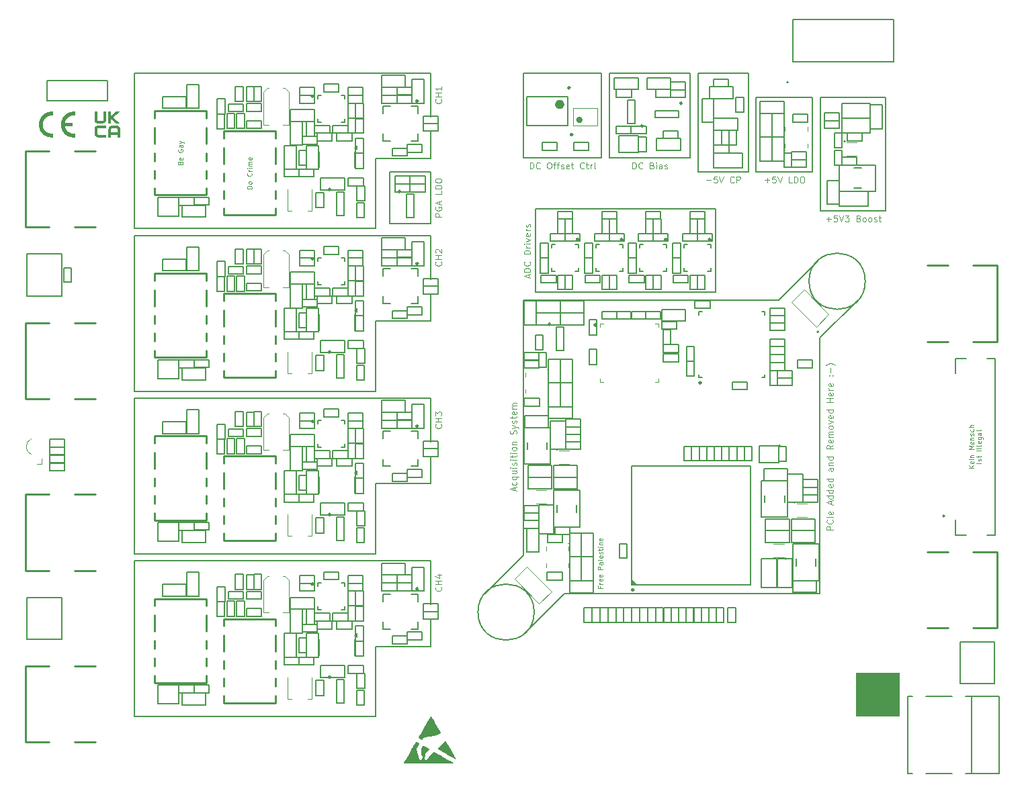
<source format=gto>
%TF.GenerationSoftware,KiCad,Pcbnew,9.0.3*%
%TF.CreationDate,2026-01-19T16:20:25-05:00*%
%TF.ProjectId,Thunderscope_Rev5.3,5468756e-6465-4727-9363-6f70655f5265,rev?*%
%TF.SameCoordinates,Original*%
%TF.FileFunction,Legend,Top*%
%TF.FilePolarity,Positive*%
%FSLAX45Y45*%
G04 Gerber Fmt 4.5, Leading zero omitted, Abs format (unit mm)*
G04 Created by KiCad (PCBNEW 9.0.3) date 2026-01-19 16:20:25*
%MOMM*%
%LPD*%
G01*
G04 APERTURE LIST*
%ADD10C,0.150000*%
%ADD11C,0.100000*%
%ADD12C,0.120000*%
%ADD13C,0.127000*%
%ADD14C,0.254000*%
%ADD15C,0.200000*%
%ADD16C,0.250000*%
%ADD17C,0.000000*%
%ADD18C,0.155000*%
%ADD19C,0.400000*%
%ADD20C,0.010000*%
%ADD21C,0.600000*%
G04 APERTURE END LIST*
D10*
X1383130Y7725261D02*
X4423130Y7725261D01*
X4595000Y8439500D02*
X5115000Y8439500D01*
X5115000Y7789500D01*
X4595000Y7789500D01*
X4595000Y8439500D01*
X4423130Y1575261D02*
X4423130Y2457500D01*
X5115000Y9137500D02*
X5115000Y9685261D01*
X1383130Y5675261D02*
X4423130Y5675261D01*
X5115000Y6557500D02*
X5115000Y6902500D01*
X4423130Y6557500D02*
X5115000Y6557500D01*
X1383130Y7635261D02*
X1383130Y5675261D01*
X1383130Y5585261D02*
X1383130Y3625261D01*
X9215498Y9377500D02*
X9925498Y9377500D01*
X9925498Y8440000D01*
X9215498Y8440000D01*
X9215498Y9377500D01*
X1383130Y9685261D02*
X1383130Y7725261D01*
X1383130Y3535261D02*
X1383130Y1575261D01*
X8482998Y9684500D02*
X9115498Y9684500D01*
X9115498Y8440000D01*
X8482998Y8440000D01*
X8482998Y9684500D01*
X5115000Y2987500D02*
X5115000Y3535261D01*
X1383130Y7635261D02*
X5115000Y7635261D01*
X1383130Y3625261D02*
X4423130Y3625261D01*
X4423130Y7725261D02*
X4423130Y8607500D01*
X5115000Y2457500D02*
X5115000Y2802500D01*
X4423130Y2457500D02*
X5115000Y2457500D01*
X4423130Y5675261D02*
X4423130Y6557500D01*
X1383130Y9685261D02*
X5115000Y9685261D01*
X6434248Y7971250D02*
X8706276Y7971250D01*
X8706276Y6925000D01*
X6434248Y6925000D01*
X6434248Y7971250D01*
X5115000Y8607500D02*
X5115000Y8952500D01*
X5115000Y7087500D02*
X5115000Y7635261D01*
X6280000Y9685000D02*
X7262998Y9685000D01*
X7262998Y8615000D01*
X6280000Y8615000D01*
X6280000Y9685000D01*
X5115000Y5037500D02*
X5115000Y5585261D01*
X4423130Y8607500D02*
X5115000Y8607500D01*
X5115000Y4507500D02*
X5115000Y4852500D01*
X1383130Y3535261D02*
X5115000Y3535261D01*
X1383130Y5585261D02*
X5115000Y5585261D01*
G36*
X10477500Y2125000D02*
G01*
X11027500Y2125000D01*
X11027500Y1575000D01*
X10477500Y1575000D01*
X10477500Y2125000D01*
G37*
X1383130Y1575261D02*
X4423130Y1575261D01*
X7362998Y9685000D02*
X8382998Y9685000D01*
X8382998Y8615000D01*
X7362998Y8615000D01*
X7362998Y9685000D01*
X4423130Y4507500D02*
X5115000Y4507500D01*
X4423130Y3625261D02*
X4423130Y4507500D01*
X10025498Y9377500D02*
X10850498Y9377500D01*
X10850498Y7950000D01*
X10025498Y7950000D01*
X10025498Y9377500D01*
D11*
X5251490Y7874500D02*
X5171490Y7874500D01*
X5171490Y7874500D02*
X5171490Y7904976D01*
X5171490Y7904976D02*
X5175299Y7912595D01*
X5175299Y7912595D02*
X5179109Y7916405D01*
X5179109Y7916405D02*
X5186728Y7920214D01*
X5186728Y7920214D02*
X5198156Y7920214D01*
X5198156Y7920214D02*
X5205775Y7916405D01*
X5205775Y7916405D02*
X5209585Y7912595D01*
X5209585Y7912595D02*
X5213394Y7904976D01*
X5213394Y7904976D02*
X5213394Y7874500D01*
X5175299Y7996405D02*
X5171490Y7988786D01*
X5171490Y7988786D02*
X5171490Y7977357D01*
X5171490Y7977357D02*
X5175299Y7965929D01*
X5175299Y7965929D02*
X5182918Y7958310D01*
X5182918Y7958310D02*
X5190537Y7954500D01*
X5190537Y7954500D02*
X5205775Y7950690D01*
X5205775Y7950690D02*
X5217204Y7950690D01*
X5217204Y7950690D02*
X5232442Y7954500D01*
X5232442Y7954500D02*
X5240061Y7958310D01*
X5240061Y7958310D02*
X5247680Y7965929D01*
X5247680Y7965929D02*
X5251490Y7977357D01*
X5251490Y7977357D02*
X5251490Y7984976D01*
X5251490Y7984976D02*
X5247680Y7996405D01*
X5247680Y7996405D02*
X5243870Y8000214D01*
X5243870Y8000214D02*
X5217204Y8000214D01*
X5217204Y8000214D02*
X5217204Y7984976D01*
X5228632Y8030690D02*
X5228632Y8068786D01*
X5251490Y8023071D02*
X5171490Y8049738D01*
X5171490Y8049738D02*
X5251490Y8076405D01*
X5251490Y8202119D02*
X5251490Y8164024D01*
X5251490Y8164024D02*
X5171490Y8164024D01*
X5251490Y8228786D02*
X5171490Y8228786D01*
X5171490Y8228786D02*
X5171490Y8247833D01*
X5171490Y8247833D02*
X5175299Y8259262D01*
X5175299Y8259262D02*
X5182918Y8266881D01*
X5182918Y8266881D02*
X5190537Y8270690D01*
X5190537Y8270690D02*
X5205775Y8274500D01*
X5205775Y8274500D02*
X5217204Y8274500D01*
X5217204Y8274500D02*
X5232442Y8270690D01*
X5232442Y8270690D02*
X5240061Y8266881D01*
X5240061Y8266881D02*
X5247680Y8259262D01*
X5247680Y8259262D02*
X5251490Y8247833D01*
X5251490Y8247833D02*
X5251490Y8228786D01*
X5171490Y8324024D02*
X5171490Y8339262D01*
X5171490Y8339262D02*
X5175299Y8346881D01*
X5175299Y8346881D02*
X5182918Y8354500D01*
X5182918Y8354500D02*
X5198156Y8358310D01*
X5198156Y8358310D02*
X5224823Y8358310D01*
X5224823Y8358310D02*
X5240061Y8354500D01*
X5240061Y8354500D02*
X5247680Y8346881D01*
X5247680Y8346881D02*
X5251490Y8339262D01*
X5251490Y8339262D02*
X5251490Y8324024D01*
X5251490Y8324024D02*
X5247680Y8316405D01*
X5247680Y8316405D02*
X5240061Y8308786D01*
X5240061Y8308786D02*
X5224823Y8304976D01*
X5224823Y8304976D02*
X5198156Y8304976D01*
X5198156Y8304976D02*
X5182918Y8308786D01*
X5182918Y8308786D02*
X5175299Y8316405D01*
X5175299Y8316405D02*
X5171490Y8324024D01*
X5243870Y5256404D02*
X5247680Y5252594D01*
X5247680Y5252594D02*
X5251490Y5241165D01*
X5251490Y5241165D02*
X5251490Y5233546D01*
X5251490Y5233546D02*
X5247680Y5222118D01*
X5247680Y5222118D02*
X5240061Y5214499D01*
X5240061Y5214499D02*
X5232442Y5210689D01*
X5232442Y5210689D02*
X5217204Y5206880D01*
X5217204Y5206880D02*
X5205775Y5206880D01*
X5205775Y5206880D02*
X5190537Y5210689D01*
X5190537Y5210689D02*
X5182918Y5214499D01*
X5182918Y5214499D02*
X5175299Y5222118D01*
X5175299Y5222118D02*
X5171490Y5233546D01*
X5171490Y5233546D02*
X5171490Y5241165D01*
X5171490Y5241165D02*
X5175299Y5252594D01*
X5175299Y5252594D02*
X5179109Y5256404D01*
X5251490Y5290689D02*
X5171490Y5290689D01*
X5209585Y5290689D02*
X5209585Y5336404D01*
X5251490Y5336404D02*
X5171490Y5336404D01*
X5171490Y5366880D02*
X5171490Y5416403D01*
X5171490Y5416403D02*
X5201966Y5389737D01*
X5201966Y5389737D02*
X5201966Y5401165D01*
X5201966Y5401165D02*
X5205775Y5408784D01*
X5205775Y5408784D02*
X5209585Y5412594D01*
X5209585Y5412594D02*
X5217204Y5416403D01*
X5217204Y5416403D02*
X5236251Y5416403D01*
X5236251Y5416403D02*
X5243870Y5412594D01*
X5243870Y5412594D02*
X5247680Y5408784D01*
X5247680Y5408784D02*
X5251490Y5401165D01*
X5251490Y5401165D02*
X5251490Y5378308D01*
X5251490Y5378308D02*
X5247680Y5370689D01*
X5247680Y5370689D02*
X5243870Y5366880D01*
D12*
X7248204Y3213571D02*
X7248204Y3193571D01*
X7279633Y3193571D02*
X7219633Y3193571D01*
X7219633Y3193571D02*
X7219633Y3222143D01*
X7279633Y3245000D02*
X7239633Y3245000D01*
X7251062Y3245000D02*
X7245347Y3247857D01*
X7245347Y3247857D02*
X7242490Y3250714D01*
X7242490Y3250714D02*
X7239633Y3256429D01*
X7239633Y3256429D02*
X7239633Y3262143D01*
X7276776Y3305000D02*
X7279633Y3299286D01*
X7279633Y3299286D02*
X7279633Y3287857D01*
X7279633Y3287857D02*
X7276776Y3282143D01*
X7276776Y3282143D02*
X7271062Y3279286D01*
X7271062Y3279286D02*
X7248204Y3279286D01*
X7248204Y3279286D02*
X7242490Y3282143D01*
X7242490Y3282143D02*
X7239633Y3287857D01*
X7239633Y3287857D02*
X7239633Y3299286D01*
X7239633Y3299286D02*
X7242490Y3305000D01*
X7242490Y3305000D02*
X7248204Y3307857D01*
X7248204Y3307857D02*
X7253919Y3307857D01*
X7253919Y3307857D02*
X7259633Y3279286D01*
X7276776Y3356429D02*
X7279633Y3350714D01*
X7279633Y3350714D02*
X7279633Y3339286D01*
X7279633Y3339286D02*
X7276776Y3333572D01*
X7276776Y3333572D02*
X7271062Y3330714D01*
X7271062Y3330714D02*
X7248204Y3330714D01*
X7248204Y3330714D02*
X7242490Y3333572D01*
X7242490Y3333572D02*
X7239633Y3339286D01*
X7239633Y3339286D02*
X7239633Y3350714D01*
X7239633Y3350714D02*
X7242490Y3356429D01*
X7242490Y3356429D02*
X7248204Y3359286D01*
X7248204Y3359286D02*
X7253919Y3359286D01*
X7253919Y3359286D02*
X7259633Y3330714D01*
X7279633Y3430714D02*
X7219633Y3430714D01*
X7219633Y3430714D02*
X7219633Y3453572D01*
X7219633Y3453572D02*
X7222490Y3459286D01*
X7222490Y3459286D02*
X7225347Y3462143D01*
X7225347Y3462143D02*
X7231062Y3465000D01*
X7231062Y3465000D02*
X7239633Y3465000D01*
X7239633Y3465000D02*
X7245347Y3462143D01*
X7245347Y3462143D02*
X7248204Y3459286D01*
X7248204Y3459286D02*
X7251062Y3453572D01*
X7251062Y3453572D02*
X7251062Y3430714D01*
X7279633Y3516429D02*
X7248204Y3516429D01*
X7248204Y3516429D02*
X7242490Y3513572D01*
X7242490Y3513572D02*
X7239633Y3507857D01*
X7239633Y3507857D02*
X7239633Y3496429D01*
X7239633Y3496429D02*
X7242490Y3490714D01*
X7276776Y3516429D02*
X7279633Y3510714D01*
X7279633Y3510714D02*
X7279633Y3496429D01*
X7279633Y3496429D02*
X7276776Y3490714D01*
X7276776Y3490714D02*
X7271062Y3487857D01*
X7271062Y3487857D02*
X7265347Y3487857D01*
X7265347Y3487857D02*
X7259633Y3490714D01*
X7259633Y3490714D02*
X7256776Y3496429D01*
X7256776Y3496429D02*
X7256776Y3510714D01*
X7256776Y3510714D02*
X7253919Y3516429D01*
X7279633Y3553572D02*
X7276776Y3547857D01*
X7276776Y3547857D02*
X7271062Y3545000D01*
X7271062Y3545000D02*
X7219633Y3545000D01*
X7276776Y3599286D02*
X7279633Y3593572D01*
X7279633Y3593572D02*
X7279633Y3582143D01*
X7279633Y3582143D02*
X7276776Y3576429D01*
X7276776Y3576429D02*
X7271062Y3573572D01*
X7271062Y3573572D02*
X7248204Y3573572D01*
X7248204Y3573572D02*
X7242490Y3576429D01*
X7242490Y3576429D02*
X7239633Y3582143D01*
X7239633Y3582143D02*
X7239633Y3593572D01*
X7239633Y3593572D02*
X7242490Y3599286D01*
X7242490Y3599286D02*
X7248204Y3602143D01*
X7248204Y3602143D02*
X7253919Y3602143D01*
X7253919Y3602143D02*
X7259633Y3573572D01*
X7276776Y3625000D02*
X7279633Y3630714D01*
X7279633Y3630714D02*
X7279633Y3642143D01*
X7279633Y3642143D02*
X7276776Y3647857D01*
X7276776Y3647857D02*
X7271062Y3650714D01*
X7271062Y3650714D02*
X7268204Y3650714D01*
X7268204Y3650714D02*
X7262490Y3647857D01*
X7262490Y3647857D02*
X7259633Y3642143D01*
X7259633Y3642143D02*
X7259633Y3633572D01*
X7259633Y3633572D02*
X7256776Y3627857D01*
X7256776Y3627857D02*
X7251062Y3625000D01*
X7251062Y3625000D02*
X7248204Y3625000D01*
X7248204Y3625000D02*
X7242490Y3627857D01*
X7242490Y3627857D02*
X7239633Y3633572D01*
X7239633Y3633572D02*
X7239633Y3642143D01*
X7239633Y3642143D02*
X7242490Y3647857D01*
X7239633Y3667857D02*
X7239633Y3690714D01*
X7219633Y3676429D02*
X7271062Y3676429D01*
X7271062Y3676429D02*
X7276776Y3679286D01*
X7276776Y3679286D02*
X7279633Y3685000D01*
X7279633Y3685000D02*
X7279633Y3690714D01*
X7279633Y3710714D02*
X7239633Y3710714D01*
X7219633Y3710714D02*
X7222490Y3707857D01*
X7222490Y3707857D02*
X7225347Y3710714D01*
X7225347Y3710714D02*
X7222490Y3713572D01*
X7222490Y3713572D02*
X7219633Y3710714D01*
X7219633Y3710714D02*
X7225347Y3710714D01*
X7239633Y3739286D02*
X7279633Y3739286D01*
X7245347Y3739286D02*
X7242490Y3742143D01*
X7242490Y3742143D02*
X7239633Y3747857D01*
X7239633Y3747857D02*
X7239633Y3756429D01*
X7239633Y3756429D02*
X7242490Y3762143D01*
X7242490Y3762143D02*
X7248204Y3765000D01*
X7248204Y3765000D02*
X7279633Y3765000D01*
X7276776Y3816429D02*
X7279633Y3810714D01*
X7279633Y3810714D02*
X7279633Y3799286D01*
X7279633Y3799286D02*
X7276776Y3793572D01*
X7276776Y3793572D02*
X7271062Y3790714D01*
X7271062Y3790714D02*
X7248204Y3790714D01*
X7248204Y3790714D02*
X7242490Y3793572D01*
X7242490Y3793572D02*
X7239633Y3799286D01*
X7239633Y3799286D02*
X7239633Y3810714D01*
X7239633Y3810714D02*
X7242490Y3816429D01*
X7242490Y3816429D02*
X7248204Y3819286D01*
X7248204Y3819286D02*
X7253919Y3819286D01*
X7253919Y3819286D02*
X7259633Y3790714D01*
D11*
X6173632Y4422619D02*
X6173632Y4460714D01*
X6196489Y4415000D02*
X6116489Y4441667D01*
X6116489Y4441667D02*
X6196489Y4468333D01*
X6192680Y4529286D02*
X6196489Y4521667D01*
X6196489Y4521667D02*
X6196489Y4506429D01*
X6196489Y4506429D02*
X6192680Y4498810D01*
X6192680Y4498810D02*
X6188870Y4495000D01*
X6188870Y4495000D02*
X6181251Y4491190D01*
X6181251Y4491190D02*
X6158394Y4491190D01*
X6158394Y4491190D02*
X6150775Y4495000D01*
X6150775Y4495000D02*
X6146966Y4498810D01*
X6146966Y4498810D02*
X6143156Y4506429D01*
X6143156Y4506429D02*
X6143156Y4521667D01*
X6143156Y4521667D02*
X6146966Y4529286D01*
X6143156Y4597857D02*
X6223156Y4597857D01*
X6192680Y4597857D02*
X6196489Y4590238D01*
X6196489Y4590238D02*
X6196489Y4575000D01*
X6196489Y4575000D02*
X6192680Y4567381D01*
X6192680Y4567381D02*
X6188870Y4563571D01*
X6188870Y4563571D02*
X6181251Y4559762D01*
X6181251Y4559762D02*
X6158394Y4559762D01*
X6158394Y4559762D02*
X6150775Y4563571D01*
X6150775Y4563571D02*
X6146966Y4567381D01*
X6146966Y4567381D02*
X6143156Y4575000D01*
X6143156Y4575000D02*
X6143156Y4590238D01*
X6143156Y4590238D02*
X6146966Y4597857D01*
X6143156Y4670238D02*
X6196489Y4670238D01*
X6143156Y4635952D02*
X6185061Y4635952D01*
X6185061Y4635952D02*
X6192680Y4639762D01*
X6192680Y4639762D02*
X6196489Y4647381D01*
X6196489Y4647381D02*
X6196489Y4658810D01*
X6196489Y4658810D02*
X6192680Y4666429D01*
X6192680Y4666429D02*
X6188870Y4670238D01*
X6196489Y4708333D02*
X6143156Y4708333D01*
X6116489Y4708333D02*
X6120299Y4704524D01*
X6120299Y4704524D02*
X6124108Y4708333D01*
X6124108Y4708333D02*
X6120299Y4712143D01*
X6120299Y4712143D02*
X6116489Y4708333D01*
X6116489Y4708333D02*
X6124108Y4708333D01*
X6192680Y4742619D02*
X6196489Y4750238D01*
X6196489Y4750238D02*
X6196489Y4765476D01*
X6196489Y4765476D02*
X6192680Y4773095D01*
X6192680Y4773095D02*
X6185061Y4776905D01*
X6185061Y4776905D02*
X6181251Y4776905D01*
X6181251Y4776905D02*
X6173632Y4773095D01*
X6173632Y4773095D02*
X6169823Y4765476D01*
X6169823Y4765476D02*
X6169823Y4754048D01*
X6169823Y4754048D02*
X6166013Y4746429D01*
X6166013Y4746429D02*
X6158394Y4742619D01*
X6158394Y4742619D02*
X6154585Y4742619D01*
X6154585Y4742619D02*
X6146966Y4746429D01*
X6146966Y4746429D02*
X6143156Y4754048D01*
X6143156Y4754048D02*
X6143156Y4765476D01*
X6143156Y4765476D02*
X6146966Y4773095D01*
X6196489Y4811191D02*
X6143156Y4811191D01*
X6116489Y4811191D02*
X6120299Y4807381D01*
X6120299Y4807381D02*
X6124108Y4811191D01*
X6124108Y4811191D02*
X6120299Y4815000D01*
X6120299Y4815000D02*
X6116489Y4811191D01*
X6116489Y4811191D02*
X6124108Y4811191D01*
X6143156Y4837857D02*
X6143156Y4868333D01*
X6116489Y4849286D02*
X6185061Y4849286D01*
X6185061Y4849286D02*
X6192680Y4853095D01*
X6192680Y4853095D02*
X6196489Y4860714D01*
X6196489Y4860714D02*
X6196489Y4868333D01*
X6196489Y4895000D02*
X6143156Y4895000D01*
X6116489Y4895000D02*
X6120299Y4891190D01*
X6120299Y4891190D02*
X6124108Y4895000D01*
X6124108Y4895000D02*
X6120299Y4898810D01*
X6120299Y4898810D02*
X6116489Y4895000D01*
X6116489Y4895000D02*
X6124108Y4895000D01*
X6196489Y4944524D02*
X6192680Y4936905D01*
X6192680Y4936905D02*
X6188870Y4933095D01*
X6188870Y4933095D02*
X6181251Y4929286D01*
X6181251Y4929286D02*
X6158394Y4929286D01*
X6158394Y4929286D02*
X6150775Y4933095D01*
X6150775Y4933095D02*
X6146966Y4936905D01*
X6146966Y4936905D02*
X6143156Y4944524D01*
X6143156Y4944524D02*
X6143156Y4955952D01*
X6143156Y4955952D02*
X6146966Y4963571D01*
X6146966Y4963571D02*
X6150775Y4967381D01*
X6150775Y4967381D02*
X6158394Y4971190D01*
X6158394Y4971190D02*
X6181251Y4971190D01*
X6181251Y4971190D02*
X6188870Y4967381D01*
X6188870Y4967381D02*
X6192680Y4963571D01*
X6192680Y4963571D02*
X6196489Y4955952D01*
X6196489Y4955952D02*
X6196489Y4944524D01*
X6143156Y5005476D02*
X6196489Y5005476D01*
X6150775Y5005476D02*
X6146966Y5009286D01*
X6146966Y5009286D02*
X6143156Y5016905D01*
X6143156Y5016905D02*
X6143156Y5028333D01*
X6143156Y5028333D02*
X6146966Y5035952D01*
X6146966Y5035952D02*
X6154585Y5039762D01*
X6154585Y5039762D02*
X6196489Y5039762D01*
X6192680Y5135000D02*
X6196489Y5146429D01*
X6196489Y5146429D02*
X6196489Y5165476D01*
X6196489Y5165476D02*
X6192680Y5173095D01*
X6192680Y5173095D02*
X6188870Y5176905D01*
X6188870Y5176905D02*
X6181251Y5180714D01*
X6181251Y5180714D02*
X6173632Y5180714D01*
X6173632Y5180714D02*
X6166013Y5176905D01*
X6166013Y5176905D02*
X6162204Y5173095D01*
X6162204Y5173095D02*
X6158394Y5165476D01*
X6158394Y5165476D02*
X6154585Y5150238D01*
X6154585Y5150238D02*
X6150775Y5142619D01*
X6150775Y5142619D02*
X6146966Y5138810D01*
X6146966Y5138810D02*
X6139347Y5135000D01*
X6139347Y5135000D02*
X6131728Y5135000D01*
X6131728Y5135000D02*
X6124108Y5138810D01*
X6124108Y5138810D02*
X6120299Y5142619D01*
X6120299Y5142619D02*
X6116489Y5150238D01*
X6116489Y5150238D02*
X6116489Y5169286D01*
X6116489Y5169286D02*
X6120299Y5180714D01*
X6143156Y5207381D02*
X6196489Y5226429D01*
X6143156Y5245476D02*
X6196489Y5226429D01*
X6196489Y5226429D02*
X6215537Y5218810D01*
X6215537Y5218810D02*
X6219347Y5215000D01*
X6219347Y5215000D02*
X6223156Y5207381D01*
X6192680Y5272143D02*
X6196489Y5279762D01*
X6196489Y5279762D02*
X6196489Y5295000D01*
X6196489Y5295000D02*
X6192680Y5302619D01*
X6192680Y5302619D02*
X6185061Y5306429D01*
X6185061Y5306429D02*
X6181251Y5306429D01*
X6181251Y5306429D02*
X6173632Y5302619D01*
X6173632Y5302619D02*
X6169823Y5295000D01*
X6169823Y5295000D02*
X6169823Y5283572D01*
X6169823Y5283572D02*
X6166013Y5275953D01*
X6166013Y5275953D02*
X6158394Y5272143D01*
X6158394Y5272143D02*
X6154585Y5272143D01*
X6154585Y5272143D02*
X6146966Y5275953D01*
X6146966Y5275953D02*
X6143156Y5283572D01*
X6143156Y5283572D02*
X6143156Y5295000D01*
X6143156Y5295000D02*
X6146966Y5302619D01*
X6143156Y5329286D02*
X6143156Y5359762D01*
X6116489Y5340714D02*
X6185061Y5340714D01*
X6185061Y5340714D02*
X6192680Y5344524D01*
X6192680Y5344524D02*
X6196489Y5352143D01*
X6196489Y5352143D02*
X6196489Y5359762D01*
X6192680Y5416905D02*
X6196489Y5409286D01*
X6196489Y5409286D02*
X6196489Y5394048D01*
X6196489Y5394048D02*
X6192680Y5386429D01*
X6192680Y5386429D02*
X6185061Y5382619D01*
X6185061Y5382619D02*
X6154585Y5382619D01*
X6154585Y5382619D02*
X6146966Y5386429D01*
X6146966Y5386429D02*
X6143156Y5394048D01*
X6143156Y5394048D02*
X6143156Y5409286D01*
X6143156Y5409286D02*
X6146966Y5416905D01*
X6146966Y5416905D02*
X6154585Y5420714D01*
X6154585Y5420714D02*
X6162204Y5420714D01*
X6162204Y5420714D02*
X6169823Y5382619D01*
X6196489Y5455000D02*
X6143156Y5455000D01*
X6150775Y5455000D02*
X6146966Y5458810D01*
X6146966Y5458810D02*
X6143156Y5466429D01*
X6143156Y5466429D02*
X6143156Y5477857D01*
X6143156Y5477857D02*
X6146966Y5485476D01*
X6146966Y5485476D02*
X6154585Y5489286D01*
X6154585Y5489286D02*
X6196489Y5489286D01*
X6154585Y5489286D02*
X6146966Y5493095D01*
X6146966Y5493095D02*
X6143156Y5500714D01*
X6143156Y5500714D02*
X6143156Y5512143D01*
X6143156Y5512143D02*
X6146966Y5519762D01*
X6146966Y5519762D02*
X6154585Y5523572D01*
X6154585Y5523572D02*
X6196489Y5523572D01*
X8585914Y8333987D02*
X8646867Y8333987D01*
X8723057Y8383510D02*
X8684962Y8383510D01*
X8684962Y8383510D02*
X8681152Y8345415D01*
X8681152Y8345415D02*
X8684962Y8349225D01*
X8684962Y8349225D02*
X8692581Y8353034D01*
X8692581Y8353034D02*
X8711629Y8353034D01*
X8711629Y8353034D02*
X8719248Y8349225D01*
X8719248Y8349225D02*
X8723057Y8345415D01*
X8723057Y8345415D02*
X8726867Y8337796D01*
X8726867Y8337796D02*
X8726867Y8318749D01*
X8726867Y8318749D02*
X8723057Y8311130D01*
X8723057Y8311130D02*
X8719248Y8307320D01*
X8719248Y8307320D02*
X8711629Y8303510D01*
X8711629Y8303510D02*
X8692581Y8303510D01*
X8692581Y8303510D02*
X8684962Y8307320D01*
X8684962Y8307320D02*
X8681152Y8311130D01*
X8749724Y8383510D02*
X8776391Y8303510D01*
X8776391Y8303510D02*
X8803057Y8383510D01*
X8936391Y8311130D02*
X8932581Y8307320D01*
X8932581Y8307320D02*
X8921153Y8303510D01*
X8921153Y8303510D02*
X8913533Y8303510D01*
X8913533Y8303510D02*
X8902105Y8307320D01*
X8902105Y8307320D02*
X8894486Y8314939D01*
X8894486Y8314939D02*
X8890676Y8322558D01*
X8890676Y8322558D02*
X8886867Y8337796D01*
X8886867Y8337796D02*
X8886867Y8349225D01*
X8886867Y8349225D02*
X8890676Y8364463D01*
X8890676Y8364463D02*
X8894486Y8372082D01*
X8894486Y8372082D02*
X8902105Y8379701D01*
X8902105Y8379701D02*
X8913533Y8383510D01*
X8913533Y8383510D02*
X8921153Y8383510D01*
X8921153Y8383510D02*
X8932581Y8379701D01*
X8932581Y8379701D02*
X8936391Y8375891D01*
X8970676Y8303510D02*
X8970676Y8383510D01*
X8970676Y8383510D02*
X9001153Y8383510D01*
X9001153Y8383510D02*
X9008772Y8379701D01*
X9008772Y8379701D02*
X9012581Y8375891D01*
X9012581Y8375891D02*
X9016391Y8368272D01*
X9016391Y8368272D02*
X9016391Y8356844D01*
X9016391Y8356844D02*
X9012581Y8349225D01*
X9012581Y8349225D02*
X9008772Y8345415D01*
X9008772Y8345415D02*
X9001153Y8341606D01*
X9001153Y8341606D02*
X8970676Y8341606D01*
X9322879Y8333987D02*
X9383831Y8333987D01*
X9353355Y8303510D02*
X9353355Y8364463D01*
X9460022Y8383510D02*
X9421926Y8383510D01*
X9421926Y8383510D02*
X9418117Y8345415D01*
X9418117Y8345415D02*
X9421926Y8349225D01*
X9421926Y8349225D02*
X9429545Y8353034D01*
X9429545Y8353034D02*
X9448593Y8353034D01*
X9448593Y8353034D02*
X9456212Y8349225D01*
X9456212Y8349225D02*
X9460022Y8345415D01*
X9460022Y8345415D02*
X9463831Y8337796D01*
X9463831Y8337796D02*
X9463831Y8318749D01*
X9463831Y8318749D02*
X9460022Y8311130D01*
X9460022Y8311130D02*
X9456212Y8307320D01*
X9456212Y8307320D02*
X9448593Y8303510D01*
X9448593Y8303510D02*
X9429545Y8303510D01*
X9429545Y8303510D02*
X9421926Y8307320D01*
X9421926Y8307320D02*
X9418117Y8311130D01*
X9486688Y8383510D02*
X9513355Y8303510D01*
X9513355Y8303510D02*
X9540022Y8383510D01*
X9665736Y8303510D02*
X9627641Y8303510D01*
X9627641Y8303510D02*
X9627641Y8383510D01*
X9692403Y8303510D02*
X9692403Y8383510D01*
X9692403Y8383510D02*
X9711450Y8383510D01*
X9711450Y8383510D02*
X9722879Y8379701D01*
X9722879Y8379701D02*
X9730498Y8372082D01*
X9730498Y8372082D02*
X9734307Y8364463D01*
X9734307Y8364463D02*
X9738117Y8349225D01*
X9738117Y8349225D02*
X9738117Y8337796D01*
X9738117Y8337796D02*
X9734307Y8322558D01*
X9734307Y8322558D02*
X9730498Y8314939D01*
X9730498Y8314939D02*
X9722879Y8307320D01*
X9722879Y8307320D02*
X9711450Y8303510D01*
X9711450Y8303510D02*
X9692403Y8303510D01*
X9787641Y8383510D02*
X9802879Y8383510D01*
X9802879Y8383510D02*
X9810498Y8379701D01*
X9810498Y8379701D02*
X9818117Y8372082D01*
X9818117Y8372082D02*
X9821926Y8356844D01*
X9821926Y8356844D02*
X9821926Y8330177D01*
X9821926Y8330177D02*
X9818117Y8314939D01*
X9818117Y8314939D02*
X9810498Y8307320D01*
X9810498Y8307320D02*
X9802879Y8303510D01*
X9802879Y8303510D02*
X9787641Y8303510D01*
X9787641Y8303510D02*
X9780022Y8307320D01*
X9780022Y8307320D02*
X9772403Y8314939D01*
X9772403Y8314939D02*
X9768593Y8330177D01*
X9768593Y8330177D02*
X9768593Y8356844D01*
X9768593Y8356844D02*
X9772403Y8372082D01*
X9772403Y8372082D02*
X9780022Y8379701D01*
X9780022Y8379701D02*
X9787641Y8383510D01*
X5243870Y7306403D02*
X5247680Y7302594D01*
X5247680Y7302594D02*
X5251490Y7291165D01*
X5251490Y7291165D02*
X5251490Y7283546D01*
X5251490Y7283546D02*
X5247680Y7272118D01*
X5247680Y7272118D02*
X5240061Y7264499D01*
X5240061Y7264499D02*
X5232442Y7260689D01*
X5232442Y7260689D02*
X5217204Y7256880D01*
X5217204Y7256880D02*
X5205775Y7256880D01*
X5205775Y7256880D02*
X5190537Y7260689D01*
X5190537Y7260689D02*
X5182918Y7264499D01*
X5182918Y7264499D02*
X5175299Y7272118D01*
X5175299Y7272118D02*
X5171490Y7283546D01*
X5171490Y7283546D02*
X5171490Y7291165D01*
X5171490Y7291165D02*
X5175299Y7302594D01*
X5175299Y7302594D02*
X5179109Y7306403D01*
X5251490Y7340689D02*
X5171490Y7340689D01*
X5209585Y7340689D02*
X5209585Y7386403D01*
X5251490Y7386403D02*
X5171490Y7386403D01*
X5179109Y7420689D02*
X5175299Y7424499D01*
X5175299Y7424499D02*
X5171490Y7432118D01*
X5171490Y7432118D02*
X5171490Y7451165D01*
X5171490Y7451165D02*
X5175299Y7458784D01*
X5175299Y7458784D02*
X5179109Y7462594D01*
X5179109Y7462594D02*
X5186728Y7466403D01*
X5186728Y7466403D02*
X5194347Y7466403D01*
X5194347Y7466403D02*
X5205775Y7462594D01*
X5205775Y7462594D02*
X5251490Y7416880D01*
X5251490Y7416880D02*
X5251490Y7466403D01*
X5243870Y9356143D02*
X5247680Y9352333D01*
X5247680Y9352333D02*
X5251490Y9340904D01*
X5251490Y9340904D02*
X5251490Y9333285D01*
X5251490Y9333285D02*
X5247680Y9321857D01*
X5247680Y9321857D02*
X5240061Y9314238D01*
X5240061Y9314238D02*
X5232442Y9310428D01*
X5232442Y9310428D02*
X5217204Y9306619D01*
X5217204Y9306619D02*
X5205775Y9306619D01*
X5205775Y9306619D02*
X5190537Y9310428D01*
X5190537Y9310428D02*
X5182918Y9314238D01*
X5182918Y9314238D02*
X5175299Y9321857D01*
X5175299Y9321857D02*
X5171490Y9333285D01*
X5171490Y9333285D02*
X5171490Y9340904D01*
X5171490Y9340904D02*
X5175299Y9352333D01*
X5175299Y9352333D02*
X5179109Y9356143D01*
X5251490Y9390428D02*
X5171490Y9390428D01*
X5209585Y9390428D02*
X5209585Y9436143D01*
X5251490Y9436143D02*
X5171490Y9436143D01*
X5251490Y9516142D02*
X5251490Y9470428D01*
X5251490Y9493285D02*
X5171490Y9493285D01*
X5171490Y9493285D02*
X5182918Y9485666D01*
X5182918Y9485666D02*
X5190537Y9478047D01*
X5190537Y9478047D02*
X5194347Y9470428D01*
X5243870Y3206403D02*
X5247680Y3202594D01*
X5247680Y3202594D02*
X5251490Y3191165D01*
X5251490Y3191165D02*
X5251490Y3183546D01*
X5251490Y3183546D02*
X5247680Y3172118D01*
X5247680Y3172118D02*
X5240061Y3164499D01*
X5240061Y3164499D02*
X5232442Y3160689D01*
X5232442Y3160689D02*
X5217204Y3156880D01*
X5217204Y3156880D02*
X5205775Y3156880D01*
X5205775Y3156880D02*
X5190537Y3160689D01*
X5190537Y3160689D02*
X5182918Y3164499D01*
X5182918Y3164499D02*
X5175299Y3172118D01*
X5175299Y3172118D02*
X5171490Y3183546D01*
X5171490Y3183546D02*
X5171490Y3191165D01*
X5171490Y3191165D02*
X5175299Y3202594D01*
X5175299Y3202594D02*
X5179109Y3206403D01*
X5251490Y3240689D02*
X5171490Y3240689D01*
X5209585Y3240689D02*
X5209585Y3286403D01*
X5251490Y3286403D02*
X5171490Y3286403D01*
X5198156Y3358784D02*
X5251490Y3358784D01*
X5167680Y3339737D02*
X5224823Y3320689D01*
X5224823Y3320689D02*
X5224823Y3370213D01*
D12*
X11956335Y4705000D02*
X11896335Y4705000D01*
X11956335Y4739286D02*
X11922049Y4713572D01*
X11896335Y4739286D02*
X11930620Y4705000D01*
X11953478Y4787857D02*
X11956335Y4782143D01*
X11956335Y4782143D02*
X11956335Y4770714D01*
X11956335Y4770714D02*
X11953478Y4765000D01*
X11953478Y4765000D02*
X11947763Y4762143D01*
X11947763Y4762143D02*
X11924906Y4762143D01*
X11924906Y4762143D02*
X11919192Y4765000D01*
X11919192Y4765000D02*
X11916335Y4770714D01*
X11916335Y4770714D02*
X11916335Y4782143D01*
X11916335Y4782143D02*
X11919192Y4787857D01*
X11919192Y4787857D02*
X11924906Y4790714D01*
X11924906Y4790714D02*
X11930620Y4790714D01*
X11930620Y4790714D02*
X11936335Y4762143D01*
X11956335Y4816429D02*
X11916335Y4816429D01*
X11896335Y4816429D02*
X11899192Y4813572D01*
X11899192Y4813572D02*
X11902049Y4816429D01*
X11902049Y4816429D02*
X11899192Y4819286D01*
X11899192Y4819286D02*
X11896335Y4816429D01*
X11896335Y4816429D02*
X11902049Y4816429D01*
X11916335Y4845000D02*
X11956335Y4845000D01*
X11922049Y4845000D02*
X11919192Y4847857D01*
X11919192Y4847857D02*
X11916335Y4853572D01*
X11916335Y4853572D02*
X11916335Y4862143D01*
X11916335Y4862143D02*
X11919192Y4867857D01*
X11919192Y4867857D02*
X11924906Y4870714D01*
X11924906Y4870714D02*
X11956335Y4870714D01*
X11956335Y4945000D02*
X11896335Y4945000D01*
X11896335Y4945000D02*
X11939192Y4965000D01*
X11939192Y4965000D02*
X11896335Y4985000D01*
X11896335Y4985000D02*
X11956335Y4985000D01*
X11953478Y5036429D02*
X11956335Y5030714D01*
X11956335Y5030714D02*
X11956335Y5019286D01*
X11956335Y5019286D02*
X11953478Y5013572D01*
X11953478Y5013572D02*
X11947763Y5010714D01*
X11947763Y5010714D02*
X11924906Y5010714D01*
X11924906Y5010714D02*
X11919192Y5013572D01*
X11919192Y5013572D02*
X11916335Y5019286D01*
X11916335Y5019286D02*
X11916335Y5030714D01*
X11916335Y5030714D02*
X11919192Y5036429D01*
X11919192Y5036429D02*
X11924906Y5039286D01*
X11924906Y5039286D02*
X11930620Y5039286D01*
X11930620Y5039286D02*
X11936335Y5010714D01*
X11916335Y5065000D02*
X11956335Y5065000D01*
X11922049Y5065000D02*
X11919192Y5067857D01*
X11919192Y5067857D02*
X11916335Y5073572D01*
X11916335Y5073572D02*
X11916335Y5082143D01*
X11916335Y5082143D02*
X11919192Y5087857D01*
X11919192Y5087857D02*
X11924906Y5090714D01*
X11924906Y5090714D02*
X11956335Y5090714D01*
X11953478Y5116429D02*
X11956335Y5122143D01*
X11956335Y5122143D02*
X11956335Y5133572D01*
X11956335Y5133572D02*
X11953478Y5139286D01*
X11953478Y5139286D02*
X11947763Y5142143D01*
X11947763Y5142143D02*
X11944906Y5142143D01*
X11944906Y5142143D02*
X11939192Y5139286D01*
X11939192Y5139286D02*
X11936335Y5133572D01*
X11936335Y5133572D02*
X11936335Y5125000D01*
X11936335Y5125000D02*
X11933478Y5119286D01*
X11933478Y5119286D02*
X11927763Y5116429D01*
X11927763Y5116429D02*
X11924906Y5116429D01*
X11924906Y5116429D02*
X11919192Y5119286D01*
X11919192Y5119286D02*
X11916335Y5125000D01*
X11916335Y5125000D02*
X11916335Y5133572D01*
X11916335Y5133572D02*
X11919192Y5139286D01*
X11953478Y5193571D02*
X11956335Y5187857D01*
X11956335Y5187857D02*
X11956335Y5176429D01*
X11956335Y5176429D02*
X11953478Y5170714D01*
X11953478Y5170714D02*
X11950620Y5167857D01*
X11950620Y5167857D02*
X11944906Y5165000D01*
X11944906Y5165000D02*
X11927763Y5165000D01*
X11927763Y5165000D02*
X11922049Y5167857D01*
X11922049Y5167857D02*
X11919192Y5170714D01*
X11919192Y5170714D02*
X11916335Y5176429D01*
X11916335Y5176429D02*
X11916335Y5187857D01*
X11916335Y5187857D02*
X11919192Y5193571D01*
X11956335Y5219286D02*
X11896335Y5219286D01*
X11956335Y5245000D02*
X11924906Y5245000D01*
X11924906Y5245000D02*
X11919192Y5242143D01*
X11919192Y5242143D02*
X11916335Y5236429D01*
X11916335Y5236429D02*
X11916335Y5227857D01*
X11916335Y5227857D02*
X11919192Y5222143D01*
X11919192Y5222143D02*
X11922049Y5219286D01*
X12052931Y4769286D02*
X11992931Y4769286D01*
X12050074Y4795000D02*
X12052931Y4800714D01*
X12052931Y4800714D02*
X12052931Y4812143D01*
X12052931Y4812143D02*
X12050074Y4817857D01*
X12050074Y4817857D02*
X12044360Y4820714D01*
X12044360Y4820714D02*
X12041503Y4820714D01*
X12041503Y4820714D02*
X12035788Y4817857D01*
X12035788Y4817857D02*
X12032931Y4812143D01*
X12032931Y4812143D02*
X12032931Y4803571D01*
X12032931Y4803571D02*
X12030074Y4797857D01*
X12030074Y4797857D02*
X12024360Y4795000D01*
X12024360Y4795000D02*
X12021503Y4795000D01*
X12021503Y4795000D02*
X12015788Y4797857D01*
X12015788Y4797857D02*
X12012931Y4803571D01*
X12012931Y4803571D02*
X12012931Y4812143D01*
X12012931Y4812143D02*
X12015788Y4817857D01*
X12012931Y4837857D02*
X12012931Y4860714D01*
X11992931Y4846429D02*
X12044360Y4846429D01*
X12044360Y4846429D02*
X12050074Y4849286D01*
X12050074Y4849286D02*
X12052931Y4855000D01*
X12052931Y4855000D02*
X12052931Y4860714D01*
X12052931Y4926429D02*
X11992931Y4926429D01*
X12052931Y4963571D02*
X12050074Y4957857D01*
X12050074Y4957857D02*
X12044360Y4955000D01*
X12044360Y4955000D02*
X11992931Y4955000D01*
X12052931Y4995000D02*
X12050074Y4989286D01*
X12050074Y4989286D02*
X12044360Y4986429D01*
X12044360Y4986429D02*
X11992931Y4986429D01*
X12050074Y5040714D02*
X12052931Y5035000D01*
X12052931Y5035000D02*
X12052931Y5023571D01*
X12052931Y5023571D02*
X12050074Y5017857D01*
X12050074Y5017857D02*
X12044360Y5015000D01*
X12044360Y5015000D02*
X12021503Y5015000D01*
X12021503Y5015000D02*
X12015788Y5017857D01*
X12015788Y5017857D02*
X12012931Y5023571D01*
X12012931Y5023571D02*
X12012931Y5035000D01*
X12012931Y5035000D02*
X12015788Y5040714D01*
X12015788Y5040714D02*
X12021503Y5043571D01*
X12021503Y5043571D02*
X12027217Y5043571D01*
X12027217Y5043571D02*
X12032931Y5015000D01*
X12012931Y5095000D02*
X12061503Y5095000D01*
X12061503Y5095000D02*
X12067217Y5092143D01*
X12067217Y5092143D02*
X12070074Y5089286D01*
X12070074Y5089286D02*
X12072931Y5083572D01*
X12072931Y5083572D02*
X12072931Y5075000D01*
X12072931Y5075000D02*
X12070074Y5069286D01*
X12050074Y5095000D02*
X12052931Y5089286D01*
X12052931Y5089286D02*
X12052931Y5077857D01*
X12052931Y5077857D02*
X12050074Y5072143D01*
X12050074Y5072143D02*
X12047217Y5069286D01*
X12047217Y5069286D02*
X12041503Y5066429D01*
X12041503Y5066429D02*
X12024360Y5066429D01*
X12024360Y5066429D02*
X12018646Y5069286D01*
X12018646Y5069286D02*
X12015788Y5072143D01*
X12015788Y5072143D02*
X12012931Y5077857D01*
X12012931Y5077857D02*
X12012931Y5089286D01*
X12012931Y5089286D02*
X12015788Y5095000D01*
X12052931Y5149286D02*
X12021503Y5149286D01*
X12021503Y5149286D02*
X12015788Y5146429D01*
X12015788Y5146429D02*
X12012931Y5140714D01*
X12012931Y5140714D02*
X12012931Y5129286D01*
X12012931Y5129286D02*
X12015788Y5123572D01*
X12050074Y5149286D02*
X12052931Y5143572D01*
X12052931Y5143572D02*
X12052931Y5129286D01*
X12052931Y5129286D02*
X12050074Y5123572D01*
X12050074Y5123572D02*
X12044360Y5120714D01*
X12044360Y5120714D02*
X12038646Y5120714D01*
X12038646Y5120714D02*
X12032931Y5123572D01*
X12032931Y5123572D02*
X12030074Y5129286D01*
X12030074Y5129286D02*
X12030074Y5143572D01*
X12030074Y5143572D02*
X12027217Y5149286D01*
X12052931Y5186429D02*
X12050074Y5180714D01*
X12050074Y5180714D02*
X12044360Y5177857D01*
X12044360Y5177857D02*
X11992931Y5177857D01*
D11*
X7656450Y8478511D02*
X7656450Y8558511D01*
X7656450Y8558511D02*
X7675498Y8558511D01*
X7675498Y8558511D02*
X7686926Y8554701D01*
X7686926Y8554701D02*
X7694545Y8547082D01*
X7694545Y8547082D02*
X7698355Y8539463D01*
X7698355Y8539463D02*
X7702164Y8524225D01*
X7702164Y8524225D02*
X7702164Y8512796D01*
X7702164Y8512796D02*
X7698355Y8497558D01*
X7698355Y8497558D02*
X7694545Y8489939D01*
X7694545Y8489939D02*
X7686926Y8482320D01*
X7686926Y8482320D02*
X7675498Y8478511D01*
X7675498Y8478511D02*
X7656450Y8478511D01*
X7782164Y8486130D02*
X7778355Y8482320D01*
X7778355Y8482320D02*
X7766926Y8478511D01*
X7766926Y8478511D02*
X7759307Y8478511D01*
X7759307Y8478511D02*
X7747879Y8482320D01*
X7747879Y8482320D02*
X7740260Y8489939D01*
X7740260Y8489939D02*
X7736450Y8497558D01*
X7736450Y8497558D02*
X7732640Y8512796D01*
X7732640Y8512796D02*
X7732640Y8524225D01*
X7732640Y8524225D02*
X7736450Y8539463D01*
X7736450Y8539463D02*
X7740260Y8547082D01*
X7740260Y8547082D02*
X7747879Y8554701D01*
X7747879Y8554701D02*
X7759307Y8558511D01*
X7759307Y8558511D02*
X7766926Y8558511D01*
X7766926Y8558511D02*
X7778355Y8554701D01*
X7778355Y8554701D02*
X7782164Y8550892D01*
X7904069Y8520415D02*
X7915498Y8516606D01*
X7915498Y8516606D02*
X7919307Y8512796D01*
X7919307Y8512796D02*
X7923117Y8505177D01*
X7923117Y8505177D02*
X7923117Y8493749D01*
X7923117Y8493749D02*
X7919307Y8486130D01*
X7919307Y8486130D02*
X7915498Y8482320D01*
X7915498Y8482320D02*
X7907879Y8478511D01*
X7907879Y8478511D02*
X7877402Y8478511D01*
X7877402Y8478511D02*
X7877402Y8558511D01*
X7877402Y8558511D02*
X7904069Y8558511D01*
X7904069Y8558511D02*
X7911688Y8554701D01*
X7911688Y8554701D02*
X7915498Y8550892D01*
X7915498Y8550892D02*
X7919307Y8543272D01*
X7919307Y8543272D02*
X7919307Y8535653D01*
X7919307Y8535653D02*
X7915498Y8528034D01*
X7915498Y8528034D02*
X7911688Y8524225D01*
X7911688Y8524225D02*
X7904069Y8520415D01*
X7904069Y8520415D02*
X7877402Y8520415D01*
X7957402Y8478511D02*
X7957402Y8531844D01*
X7957402Y8558511D02*
X7953593Y8554701D01*
X7953593Y8554701D02*
X7957402Y8550892D01*
X7957402Y8550892D02*
X7961212Y8554701D01*
X7961212Y8554701D02*
X7957402Y8558511D01*
X7957402Y8558511D02*
X7957402Y8550892D01*
X8029783Y8478511D02*
X8029783Y8520415D01*
X8029783Y8520415D02*
X8025974Y8528034D01*
X8025974Y8528034D02*
X8018355Y8531844D01*
X8018355Y8531844D02*
X8003117Y8531844D01*
X8003117Y8531844D02*
X7995498Y8528034D01*
X8029783Y8482320D02*
X8022164Y8478511D01*
X8022164Y8478511D02*
X8003117Y8478511D01*
X8003117Y8478511D02*
X7995498Y8482320D01*
X7995498Y8482320D02*
X7991688Y8489939D01*
X7991688Y8489939D02*
X7991688Y8497558D01*
X7991688Y8497558D02*
X7995498Y8505177D01*
X7995498Y8505177D02*
X8003117Y8508987D01*
X8003117Y8508987D02*
X8022164Y8508987D01*
X8022164Y8508987D02*
X8029783Y8512796D01*
X8064069Y8482320D02*
X8071688Y8478511D01*
X8071688Y8478511D02*
X8086926Y8478511D01*
X8086926Y8478511D02*
X8094545Y8482320D01*
X8094545Y8482320D02*
X8098355Y8489939D01*
X8098355Y8489939D02*
X8098355Y8493749D01*
X8098355Y8493749D02*
X8094545Y8501368D01*
X8094545Y8501368D02*
X8086926Y8505177D01*
X8086926Y8505177D02*
X8075498Y8505177D01*
X8075498Y8505177D02*
X8067879Y8508987D01*
X8067879Y8508987D02*
X8064069Y8516606D01*
X8064069Y8516606D02*
X8064069Y8520415D01*
X8064069Y8520415D02*
X8067879Y8528034D01*
X8067879Y8528034D02*
X8075498Y8531844D01*
X8075498Y8531844D02*
X8086926Y8531844D01*
X8086926Y8531844D02*
X8094545Y8528034D01*
D12*
X2859632Y8230714D02*
X2799632Y8230714D01*
X2799632Y8230714D02*
X2799632Y8245000D01*
X2799632Y8245000D02*
X2802489Y8253571D01*
X2802489Y8253571D02*
X2808203Y8259286D01*
X2808203Y8259286D02*
X2813918Y8262143D01*
X2813918Y8262143D02*
X2825346Y8265000D01*
X2825346Y8265000D02*
X2833918Y8265000D01*
X2833918Y8265000D02*
X2845346Y8262143D01*
X2845346Y8262143D02*
X2851061Y8259286D01*
X2851061Y8259286D02*
X2856775Y8253571D01*
X2856775Y8253571D02*
X2859632Y8245000D01*
X2859632Y8245000D02*
X2859632Y8230714D01*
X2859632Y8299286D02*
X2856775Y8293571D01*
X2856775Y8293571D02*
X2853918Y8290714D01*
X2853918Y8290714D02*
X2848203Y8287857D01*
X2848203Y8287857D02*
X2831061Y8287857D01*
X2831061Y8287857D02*
X2825346Y8290714D01*
X2825346Y8290714D02*
X2822489Y8293571D01*
X2822489Y8293571D02*
X2819632Y8299286D01*
X2819632Y8299286D02*
X2819632Y8307857D01*
X2819632Y8307857D02*
X2822489Y8313571D01*
X2822489Y8313571D02*
X2825346Y8316429D01*
X2825346Y8316429D02*
X2831061Y8319286D01*
X2831061Y8319286D02*
X2848203Y8319286D01*
X2848203Y8319286D02*
X2853918Y8316429D01*
X2853918Y8316429D02*
X2856775Y8313571D01*
X2856775Y8313571D02*
X2859632Y8307857D01*
X2859632Y8307857D02*
X2859632Y8299286D01*
X2853918Y8425000D02*
X2856775Y8422143D01*
X2856775Y8422143D02*
X2859632Y8413572D01*
X2859632Y8413572D02*
X2859632Y8407857D01*
X2859632Y8407857D02*
X2856775Y8399286D01*
X2856775Y8399286D02*
X2851061Y8393572D01*
X2851061Y8393572D02*
X2845346Y8390714D01*
X2845346Y8390714D02*
X2833918Y8387857D01*
X2833918Y8387857D02*
X2825346Y8387857D01*
X2825346Y8387857D02*
X2813918Y8390714D01*
X2813918Y8390714D02*
X2808203Y8393572D01*
X2808203Y8393572D02*
X2802489Y8399286D01*
X2802489Y8399286D02*
X2799632Y8407857D01*
X2799632Y8407857D02*
X2799632Y8413572D01*
X2799632Y8413572D02*
X2802489Y8422143D01*
X2802489Y8422143D02*
X2805346Y8425000D01*
X2859632Y8450714D02*
X2819632Y8450714D01*
X2831061Y8450714D02*
X2825346Y8453572D01*
X2825346Y8453572D02*
X2822489Y8456429D01*
X2822489Y8456429D02*
X2819632Y8462143D01*
X2819632Y8462143D02*
X2819632Y8467857D01*
X2859632Y8487857D02*
X2819632Y8487857D01*
X2799632Y8487857D02*
X2802489Y8485000D01*
X2802489Y8485000D02*
X2805346Y8487857D01*
X2805346Y8487857D02*
X2802489Y8490714D01*
X2802489Y8490714D02*
X2799632Y8487857D01*
X2799632Y8487857D02*
X2805346Y8487857D01*
X2859632Y8516429D02*
X2819632Y8516429D01*
X2825346Y8516429D02*
X2822489Y8519286D01*
X2822489Y8519286D02*
X2819632Y8525000D01*
X2819632Y8525000D02*
X2819632Y8533572D01*
X2819632Y8533572D02*
X2822489Y8539286D01*
X2822489Y8539286D02*
X2828203Y8542143D01*
X2828203Y8542143D02*
X2859632Y8542143D01*
X2828203Y8542143D02*
X2822489Y8545000D01*
X2822489Y8545000D02*
X2819632Y8550714D01*
X2819632Y8550714D02*
X2819632Y8559286D01*
X2819632Y8559286D02*
X2822489Y8565000D01*
X2822489Y8565000D02*
X2828203Y8567857D01*
X2828203Y8567857D02*
X2859632Y8567857D01*
X2856775Y8619286D02*
X2859632Y8613572D01*
X2859632Y8613572D02*
X2859632Y8602143D01*
X2859632Y8602143D02*
X2856775Y8596429D01*
X2856775Y8596429D02*
X2851061Y8593572D01*
X2851061Y8593572D02*
X2828203Y8593572D01*
X2828203Y8593572D02*
X2822489Y8596429D01*
X2822489Y8596429D02*
X2819632Y8602143D01*
X2819632Y8602143D02*
X2819632Y8613572D01*
X2819632Y8613572D02*
X2822489Y8619286D01*
X2822489Y8619286D02*
X2828203Y8622143D01*
X2828203Y8622143D02*
X2833918Y8622143D01*
X2833918Y8622143D02*
X2839632Y8593572D01*
X1957704Y8554464D02*
X1960562Y8563036D01*
X1960562Y8563036D02*
X1963419Y8565893D01*
X1963419Y8565893D02*
X1969133Y8568750D01*
X1969133Y8568750D02*
X1977704Y8568750D01*
X1977704Y8568750D02*
X1983419Y8565893D01*
X1983419Y8565893D02*
X1986276Y8563036D01*
X1986276Y8563036D02*
X1989133Y8557322D01*
X1989133Y8557322D02*
X1989133Y8534464D01*
X1989133Y8534464D02*
X1929133Y8534464D01*
X1929133Y8534464D02*
X1929133Y8554464D01*
X1929133Y8554464D02*
X1931990Y8560179D01*
X1931990Y8560179D02*
X1934847Y8563036D01*
X1934847Y8563036D02*
X1940562Y8565893D01*
X1940562Y8565893D02*
X1946276Y8565893D01*
X1946276Y8565893D02*
X1951990Y8563036D01*
X1951990Y8563036D02*
X1954847Y8560179D01*
X1954847Y8560179D02*
X1957704Y8554464D01*
X1957704Y8554464D02*
X1957704Y8534464D01*
X1986276Y8617322D02*
X1989133Y8611607D01*
X1989133Y8611607D02*
X1989133Y8600179D01*
X1989133Y8600179D02*
X1986276Y8594464D01*
X1986276Y8594464D02*
X1980562Y8591607D01*
X1980562Y8591607D02*
X1957704Y8591607D01*
X1957704Y8591607D02*
X1951990Y8594464D01*
X1951990Y8594464D02*
X1949133Y8600179D01*
X1949133Y8600179D02*
X1949133Y8611607D01*
X1949133Y8611607D02*
X1951990Y8617322D01*
X1951990Y8617322D02*
X1957704Y8620179D01*
X1957704Y8620179D02*
X1963419Y8620179D01*
X1963419Y8620179D02*
X1969133Y8591607D01*
X1931990Y8723036D02*
X1929133Y8717322D01*
X1929133Y8717322D02*
X1929133Y8708750D01*
X1929133Y8708750D02*
X1931990Y8700179D01*
X1931990Y8700179D02*
X1937704Y8694464D01*
X1937704Y8694464D02*
X1943419Y8691607D01*
X1943419Y8691607D02*
X1954847Y8688750D01*
X1954847Y8688750D02*
X1963419Y8688750D01*
X1963419Y8688750D02*
X1974847Y8691607D01*
X1974847Y8691607D02*
X1980562Y8694464D01*
X1980562Y8694464D02*
X1986276Y8700179D01*
X1986276Y8700179D02*
X1989133Y8708750D01*
X1989133Y8708750D02*
X1989133Y8714464D01*
X1989133Y8714464D02*
X1986276Y8723036D01*
X1986276Y8723036D02*
X1983419Y8725893D01*
X1983419Y8725893D02*
X1963419Y8725893D01*
X1963419Y8725893D02*
X1963419Y8714464D01*
X1989133Y8777322D02*
X1957704Y8777322D01*
X1957704Y8777322D02*
X1951990Y8774464D01*
X1951990Y8774464D02*
X1949133Y8768750D01*
X1949133Y8768750D02*
X1949133Y8757322D01*
X1949133Y8757322D02*
X1951990Y8751607D01*
X1986276Y8777322D02*
X1989133Y8771607D01*
X1989133Y8771607D02*
X1989133Y8757322D01*
X1989133Y8757322D02*
X1986276Y8751607D01*
X1986276Y8751607D02*
X1980562Y8748750D01*
X1980562Y8748750D02*
X1974847Y8748750D01*
X1974847Y8748750D02*
X1969133Y8751607D01*
X1969133Y8751607D02*
X1966276Y8757322D01*
X1966276Y8757322D02*
X1966276Y8771607D01*
X1966276Y8771607D02*
X1963419Y8777322D01*
X1949133Y8800179D02*
X1989133Y8814464D01*
X1949133Y8828750D02*
X1989133Y8814464D01*
X1989133Y8814464D02*
X2003419Y8808750D01*
X2003419Y8808750D02*
X2006276Y8805893D01*
X2006276Y8805893D02*
X2009133Y8800179D01*
D11*
X6347880Y7109762D02*
X6347880Y7147857D01*
X6370737Y7102143D02*
X6290737Y7128810D01*
X6290737Y7128810D02*
X6370737Y7155476D01*
X6370737Y7182143D02*
X6290737Y7182143D01*
X6290737Y7182143D02*
X6290737Y7201191D01*
X6290737Y7201191D02*
X6294547Y7212619D01*
X6294547Y7212619D02*
X6302166Y7220238D01*
X6302166Y7220238D02*
X6309785Y7224048D01*
X6309785Y7224048D02*
X6325023Y7227857D01*
X6325023Y7227857D02*
X6336451Y7227857D01*
X6336451Y7227857D02*
X6351689Y7224048D01*
X6351689Y7224048D02*
X6359308Y7220238D01*
X6359308Y7220238D02*
X6366928Y7212619D01*
X6366928Y7212619D02*
X6370737Y7201191D01*
X6370737Y7201191D02*
X6370737Y7182143D01*
X6363118Y7307857D02*
X6366928Y7304048D01*
X6366928Y7304048D02*
X6370737Y7292619D01*
X6370737Y7292619D02*
X6370737Y7285000D01*
X6370737Y7285000D02*
X6366928Y7273571D01*
X6366928Y7273571D02*
X6359308Y7265952D01*
X6359308Y7265952D02*
X6351689Y7262143D01*
X6351689Y7262143D02*
X6336451Y7258333D01*
X6336451Y7258333D02*
X6325023Y7258333D01*
X6325023Y7258333D02*
X6309785Y7262143D01*
X6309785Y7262143D02*
X6302166Y7265952D01*
X6302166Y7265952D02*
X6294547Y7273571D01*
X6294547Y7273571D02*
X6290737Y7285000D01*
X6290737Y7285000D02*
X6290737Y7292619D01*
X6290737Y7292619D02*
X6294547Y7304048D01*
X6294547Y7304048D02*
X6298356Y7307857D01*
X6370737Y7403095D02*
X6290737Y7403095D01*
X6290737Y7403095D02*
X6290737Y7422143D01*
X6290737Y7422143D02*
X6294547Y7433572D01*
X6294547Y7433572D02*
X6302166Y7441191D01*
X6302166Y7441191D02*
X6309785Y7445000D01*
X6309785Y7445000D02*
X6325023Y7448810D01*
X6325023Y7448810D02*
X6336451Y7448810D01*
X6336451Y7448810D02*
X6351689Y7445000D01*
X6351689Y7445000D02*
X6359308Y7441191D01*
X6359308Y7441191D02*
X6366928Y7433572D01*
X6366928Y7433572D02*
X6370737Y7422143D01*
X6370737Y7422143D02*
X6370737Y7403095D01*
X6370737Y7483095D02*
X6317404Y7483095D01*
X6332642Y7483095D02*
X6325023Y7486905D01*
X6325023Y7486905D02*
X6321213Y7490714D01*
X6321213Y7490714D02*
X6317404Y7498333D01*
X6317404Y7498333D02*
X6317404Y7505952D01*
X6370737Y7532619D02*
X6317404Y7532619D01*
X6290737Y7532619D02*
X6294547Y7528810D01*
X6294547Y7528810D02*
X6298356Y7532619D01*
X6298356Y7532619D02*
X6294547Y7536429D01*
X6294547Y7536429D02*
X6290737Y7532619D01*
X6290737Y7532619D02*
X6298356Y7532619D01*
X6317404Y7563095D02*
X6370737Y7582143D01*
X6370737Y7582143D02*
X6317404Y7601191D01*
X6366928Y7662143D02*
X6370737Y7654524D01*
X6370737Y7654524D02*
X6370737Y7639286D01*
X6370737Y7639286D02*
X6366928Y7631667D01*
X6366928Y7631667D02*
X6359308Y7627857D01*
X6359308Y7627857D02*
X6328832Y7627857D01*
X6328832Y7627857D02*
X6321213Y7631667D01*
X6321213Y7631667D02*
X6317404Y7639286D01*
X6317404Y7639286D02*
X6317404Y7654524D01*
X6317404Y7654524D02*
X6321213Y7662143D01*
X6321213Y7662143D02*
X6328832Y7665952D01*
X6328832Y7665952D02*
X6336451Y7665952D01*
X6336451Y7665952D02*
X6344070Y7627857D01*
X6370737Y7700238D02*
X6317404Y7700238D01*
X6332642Y7700238D02*
X6325023Y7704048D01*
X6325023Y7704048D02*
X6321213Y7707857D01*
X6321213Y7707857D02*
X6317404Y7715476D01*
X6317404Y7715476D02*
X6317404Y7723095D01*
X6366928Y7745952D02*
X6370737Y7753571D01*
X6370737Y7753571D02*
X6370737Y7768810D01*
X6370737Y7768810D02*
X6366928Y7776429D01*
X6366928Y7776429D02*
X6359308Y7780238D01*
X6359308Y7780238D02*
X6355499Y7780238D01*
X6355499Y7780238D02*
X6347880Y7776429D01*
X6347880Y7776429D02*
X6344070Y7768810D01*
X6344070Y7768810D02*
X6344070Y7757381D01*
X6344070Y7757381D02*
X6340261Y7749762D01*
X6340261Y7749762D02*
X6332642Y7745952D01*
X6332642Y7745952D02*
X6328832Y7745952D01*
X6328832Y7745952D02*
X6321213Y7749762D01*
X6321213Y7749762D02*
X6317404Y7757381D01*
X6317404Y7757381D02*
X6317404Y7768810D01*
X6317404Y7768810D02*
X6321213Y7776429D01*
X10098950Y7843487D02*
X10159902Y7843487D01*
X10129426Y7813011D02*
X10129426Y7873963D01*
X10236093Y7893011D02*
X10197998Y7893011D01*
X10197998Y7893011D02*
X10194188Y7854915D01*
X10194188Y7854915D02*
X10197998Y7858725D01*
X10197998Y7858725D02*
X10205617Y7862534D01*
X10205617Y7862534D02*
X10224664Y7862534D01*
X10224664Y7862534D02*
X10232283Y7858725D01*
X10232283Y7858725D02*
X10236093Y7854915D01*
X10236093Y7854915D02*
X10239902Y7847296D01*
X10239902Y7847296D02*
X10239902Y7828249D01*
X10239902Y7828249D02*
X10236093Y7820630D01*
X10236093Y7820630D02*
X10232283Y7816820D01*
X10232283Y7816820D02*
X10224664Y7813011D01*
X10224664Y7813011D02*
X10205617Y7813011D01*
X10205617Y7813011D02*
X10197998Y7816820D01*
X10197998Y7816820D02*
X10194188Y7820630D01*
X10262759Y7893011D02*
X10289426Y7813011D01*
X10289426Y7813011D02*
X10316093Y7893011D01*
X10335140Y7893011D02*
X10384664Y7893011D01*
X10384664Y7893011D02*
X10357998Y7862534D01*
X10357998Y7862534D02*
X10369426Y7862534D01*
X10369426Y7862534D02*
X10377045Y7858725D01*
X10377045Y7858725D02*
X10380855Y7854915D01*
X10380855Y7854915D02*
X10384664Y7847296D01*
X10384664Y7847296D02*
X10384664Y7828249D01*
X10384664Y7828249D02*
X10380855Y7820630D01*
X10380855Y7820630D02*
X10377045Y7816820D01*
X10377045Y7816820D02*
X10369426Y7813011D01*
X10369426Y7813011D02*
X10346569Y7813011D01*
X10346569Y7813011D02*
X10338950Y7816820D01*
X10338950Y7816820D02*
X10335140Y7820630D01*
X10506569Y7854915D02*
X10517998Y7851106D01*
X10517998Y7851106D02*
X10521807Y7847296D01*
X10521807Y7847296D02*
X10525617Y7839677D01*
X10525617Y7839677D02*
X10525617Y7828249D01*
X10525617Y7828249D02*
X10521807Y7820630D01*
X10521807Y7820630D02*
X10517998Y7816820D01*
X10517998Y7816820D02*
X10510379Y7813011D01*
X10510379Y7813011D02*
X10479902Y7813011D01*
X10479902Y7813011D02*
X10479902Y7893011D01*
X10479902Y7893011D02*
X10506569Y7893011D01*
X10506569Y7893011D02*
X10514188Y7889201D01*
X10514188Y7889201D02*
X10517998Y7885392D01*
X10517998Y7885392D02*
X10521807Y7877772D01*
X10521807Y7877772D02*
X10521807Y7870153D01*
X10521807Y7870153D02*
X10517998Y7862534D01*
X10517998Y7862534D02*
X10514188Y7858725D01*
X10514188Y7858725D02*
X10506569Y7854915D01*
X10506569Y7854915D02*
X10479902Y7854915D01*
X10571331Y7813011D02*
X10563712Y7816820D01*
X10563712Y7816820D02*
X10559902Y7820630D01*
X10559902Y7820630D02*
X10556093Y7828249D01*
X10556093Y7828249D02*
X10556093Y7851106D01*
X10556093Y7851106D02*
X10559902Y7858725D01*
X10559902Y7858725D02*
X10563712Y7862534D01*
X10563712Y7862534D02*
X10571331Y7866344D01*
X10571331Y7866344D02*
X10582759Y7866344D01*
X10582759Y7866344D02*
X10590379Y7862534D01*
X10590379Y7862534D02*
X10594188Y7858725D01*
X10594188Y7858725D02*
X10597998Y7851106D01*
X10597998Y7851106D02*
X10597998Y7828249D01*
X10597998Y7828249D02*
X10594188Y7820630D01*
X10594188Y7820630D02*
X10590379Y7816820D01*
X10590379Y7816820D02*
X10582759Y7813011D01*
X10582759Y7813011D02*
X10571331Y7813011D01*
X10643712Y7813011D02*
X10636093Y7816820D01*
X10636093Y7816820D02*
X10632283Y7820630D01*
X10632283Y7820630D02*
X10628474Y7828249D01*
X10628474Y7828249D02*
X10628474Y7851106D01*
X10628474Y7851106D02*
X10632283Y7858725D01*
X10632283Y7858725D02*
X10636093Y7862534D01*
X10636093Y7862534D02*
X10643712Y7866344D01*
X10643712Y7866344D02*
X10655140Y7866344D01*
X10655140Y7866344D02*
X10662760Y7862534D01*
X10662760Y7862534D02*
X10666569Y7858725D01*
X10666569Y7858725D02*
X10670379Y7851106D01*
X10670379Y7851106D02*
X10670379Y7828249D01*
X10670379Y7828249D02*
X10666569Y7820630D01*
X10666569Y7820630D02*
X10662760Y7816820D01*
X10662760Y7816820D02*
X10655140Y7813011D01*
X10655140Y7813011D02*
X10643712Y7813011D01*
X10700855Y7816820D02*
X10708474Y7813011D01*
X10708474Y7813011D02*
X10723712Y7813011D01*
X10723712Y7813011D02*
X10731331Y7816820D01*
X10731331Y7816820D02*
X10735141Y7824439D01*
X10735141Y7824439D02*
X10735141Y7828249D01*
X10735141Y7828249D02*
X10731331Y7835868D01*
X10731331Y7835868D02*
X10723712Y7839677D01*
X10723712Y7839677D02*
X10712283Y7839677D01*
X10712283Y7839677D02*
X10704664Y7843487D01*
X10704664Y7843487D02*
X10700855Y7851106D01*
X10700855Y7851106D02*
X10700855Y7854915D01*
X10700855Y7854915D02*
X10704664Y7862534D01*
X10704664Y7862534D02*
X10712283Y7866344D01*
X10712283Y7866344D02*
X10723712Y7866344D01*
X10723712Y7866344D02*
X10731331Y7862534D01*
X10757998Y7866344D02*
X10788474Y7866344D01*
X10769426Y7893011D02*
X10769426Y7824439D01*
X10769426Y7824439D02*
X10773236Y7816820D01*
X10773236Y7816820D02*
X10780855Y7813011D01*
X10780855Y7813011D02*
X10788474Y7813011D01*
X10183990Y3927381D02*
X10103990Y3927381D01*
X10103990Y3927381D02*
X10103990Y3957857D01*
X10103990Y3957857D02*
X10107799Y3965476D01*
X10107799Y3965476D02*
X10111609Y3969286D01*
X10111609Y3969286D02*
X10119228Y3973095D01*
X10119228Y3973095D02*
X10130656Y3973095D01*
X10130656Y3973095D02*
X10138275Y3969286D01*
X10138275Y3969286D02*
X10142085Y3965476D01*
X10142085Y3965476D02*
X10145894Y3957857D01*
X10145894Y3957857D02*
X10145894Y3927381D01*
X10176370Y4053095D02*
X10180180Y4049286D01*
X10180180Y4049286D02*
X10183990Y4037857D01*
X10183990Y4037857D02*
X10183990Y4030238D01*
X10183990Y4030238D02*
X10180180Y4018809D01*
X10180180Y4018809D02*
X10172561Y4011190D01*
X10172561Y4011190D02*
X10164942Y4007381D01*
X10164942Y4007381D02*
X10149704Y4003571D01*
X10149704Y4003571D02*
X10138275Y4003571D01*
X10138275Y4003571D02*
X10123037Y4007381D01*
X10123037Y4007381D02*
X10115418Y4011190D01*
X10115418Y4011190D02*
X10107799Y4018809D01*
X10107799Y4018809D02*
X10103990Y4030238D01*
X10103990Y4030238D02*
X10103990Y4037857D01*
X10103990Y4037857D02*
X10107799Y4049286D01*
X10107799Y4049286D02*
X10111609Y4053095D01*
X10183990Y4087381D02*
X10103990Y4087381D01*
X10180180Y4155952D02*
X10183990Y4148333D01*
X10183990Y4148333D02*
X10183990Y4133095D01*
X10183990Y4133095D02*
X10180180Y4125476D01*
X10180180Y4125476D02*
X10172561Y4121667D01*
X10172561Y4121667D02*
X10142085Y4121667D01*
X10142085Y4121667D02*
X10134466Y4125476D01*
X10134466Y4125476D02*
X10130656Y4133095D01*
X10130656Y4133095D02*
X10130656Y4148333D01*
X10130656Y4148333D02*
X10134466Y4155952D01*
X10134466Y4155952D02*
X10142085Y4159762D01*
X10142085Y4159762D02*
X10149704Y4159762D01*
X10149704Y4159762D02*
X10157323Y4121667D01*
X10161132Y4251190D02*
X10161132Y4289286D01*
X10183990Y4243571D02*
X10103990Y4270238D01*
X10103990Y4270238D02*
X10183990Y4296905D01*
X10183990Y4357857D02*
X10103990Y4357857D01*
X10180180Y4357857D02*
X10183990Y4350238D01*
X10183990Y4350238D02*
X10183990Y4335000D01*
X10183990Y4335000D02*
X10180180Y4327381D01*
X10180180Y4327381D02*
X10176370Y4323571D01*
X10176370Y4323571D02*
X10168751Y4319762D01*
X10168751Y4319762D02*
X10145894Y4319762D01*
X10145894Y4319762D02*
X10138275Y4323571D01*
X10138275Y4323571D02*
X10134466Y4327381D01*
X10134466Y4327381D02*
X10130656Y4335000D01*
X10130656Y4335000D02*
X10130656Y4350238D01*
X10130656Y4350238D02*
X10134466Y4357857D01*
X10183990Y4430238D02*
X10103990Y4430238D01*
X10180180Y4430238D02*
X10183990Y4422619D01*
X10183990Y4422619D02*
X10183990Y4407381D01*
X10183990Y4407381D02*
X10180180Y4399762D01*
X10180180Y4399762D02*
X10176370Y4395952D01*
X10176370Y4395952D02*
X10168751Y4392143D01*
X10168751Y4392143D02*
X10145894Y4392143D01*
X10145894Y4392143D02*
X10138275Y4395952D01*
X10138275Y4395952D02*
X10134466Y4399762D01*
X10134466Y4399762D02*
X10130656Y4407381D01*
X10130656Y4407381D02*
X10130656Y4422619D01*
X10130656Y4422619D02*
X10134466Y4430238D01*
X10180180Y4498810D02*
X10183990Y4491191D01*
X10183990Y4491191D02*
X10183990Y4475952D01*
X10183990Y4475952D02*
X10180180Y4468333D01*
X10180180Y4468333D02*
X10172561Y4464524D01*
X10172561Y4464524D02*
X10142085Y4464524D01*
X10142085Y4464524D02*
X10134466Y4468333D01*
X10134466Y4468333D02*
X10130656Y4475952D01*
X10130656Y4475952D02*
X10130656Y4491191D01*
X10130656Y4491191D02*
X10134466Y4498810D01*
X10134466Y4498810D02*
X10142085Y4502619D01*
X10142085Y4502619D02*
X10149704Y4502619D01*
X10149704Y4502619D02*
X10157323Y4464524D01*
X10183990Y4571191D02*
X10103990Y4571191D01*
X10180180Y4571191D02*
X10183990Y4563571D01*
X10183990Y4563571D02*
X10183990Y4548333D01*
X10183990Y4548333D02*
X10180180Y4540714D01*
X10180180Y4540714D02*
X10176370Y4536905D01*
X10176370Y4536905D02*
X10168751Y4533095D01*
X10168751Y4533095D02*
X10145894Y4533095D01*
X10145894Y4533095D02*
X10138275Y4536905D01*
X10138275Y4536905D02*
X10134466Y4540714D01*
X10134466Y4540714D02*
X10130656Y4548333D01*
X10130656Y4548333D02*
X10130656Y4563571D01*
X10130656Y4563571D02*
X10134466Y4571191D01*
X10183990Y4704524D02*
X10142085Y4704524D01*
X10142085Y4704524D02*
X10134466Y4700714D01*
X10134466Y4700714D02*
X10130656Y4693095D01*
X10130656Y4693095D02*
X10130656Y4677857D01*
X10130656Y4677857D02*
X10134466Y4670238D01*
X10180180Y4704524D02*
X10183990Y4696905D01*
X10183990Y4696905D02*
X10183990Y4677857D01*
X10183990Y4677857D02*
X10180180Y4670238D01*
X10180180Y4670238D02*
X10172561Y4666429D01*
X10172561Y4666429D02*
X10164942Y4666429D01*
X10164942Y4666429D02*
X10157323Y4670238D01*
X10157323Y4670238D02*
X10153513Y4677857D01*
X10153513Y4677857D02*
X10153513Y4696905D01*
X10153513Y4696905D02*
X10149704Y4704524D01*
X10130656Y4742619D02*
X10183990Y4742619D01*
X10138275Y4742619D02*
X10134466Y4746429D01*
X10134466Y4746429D02*
X10130656Y4754048D01*
X10130656Y4754048D02*
X10130656Y4765476D01*
X10130656Y4765476D02*
X10134466Y4773095D01*
X10134466Y4773095D02*
X10142085Y4776905D01*
X10142085Y4776905D02*
X10183990Y4776905D01*
X10183990Y4849286D02*
X10103990Y4849286D01*
X10180180Y4849286D02*
X10183990Y4841667D01*
X10183990Y4841667D02*
X10183990Y4826429D01*
X10183990Y4826429D02*
X10180180Y4818810D01*
X10180180Y4818810D02*
X10176370Y4815000D01*
X10176370Y4815000D02*
X10168751Y4811191D01*
X10168751Y4811191D02*
X10145894Y4811191D01*
X10145894Y4811191D02*
X10138275Y4815000D01*
X10138275Y4815000D02*
X10134466Y4818810D01*
X10134466Y4818810D02*
X10130656Y4826429D01*
X10130656Y4826429D02*
X10130656Y4841667D01*
X10130656Y4841667D02*
X10134466Y4849286D01*
X10183990Y4994048D02*
X10145894Y4967381D01*
X10183990Y4948334D02*
X10103990Y4948334D01*
X10103990Y4948334D02*
X10103990Y4978810D01*
X10103990Y4978810D02*
X10107799Y4986429D01*
X10107799Y4986429D02*
X10111609Y4990238D01*
X10111609Y4990238D02*
X10119228Y4994048D01*
X10119228Y4994048D02*
X10130656Y4994048D01*
X10130656Y4994048D02*
X10138275Y4990238D01*
X10138275Y4990238D02*
X10142085Y4986429D01*
X10142085Y4986429D02*
X10145894Y4978810D01*
X10145894Y4978810D02*
X10145894Y4948334D01*
X10180180Y5058810D02*
X10183990Y5051191D01*
X10183990Y5051191D02*
X10183990Y5035953D01*
X10183990Y5035953D02*
X10180180Y5028334D01*
X10180180Y5028334D02*
X10172561Y5024524D01*
X10172561Y5024524D02*
X10142085Y5024524D01*
X10142085Y5024524D02*
X10134466Y5028334D01*
X10134466Y5028334D02*
X10130656Y5035953D01*
X10130656Y5035953D02*
X10130656Y5051191D01*
X10130656Y5051191D02*
X10134466Y5058810D01*
X10134466Y5058810D02*
X10142085Y5062619D01*
X10142085Y5062619D02*
X10149704Y5062619D01*
X10149704Y5062619D02*
X10157323Y5024524D01*
X10183990Y5096905D02*
X10130656Y5096905D01*
X10138275Y5096905D02*
X10134466Y5100715D01*
X10134466Y5100715D02*
X10130656Y5108334D01*
X10130656Y5108334D02*
X10130656Y5119762D01*
X10130656Y5119762D02*
X10134466Y5127381D01*
X10134466Y5127381D02*
X10142085Y5131191D01*
X10142085Y5131191D02*
X10183990Y5131191D01*
X10142085Y5131191D02*
X10134466Y5135000D01*
X10134466Y5135000D02*
X10130656Y5142619D01*
X10130656Y5142619D02*
X10130656Y5154048D01*
X10130656Y5154048D02*
X10134466Y5161667D01*
X10134466Y5161667D02*
X10142085Y5165476D01*
X10142085Y5165476D02*
X10183990Y5165476D01*
X10183990Y5215000D02*
X10180180Y5207381D01*
X10180180Y5207381D02*
X10176370Y5203572D01*
X10176370Y5203572D02*
X10168751Y5199762D01*
X10168751Y5199762D02*
X10145894Y5199762D01*
X10145894Y5199762D02*
X10138275Y5203572D01*
X10138275Y5203572D02*
X10134466Y5207381D01*
X10134466Y5207381D02*
X10130656Y5215000D01*
X10130656Y5215000D02*
X10130656Y5226429D01*
X10130656Y5226429D02*
X10134466Y5234048D01*
X10134466Y5234048D02*
X10138275Y5237857D01*
X10138275Y5237857D02*
X10145894Y5241667D01*
X10145894Y5241667D02*
X10168751Y5241667D01*
X10168751Y5241667D02*
X10176370Y5237857D01*
X10176370Y5237857D02*
X10180180Y5234048D01*
X10180180Y5234048D02*
X10183990Y5226429D01*
X10183990Y5226429D02*
X10183990Y5215000D01*
X10130656Y5268334D02*
X10183990Y5287381D01*
X10183990Y5287381D02*
X10130656Y5306429D01*
X10180180Y5367381D02*
X10183990Y5359762D01*
X10183990Y5359762D02*
X10183990Y5344524D01*
X10183990Y5344524D02*
X10180180Y5336905D01*
X10180180Y5336905D02*
X10172561Y5333096D01*
X10172561Y5333096D02*
X10142085Y5333096D01*
X10142085Y5333096D02*
X10134466Y5336905D01*
X10134466Y5336905D02*
X10130656Y5344524D01*
X10130656Y5344524D02*
X10130656Y5359762D01*
X10130656Y5359762D02*
X10134466Y5367381D01*
X10134466Y5367381D02*
X10142085Y5371191D01*
X10142085Y5371191D02*
X10149704Y5371191D01*
X10149704Y5371191D02*
X10157323Y5333096D01*
X10183990Y5439762D02*
X10103990Y5439762D01*
X10180180Y5439762D02*
X10183990Y5432143D01*
X10183990Y5432143D02*
X10183990Y5416905D01*
X10183990Y5416905D02*
X10180180Y5409286D01*
X10180180Y5409286D02*
X10176370Y5405477D01*
X10176370Y5405477D02*
X10168751Y5401667D01*
X10168751Y5401667D02*
X10145894Y5401667D01*
X10145894Y5401667D02*
X10138275Y5405477D01*
X10138275Y5405477D02*
X10134466Y5409286D01*
X10134466Y5409286D02*
X10130656Y5416905D01*
X10130656Y5416905D02*
X10130656Y5432143D01*
X10130656Y5432143D02*
X10134466Y5439762D01*
X10183990Y5538810D02*
X10103990Y5538810D01*
X10142085Y5538810D02*
X10142085Y5584524D01*
X10183990Y5584524D02*
X10103990Y5584524D01*
X10180180Y5653096D02*
X10183990Y5645476D01*
X10183990Y5645476D02*
X10183990Y5630238D01*
X10183990Y5630238D02*
X10180180Y5622619D01*
X10180180Y5622619D02*
X10172561Y5618810D01*
X10172561Y5618810D02*
X10142085Y5618810D01*
X10142085Y5618810D02*
X10134466Y5622619D01*
X10134466Y5622619D02*
X10130656Y5630238D01*
X10130656Y5630238D02*
X10130656Y5645476D01*
X10130656Y5645476D02*
X10134466Y5653096D01*
X10134466Y5653096D02*
X10142085Y5656905D01*
X10142085Y5656905D02*
X10149704Y5656905D01*
X10149704Y5656905D02*
X10157323Y5618810D01*
X10183990Y5691191D02*
X10130656Y5691191D01*
X10145894Y5691191D02*
X10138275Y5695000D01*
X10138275Y5695000D02*
X10134466Y5698810D01*
X10134466Y5698810D02*
X10130656Y5706429D01*
X10130656Y5706429D02*
X10130656Y5714048D01*
X10180180Y5771191D02*
X10183990Y5763572D01*
X10183990Y5763572D02*
X10183990Y5748334D01*
X10183990Y5748334D02*
X10180180Y5740715D01*
X10180180Y5740715D02*
X10172561Y5736905D01*
X10172561Y5736905D02*
X10142085Y5736905D01*
X10142085Y5736905D02*
X10134466Y5740715D01*
X10134466Y5740715D02*
X10130656Y5748334D01*
X10130656Y5748334D02*
X10130656Y5763572D01*
X10130656Y5763572D02*
X10134466Y5771191D01*
X10134466Y5771191D02*
X10142085Y5775000D01*
X10142085Y5775000D02*
X10149704Y5775000D01*
X10149704Y5775000D02*
X10157323Y5736905D01*
X10176370Y5870238D02*
X10180180Y5874048D01*
X10180180Y5874048D02*
X10183990Y5870238D01*
X10183990Y5870238D02*
X10180180Y5866429D01*
X10180180Y5866429D02*
X10176370Y5870238D01*
X10176370Y5870238D02*
X10183990Y5870238D01*
X10134466Y5870238D02*
X10138275Y5874048D01*
X10138275Y5874048D02*
X10142085Y5870238D01*
X10142085Y5870238D02*
X10138275Y5866429D01*
X10138275Y5866429D02*
X10134466Y5870238D01*
X10134466Y5870238D02*
X10142085Y5870238D01*
X10153513Y5908334D02*
X10153513Y5969286D01*
X10214466Y5999762D02*
X10210656Y6003572D01*
X10210656Y6003572D02*
X10199228Y6011191D01*
X10199228Y6011191D02*
X10191609Y6015000D01*
X10191609Y6015000D02*
X10180180Y6018810D01*
X10180180Y6018810D02*
X10161132Y6022619D01*
X10161132Y6022619D02*
X10145894Y6022619D01*
X10145894Y6022619D02*
X10126847Y6018810D01*
X10126847Y6018810D02*
X10115418Y6015000D01*
X10115418Y6015000D02*
X10107799Y6011191D01*
X10107799Y6011191D02*
X10096370Y6003572D01*
X10096370Y6003572D02*
X10092561Y5999762D01*
X6364881Y8478511D02*
X6364881Y8558511D01*
X6364881Y8558511D02*
X6383928Y8558511D01*
X6383928Y8558511D02*
X6395357Y8554701D01*
X6395357Y8554701D02*
X6402976Y8547082D01*
X6402976Y8547082D02*
X6406785Y8539463D01*
X6406785Y8539463D02*
X6410595Y8524225D01*
X6410595Y8524225D02*
X6410595Y8512796D01*
X6410595Y8512796D02*
X6406785Y8497558D01*
X6406785Y8497558D02*
X6402976Y8489939D01*
X6402976Y8489939D02*
X6395357Y8482320D01*
X6395357Y8482320D02*
X6383928Y8478511D01*
X6383928Y8478511D02*
X6364881Y8478511D01*
X6490595Y8486130D02*
X6486785Y8482320D01*
X6486785Y8482320D02*
X6475357Y8478511D01*
X6475357Y8478511D02*
X6467738Y8478511D01*
X6467738Y8478511D02*
X6456309Y8482320D01*
X6456309Y8482320D02*
X6448690Y8489939D01*
X6448690Y8489939D02*
X6444881Y8497558D01*
X6444881Y8497558D02*
X6441071Y8512796D01*
X6441071Y8512796D02*
X6441071Y8524225D01*
X6441071Y8524225D02*
X6444881Y8539463D01*
X6444881Y8539463D02*
X6448690Y8547082D01*
X6448690Y8547082D02*
X6456309Y8554701D01*
X6456309Y8554701D02*
X6467738Y8558511D01*
X6467738Y8558511D02*
X6475357Y8558511D01*
X6475357Y8558511D02*
X6486785Y8554701D01*
X6486785Y8554701D02*
X6490595Y8550892D01*
X6601071Y8558511D02*
X6616309Y8558511D01*
X6616309Y8558511D02*
X6623928Y8554701D01*
X6623928Y8554701D02*
X6631547Y8547082D01*
X6631547Y8547082D02*
X6635357Y8531844D01*
X6635357Y8531844D02*
X6635357Y8505177D01*
X6635357Y8505177D02*
X6631547Y8489939D01*
X6631547Y8489939D02*
X6623928Y8482320D01*
X6623928Y8482320D02*
X6616309Y8478511D01*
X6616309Y8478511D02*
X6601071Y8478511D01*
X6601071Y8478511D02*
X6593452Y8482320D01*
X6593452Y8482320D02*
X6585833Y8489939D01*
X6585833Y8489939D02*
X6582024Y8505177D01*
X6582024Y8505177D02*
X6582024Y8531844D01*
X6582024Y8531844D02*
X6585833Y8547082D01*
X6585833Y8547082D02*
X6593452Y8554701D01*
X6593452Y8554701D02*
X6601071Y8558511D01*
X6658214Y8531844D02*
X6688690Y8531844D01*
X6669643Y8478511D02*
X6669643Y8547082D01*
X6669643Y8547082D02*
X6673452Y8554701D01*
X6673452Y8554701D02*
X6681071Y8558511D01*
X6681071Y8558511D02*
X6688690Y8558511D01*
X6703928Y8531844D02*
X6734405Y8531844D01*
X6715357Y8478511D02*
X6715357Y8547082D01*
X6715357Y8547082D02*
X6719166Y8554701D01*
X6719166Y8554701D02*
X6726785Y8558511D01*
X6726785Y8558511D02*
X6734405Y8558511D01*
X6757262Y8482320D02*
X6764881Y8478511D01*
X6764881Y8478511D02*
X6780119Y8478511D01*
X6780119Y8478511D02*
X6787738Y8482320D01*
X6787738Y8482320D02*
X6791547Y8489939D01*
X6791547Y8489939D02*
X6791547Y8493749D01*
X6791547Y8493749D02*
X6787738Y8501368D01*
X6787738Y8501368D02*
X6780119Y8505177D01*
X6780119Y8505177D02*
X6768690Y8505177D01*
X6768690Y8505177D02*
X6761071Y8508987D01*
X6761071Y8508987D02*
X6757262Y8516606D01*
X6757262Y8516606D02*
X6757262Y8520415D01*
X6757262Y8520415D02*
X6761071Y8528034D01*
X6761071Y8528034D02*
X6768690Y8531844D01*
X6768690Y8531844D02*
X6780119Y8531844D01*
X6780119Y8531844D02*
X6787738Y8528034D01*
X6856309Y8482320D02*
X6848690Y8478511D01*
X6848690Y8478511D02*
X6833452Y8478511D01*
X6833452Y8478511D02*
X6825833Y8482320D01*
X6825833Y8482320D02*
X6822024Y8489939D01*
X6822024Y8489939D02*
X6822024Y8520415D01*
X6822024Y8520415D02*
X6825833Y8528034D01*
X6825833Y8528034D02*
X6833452Y8531844D01*
X6833452Y8531844D02*
X6848690Y8531844D01*
X6848690Y8531844D02*
X6856309Y8528034D01*
X6856309Y8528034D02*
X6860119Y8520415D01*
X6860119Y8520415D02*
X6860119Y8512796D01*
X6860119Y8512796D02*
X6822024Y8505177D01*
X6882976Y8531844D02*
X6913452Y8531844D01*
X6894405Y8558511D02*
X6894405Y8489939D01*
X6894405Y8489939D02*
X6898214Y8482320D01*
X6898214Y8482320D02*
X6905833Y8478511D01*
X6905833Y8478511D02*
X6913452Y8478511D01*
X7046786Y8486130D02*
X7042976Y8482320D01*
X7042976Y8482320D02*
X7031547Y8478511D01*
X7031547Y8478511D02*
X7023928Y8478511D01*
X7023928Y8478511D02*
X7012500Y8482320D01*
X7012500Y8482320D02*
X7004881Y8489939D01*
X7004881Y8489939D02*
X7001071Y8497558D01*
X7001071Y8497558D02*
X6997262Y8512796D01*
X6997262Y8512796D02*
X6997262Y8524225D01*
X6997262Y8524225D02*
X7001071Y8539463D01*
X7001071Y8539463D02*
X7004881Y8547082D01*
X7004881Y8547082D02*
X7012500Y8554701D01*
X7012500Y8554701D02*
X7023928Y8558511D01*
X7023928Y8558511D02*
X7031547Y8558511D01*
X7031547Y8558511D02*
X7042976Y8554701D01*
X7042976Y8554701D02*
X7046786Y8550892D01*
X7069643Y8531844D02*
X7100119Y8531844D01*
X7081071Y8558511D02*
X7081071Y8489939D01*
X7081071Y8489939D02*
X7084881Y8482320D01*
X7084881Y8482320D02*
X7092500Y8478511D01*
X7092500Y8478511D02*
X7100119Y8478511D01*
X7126786Y8478511D02*
X7126786Y8531844D01*
X7126786Y8516606D02*
X7130595Y8524225D01*
X7130595Y8524225D02*
X7134405Y8528034D01*
X7134405Y8528034D02*
X7142024Y8531844D01*
X7142024Y8531844D02*
X7149643Y8531844D01*
X7187738Y8478511D02*
X7180119Y8482320D01*
X7180119Y8482320D02*
X7176309Y8489939D01*
X7176309Y8489939D02*
X7176309Y8558511D01*
D13*
%TO.C,R1033_1*%
X4630000Y8735000D02*
X4630000Y8640000D01*
X4630000Y8735000D02*
X4815000Y8735000D01*
X4630000Y8640000D02*
X4815000Y8640000D01*
X4815000Y8735000D02*
X4815000Y8640000D01*
%TO.C,FB1000_4*%
X4692500Y3261500D02*
X4692500Y3356500D01*
X4877500Y3356500D02*
X4692500Y3356500D01*
X4877500Y3261500D02*
X4692500Y3261500D01*
X4877500Y3261500D02*
X4877500Y3356500D01*
D14*
%TO.C,J1002_3*%
X7500Y4372501D02*
X307500Y4372501D01*
X7500Y3412500D02*
X7500Y4372501D01*
X7500Y3412500D02*
X307500Y3412500D01*
X627500Y4372501D02*
X887500Y4372501D01*
X627500Y3412500D02*
X887500Y3412500D01*
D13*
%TO.C,C1045_1*%
X4185000Y8265000D02*
X4185000Y8075000D01*
X4185000Y8265000D02*
X4285000Y8265000D01*
X4185000Y8075000D02*
X4285000Y8075000D01*
X4285000Y8265000D02*
X4285000Y8075000D01*
%TO.C,C185*%
X6583000Y3396000D02*
X6583000Y3296000D01*
X6773000Y3396000D02*
X6583000Y3396000D01*
X6773000Y3396000D02*
X6773000Y3296000D01*
X6773000Y3296000D02*
X6583000Y3296000D01*
D14*
%TO.C,J1002_2*%
X7500Y6537501D02*
X307500Y6537501D01*
X7500Y5577500D02*
X7500Y6537501D01*
X7500Y5577500D02*
X307500Y5577500D01*
X627500Y6537501D02*
X887500Y6537501D01*
X627500Y5577500D02*
X887500Y5577500D01*
D13*
%TO.C,R1042_2*%
X4170000Y7062500D02*
X4170000Y6877500D01*
X4265000Y7062500D02*
X4170000Y7062500D01*
X4265000Y7062500D02*
X4265000Y6877500D01*
X4265000Y6877500D02*
X4170000Y6877500D01*
D11*
%TO.C,U15*%
X9580498Y9007500D02*
X9580498Y8957000D01*
X9580498Y8798000D02*
X9580498Y8747500D01*
X9860498Y9007500D02*
X9860498Y8957000D01*
X9860498Y8798000D02*
X9860498Y8747500D01*
X9585498Y8712500D02*
G75*
G02*
X9575498Y8712500I-5000J0D01*
G01*
X9575498Y8712500D02*
G75*
G02*
X9585498Y8712500I5000J0D01*
G01*
D13*
%TO.C,C1025_1*%
X2655000Y9327500D02*
X2655000Y9517500D01*
X2755000Y9517500D02*
X2655000Y9517500D01*
X2755000Y9327500D02*
X2655000Y9327500D01*
X2755000Y9327500D02*
X2755000Y9517500D01*
%TO.C,C1011_3*%
X2420000Y5070000D02*
X2420000Y5260000D01*
X2520000Y5260000D02*
X2420000Y5260000D01*
X2520000Y5070000D02*
X2420000Y5070000D01*
X2520000Y5070000D02*
X2520000Y5260000D01*
%TO.C,C1047_3*%
X3460000Y5302500D02*
X3650000Y5302500D01*
X3460000Y5202500D02*
X3460000Y5302500D01*
X3460000Y5202500D02*
X3650000Y5202500D01*
X3650000Y5202500D02*
X3650000Y5302500D01*
%TO.C,R85*%
X317500Y4772500D02*
X317500Y4867500D01*
X502500Y4867500D02*
X317500Y4867500D01*
X502500Y4772500D02*
X317500Y4772500D01*
X502500Y4772500D02*
X502500Y4867500D01*
%TO.C,R134_4*%
X6809658Y7565000D02*
X6809658Y7660000D01*
X6994658Y7660000D02*
X6809658Y7660000D01*
X6994658Y7565000D02*
X6809658Y7565000D01*
X6994658Y7565000D02*
X6994658Y7660000D01*
%TO.C,R1003_3*%
X3727500Y4265000D02*
X3727500Y4115000D01*
X3727500Y4265000D02*
X4027500Y4265000D01*
X3727500Y4115000D02*
X4027500Y4115000D01*
X4027500Y4265000D02*
X4027500Y4115000D01*
%TO.C,R1002_4*%
X2565000Y3054000D02*
X2565000Y3149000D01*
X2750000Y3149000D02*
X2565000Y3149000D01*
X2750000Y3054000D02*
X2565000Y3054000D01*
X2750000Y3054000D02*
X2750000Y3149000D01*
%TO.C,C70_3*%
X7052166Y7162500D02*
X7052166Y7352500D01*
X7152166Y7352500D02*
X7052166Y7352500D01*
X7152166Y7162500D02*
X7052166Y7162500D01*
X7152166Y7162500D02*
X7152166Y7352500D01*
D11*
%TO.C,U22*%
X6570000Y3664500D02*
X6570000Y3715000D01*
X6570000Y3455000D02*
X6570000Y3505500D01*
X6850000Y3664500D02*
X6850000Y3715000D01*
X6850000Y3455000D02*
X6850000Y3505500D01*
X6855000Y3750000D02*
G75*
G02*
X6845000Y3750000I-5000J0D01*
G01*
X6845000Y3750000D02*
G75*
G02*
X6855000Y3750000I5000J0D01*
G01*
D13*
%TO.C,R1001_2*%
X2422500Y7120000D02*
X2517500Y7120000D01*
X2422500Y6935000D02*
X2422500Y7120000D01*
X2422500Y6935000D02*
X2517500Y6935000D01*
X2517500Y6935000D02*
X2517500Y7120000D01*
%TO.C,R1022_3*%
X1735000Y5291250D02*
X1735000Y5141250D01*
X1735000Y5291250D02*
X2035000Y5291250D01*
X1735000Y5141250D02*
X2035000Y5141250D01*
X2035000Y5291250D02*
X2035000Y5141250D01*
%TO.C,C1039_2*%
X4496000Y7607001D02*
X4796000Y7607001D01*
X4496000Y7457001D02*
X4496000Y7607001D01*
X4496000Y7457001D02*
X4796000Y7457001D01*
X4796000Y7457001D02*
X4796000Y7607001D01*
D15*
%TO.C,U1011_2*%
X3930000Y5838750D02*
X3930000Y6138750D01*
X4020000Y6138750D02*
X3930000Y6138750D01*
X4020000Y5838750D02*
X3930000Y5838750D01*
X4020000Y5838750D02*
X4020000Y6138750D01*
D16*
X3852500Y6168750D02*
G75*
G02*
X3827500Y6168750I-12500J0D01*
G01*
X3827500Y6168750D02*
G75*
G02*
X3852500Y6168750I12500J0D01*
G01*
D13*
%TO.C,R1025_2*%
X1677499Y6068749D02*
X1942500Y6068749D01*
X1677499Y5833750D02*
X1677499Y6068749D01*
X1677499Y5833750D02*
X1942500Y5833750D01*
X1942500Y5833750D02*
X1942500Y6068749D01*
%TO.C,R1038_4*%
X3347500Y3075000D02*
X3347500Y2925000D01*
X3347500Y3075000D02*
X3647500Y3075000D01*
X3347500Y2925000D02*
X3647500Y2925000D01*
X3647500Y3075000D02*
X3647500Y2925000D01*
%TO.C,R1043_1*%
X3497500Y8790000D02*
X3497500Y8885000D01*
X3682500Y8885000D02*
X3497500Y8885000D01*
X3682500Y8790000D02*
X3497500Y8790000D01*
X3682500Y8790000D02*
X3682500Y8885000D01*
%TO.C,R37*%
X8144110Y2947500D02*
X8239110Y2947500D01*
X8144110Y2762500D02*
X8144110Y2947500D01*
X8144110Y2762500D02*
X8239110Y2762500D01*
X8239110Y2762500D02*
X8239110Y2947500D01*
%TO.C,C66*%
X9387500Y6135000D02*
X9387500Y6035000D01*
X9577500Y6135000D02*
X9387500Y6135000D01*
X9577500Y6135000D02*
X9577500Y6035000D01*
X9577500Y6035000D02*
X9387500Y6035000D01*
%TO.C,FB1000_3*%
X4692500Y5311500D02*
X4692500Y5406500D01*
X4877500Y5406500D02*
X4692500Y5406500D01*
X4877500Y5311500D02*
X4692500Y5311500D01*
X4877500Y5311500D02*
X4877500Y5406500D01*
D11*
%TO.C,R1049_2*%
X3315000Y5897500D02*
X3315000Y6167500D01*
X3315000Y5897500D02*
X3365000Y5897500D01*
X3565000Y5897500D02*
X3615000Y5897500D01*
X3615000Y5897500D02*
X3615000Y6167500D01*
D14*
%TO.C,K1000_3*%
X1637000Y5108750D02*
X2287000Y5108750D01*
X1637000Y5018750D02*
X1637000Y5108750D01*
X1637000Y4698750D02*
X1637000Y4898750D01*
X1637000Y4478750D02*
X1637000Y4578750D01*
X1637000Y4258750D02*
X1637000Y4358750D01*
X1637000Y4048750D02*
X1637000Y4138750D01*
X1637000Y4048750D02*
X2287000Y4048750D01*
X2287000Y5018750D02*
X2287000Y5108750D01*
X2287000Y4698750D02*
X2287000Y4898750D01*
X2287000Y4478750D02*
X2287000Y4578750D01*
X2287000Y4258750D02*
X2287000Y4358750D01*
X2287000Y4048750D02*
X2287000Y4138750D01*
D13*
%TO.C,C1001_3*%
X3930000Y4827500D02*
X3930000Y4727500D01*
X4120000Y4827500D02*
X3930000Y4827500D01*
X4120000Y4827500D02*
X4120000Y4727500D01*
X4120000Y4727500D02*
X3930000Y4727500D01*
%TO.C,C1046_1*%
X4070001Y9502501D02*
X4070001Y9402501D01*
X4260001Y9502501D02*
X4070001Y9502501D01*
X4260001Y9502501D02*
X4260001Y9402501D01*
X4260001Y9402501D02*
X4070001Y9402501D01*
%TO.C,R127*%
X6585500Y3865000D02*
X6585500Y3770000D01*
X6585500Y3865000D02*
X6770500Y3865000D01*
X6585500Y3770000D02*
X6770500Y3770000D01*
X6770500Y3865000D02*
X6770500Y3770000D01*
%TO.C,R120*%
X6325000Y3945000D02*
X6475000Y3945000D01*
X6325000Y3645000D02*
X6325000Y3945000D01*
X6325000Y3645000D02*
X6475000Y3645000D01*
X6475000Y3645000D02*
X6475000Y3945000D01*
%TO.C,R1022_2*%
X1735000Y7341250D02*
X1735000Y7191250D01*
X1735000Y7341250D02*
X2035000Y7341250D01*
X1735000Y7191250D02*
X2035000Y7191250D01*
X2035000Y7341250D02*
X2035000Y7191250D01*
%TO.C,R135_1*%
X8289677Y7660000D02*
X8289677Y7565000D01*
X8289677Y7660000D02*
X8474677Y7660000D01*
X8289677Y7565000D02*
X8474677Y7565000D01*
X8474677Y7660000D02*
X8474677Y7565000D01*
%TO.C,C47*%
X7047500Y2947500D02*
X7047500Y2757500D01*
X7047500Y2947500D02*
X7147500Y2947500D01*
X7047500Y2757500D02*
X7147500Y2757500D01*
X7147500Y2947500D02*
X7147500Y2757500D01*
%TO.C,C1024_1*%
X2794000Y9301500D02*
X2984000Y9301500D01*
X2794000Y9201500D02*
X2794000Y9301500D01*
X2794000Y9201500D02*
X2984000Y9201500D01*
X2984000Y9201500D02*
X2984000Y9301500D01*
%TO.C,R38*%
X8050000Y2947500D02*
X8145000Y2947500D01*
X8050000Y2762500D02*
X8050000Y2947500D01*
X8050000Y2762500D02*
X8145000Y2762500D01*
X8145000Y2762500D02*
X8145000Y2947500D01*
D11*
%TO.C,C1059_1*%
X3005000Y9445000D02*
X3055000Y9495000D01*
X3005000Y9425000D02*
X3005000Y9445000D01*
X3005000Y9035000D02*
X3005000Y9425000D01*
X3005000Y9035000D02*
X3075000Y9035000D01*
X3055000Y9495000D02*
X3075000Y9495000D01*
X3255000Y9495000D02*
X3275000Y9495000D01*
X3255000Y9035000D02*
X3325000Y9035000D01*
X3275000Y9495000D02*
X3325000Y9445000D01*
X3325000Y9035000D02*
X3325000Y9445000D01*
D15*
%TO.C,U13*%
X8758498Y9358500D02*
X8717998Y9358500D01*
X8758498Y9118500D02*
X8717998Y9118500D01*
X8927998Y9358500D02*
X8887499Y9358500D01*
X8927998Y9118501D02*
X8887498Y9118501D01*
D11*
X8697998Y9358500D02*
G75*
G02*
X8687998Y9358500I-5000J0D01*
G01*
X8687998Y9358500D02*
G75*
G02*
X8697998Y9358500I5000J0D01*
G01*
D13*
%TO.C,J12*%
X29890Y7405000D02*
X29890Y6875000D01*
X464890Y7405000D02*
X29890Y7405000D01*
X464890Y7405000D02*
X464890Y6875000D01*
X464890Y6875000D02*
X29890Y6875000D01*
%TO.C,R1041_1*%
X4075000Y9302500D02*
X4170000Y9302500D01*
X4075000Y9117500D02*
X4075000Y9302500D01*
X4075000Y9117500D02*
X4170000Y9117500D01*
X4170000Y9117500D02*
X4170000Y9302500D01*
%TO.C,R19*%
X7456806Y6585000D02*
X7456806Y6680000D01*
X7641806Y6680000D02*
X7456806Y6680000D01*
X7641806Y6585000D02*
X7456806Y6585000D01*
X7641806Y6585000D02*
X7641806Y6680000D01*
%TO.C,C16*%
X8025000Y6555000D02*
X8025000Y6455000D01*
X8215000Y6555000D02*
X8025000Y6555000D01*
X8215000Y6555000D02*
X8215000Y6455000D01*
X8215000Y6455000D02*
X8025000Y6455000D01*
%TO.C,C1052_3*%
X3652500Y4927500D02*
X3652500Y4827500D01*
X3842500Y4927500D02*
X3652500Y4927500D01*
X3842500Y4927500D02*
X3842500Y4827500D01*
X3842500Y4827500D02*
X3652500Y4827500D01*
%TO.C,R79*%
X8687500Y4980000D02*
X8782500Y4980000D01*
X8687500Y4795000D02*
X8687500Y4980000D01*
X8687500Y4795000D02*
X8782500Y4795000D01*
X8782500Y4795000D02*
X8782500Y4980000D01*
%TO.C,R131_1*%
X8382179Y7845000D02*
X8382179Y7940000D01*
X8567179Y7940000D02*
X8382179Y7940000D01*
X8567179Y7845000D02*
X8382179Y7845000D01*
X8567179Y7845000D02*
X8567179Y7940000D01*
D14*
%TO.C,J1002_4*%
X7500Y2207501D02*
X307500Y2207501D01*
X7500Y1247500D02*
X7500Y2207501D01*
X7500Y1247500D02*
X307500Y1247500D01*
X627500Y2207501D02*
X887500Y2207501D01*
X627500Y1247500D02*
X887500Y1247500D01*
D12*
%TO.C,U1001_1*%
X3711500Y8595000D02*
X3711500Y8695000D01*
X3711500Y8595000D02*
X3711500Y8495000D01*
X4153500Y8595000D02*
X4153500Y8695000D01*
X4153500Y8595000D02*
X4153500Y8495000D01*
X4184000Y8723500D02*
X4151000Y8747500D01*
X4184000Y8771500D01*
X4184000Y8723500D01*
G36*
X4184000Y8723500D02*
G01*
X4151000Y8747500D01*
X4184000Y8771500D01*
X4184000Y8723500D01*
G37*
D13*
%TO.C,C105_3*%
X7052166Y7542500D02*
X7052166Y7352500D01*
X7052166Y7542500D02*
X7152166Y7542500D01*
X7052166Y7352500D02*
X7152166Y7352500D01*
X7152166Y7542500D02*
X7152166Y7352500D01*
%TO.C,R1039_1*%
X3267500Y8377500D02*
X3267500Y8472500D01*
X3452500Y8472500D02*
X3267500Y8472500D01*
X3452500Y8377500D02*
X3267500Y8377500D01*
X3452500Y8377500D02*
X3452500Y8472500D01*
%TO.C,R131_4*%
X6717159Y7845000D02*
X6717159Y7940000D01*
X6902159Y7940000D02*
X6717159Y7940000D01*
X6902159Y7845000D02*
X6717159Y7845000D01*
X6902159Y7845000D02*
X6902159Y7940000D01*
%TO.C,R1021_4*%
X1980000Y1868750D02*
X1980000Y1718750D01*
X1980000Y1868750D02*
X2280000Y1868750D01*
X1980000Y1718750D02*
X2280000Y1718750D01*
X2280000Y1868750D02*
X2280000Y1718750D01*
%TO.C,R75*%
X9067500Y4980000D02*
X9162500Y4980000D01*
X9067500Y4795000D02*
X9067500Y4980000D01*
X9067500Y4795000D02*
X9162500Y4795000D01*
X9162500Y4795000D02*
X9162500Y4980000D01*
%TO.C,C1045_2*%
X4185000Y6215000D02*
X4185000Y6025000D01*
X4185000Y6215000D02*
X4285000Y6215000D01*
X4185000Y6025000D02*
X4285000Y6025000D01*
X4285000Y6215000D02*
X4285000Y6025000D01*
%TO.C,R1025_4*%
X1677499Y1968749D02*
X1942500Y1968749D01*
X1677499Y1733750D02*
X1677499Y1968749D01*
X1677499Y1733750D02*
X1942500Y1733750D01*
X1942500Y1733750D02*
X1942500Y1968749D01*
%TO.C,R1047_2*%
X3452500Y6660000D02*
X3452500Y6475000D01*
X3547500Y6660000D02*
X3452500Y6660000D01*
X3547500Y6660000D02*
X3547500Y6475000D01*
X3547500Y6475000D02*
X3452500Y6475000D01*
%TO.C,R1022_4*%
X1735000Y3241250D02*
X1735000Y3091250D01*
X1735000Y3241250D02*
X2035000Y3241250D01*
X1735000Y3091250D02*
X2035000Y3091250D01*
X2035000Y3241250D02*
X2035000Y3091250D01*
%TO.C,C76*%
X4855000Y8387500D02*
X5045000Y8387500D01*
X4855000Y8287500D02*
X4855000Y8387500D01*
X4855000Y8287500D02*
X5045000Y8287500D01*
X5045000Y8287500D02*
X5045000Y8387500D01*
%TO.C,R1047_3*%
X3452500Y4610000D02*
X3452500Y4425000D01*
X3547500Y4610000D02*
X3452500Y4610000D01*
X3547500Y4610000D02*
X3547500Y4425000D01*
X3547500Y4425000D02*
X3452500Y4425000D01*
%TO.C,R29*%
X8524111Y2947500D02*
X8619111Y2947500D01*
X8524111Y2762500D02*
X8524111Y2947500D01*
X8524111Y2762500D02*
X8619111Y2762500D01*
X8619111Y2762500D02*
X8619111Y2947500D01*
%TO.C,C126*%
X4855000Y8287500D02*
X5045000Y8287500D01*
X4855000Y8187500D02*
X4855000Y8287500D01*
X4855000Y8187500D02*
X5045000Y8187500D01*
X5045000Y8187500D02*
X5045000Y8287500D01*
%TO.C,R1044_4*%
X4185000Y1902500D02*
X4280000Y1902500D01*
X4185000Y1717500D02*
X4185000Y1902500D01*
X4185000Y1717500D02*
X4280000Y1717500D01*
X4280000Y1717500D02*
X4280000Y1902500D01*
%TO.C,R129*%
X6815000Y5225000D02*
X6815000Y5130000D01*
X6815000Y5225000D02*
X7000000Y5225000D01*
X6815000Y5130000D02*
X7000000Y5130000D01*
X7000000Y5225000D02*
X7000000Y5130000D01*
%TO.C,C122*%
X9265499Y8877500D02*
X9265499Y8577500D01*
X9265499Y8877500D02*
X9415499Y8877500D01*
X9265499Y8577500D02*
X9415499Y8577500D01*
X9415499Y8877500D02*
X9415499Y8577500D01*
%TO.C,R1002_2*%
X2565000Y7154000D02*
X2565000Y7249000D01*
X2750000Y7249000D02*
X2565000Y7249000D01*
X2750000Y7154000D02*
X2565000Y7154000D01*
X2750000Y7154000D02*
X2750000Y7249000D01*
D11*
%TO.C,U6*%
X7251805Y6522499D02*
X7294305Y6522499D01*
X7251805Y6479999D02*
X7251805Y6522499D01*
X7251805Y5792499D02*
X7251805Y5834999D01*
X7251805Y5792499D02*
X7294305Y5792499D01*
X7939305Y6522499D02*
X7981805Y6522499D01*
X7939305Y5792499D02*
X7981805Y5792499D01*
X7981805Y6479999D02*
X7981805Y6522499D01*
X7981805Y5792499D02*
X7981805Y5834999D01*
D16*
X7199305Y6507499D02*
G75*
G02*
X7174305Y6507499I-12500J0D01*
G01*
X7174305Y6507499D02*
G75*
G02*
X7199305Y6507499I12500J0D01*
G01*
D13*
%TO.C,C1021_4*%
X2885000Y3177500D02*
X2885000Y3367500D01*
X2985000Y3367500D02*
X2885000Y3367500D01*
X2985000Y3177500D02*
X2885000Y3177500D01*
X2985000Y3177500D02*
X2985000Y3367500D01*
%TO.C,C1023_4*%
X2670000Y2836000D02*
X2670000Y3026000D01*
X2770000Y3026000D02*
X2670000Y3026000D01*
X2770000Y2836000D02*
X2670000Y2836000D01*
X2770000Y2836000D02*
X2770000Y3026000D01*
%TO.C,R52_2*%
X5022500Y6997500D02*
X5022500Y7092500D01*
X5207500Y7092500D02*
X5022500Y7092500D01*
X5207500Y6997500D02*
X5022500Y6997500D01*
X5207500Y6997500D02*
X5207500Y7092500D01*
D12*
%TO.C,U1001_4*%
X3711500Y2445000D02*
X3711500Y2545000D01*
X3711500Y2445000D02*
X3711500Y2345000D01*
X4153500Y2445000D02*
X4153500Y2545000D01*
X4153500Y2445000D02*
X4153500Y2345000D01*
X4184000Y2573500D02*
X4151000Y2597500D01*
X4184000Y2621500D01*
X4184000Y2573500D01*
G36*
X4184000Y2573500D02*
G01*
X4151000Y2597500D01*
X4184000Y2621500D01*
X4184000Y2573500D01*
G37*
D13*
%TO.C,R1026_2*%
X2790500Y7462500D02*
X2885500Y7462500D01*
X2790500Y7277500D02*
X2790500Y7462500D01*
X2790500Y7277500D02*
X2885500Y7277500D01*
X2885500Y7277500D02*
X2885500Y7462500D01*
%TO.C,R1035_3*%
X3267500Y4672500D02*
X3267500Y4372500D01*
X3417500Y4672500D02*
X3267500Y4672500D01*
X3417500Y4672500D02*
X3417500Y4372500D01*
X3417500Y4372500D02*
X3267500Y4372500D01*
%TO.C,C1043_1*%
X4815000Y8787500D02*
X4815000Y8687500D01*
X5005000Y8787500D02*
X4815000Y8787500D01*
X5005000Y8787500D02*
X5005000Y8687500D01*
X5005000Y8687500D02*
X4815000Y8687500D01*
%TO.C,R1048_3*%
X3452500Y4277500D02*
X3452500Y4372500D01*
X3637500Y4372500D02*
X3452500Y4372500D01*
X3637500Y4277500D02*
X3452500Y4277500D01*
X3637500Y4277500D02*
X3637500Y4372500D01*
%TO.C,R1041_4*%
X4075000Y3152500D02*
X4170000Y3152500D01*
X4075000Y2967500D02*
X4075000Y3152500D01*
X4075000Y2967500D02*
X4170000Y2967500D01*
X4170000Y2967500D02*
X4170000Y3152500D01*
%TO.C,C1037_3*%
X4687500Y5307500D02*
X4687500Y5207500D01*
X4877500Y5307500D02*
X4687500Y5307500D01*
X4877500Y5307500D02*
X4877500Y5207500D01*
X4877500Y5207500D02*
X4687500Y5207500D01*
%TO.C,C1037_1*%
X4687500Y9407500D02*
X4687500Y9307500D01*
X4877500Y9407500D02*
X4687500Y9407500D01*
X4877500Y9407500D02*
X4877500Y9307500D01*
X4877500Y9307500D02*
X4687500Y9307500D01*
%TO.C,R133_1*%
X8379679Y7845000D02*
X8474679Y7845000D01*
X8379679Y7660000D02*
X8379679Y7845000D01*
X8379679Y7660000D02*
X8474679Y7660000D01*
X8474679Y7660000D02*
X8474679Y7845000D01*
%TO.C,R1033_2*%
X4630000Y6685000D02*
X4630000Y6590000D01*
X4630000Y6685000D02*
X4815000Y6685000D01*
X4630000Y6590000D02*
X4815000Y6590000D01*
X4815000Y6685000D02*
X4815000Y6590000D01*
D15*
%TO.C,U1009_3*%
X3690000Y5307500D02*
X3732500Y5307500D01*
X3690000Y5265000D02*
X3690000Y5307500D01*
X3690000Y4967501D02*
X3690000Y5010000D01*
X3690000Y4967501D02*
X3732500Y4967501D01*
X3987500Y5307500D02*
X4030000Y5307500D01*
X3987500Y4967501D02*
X4030000Y4967501D01*
X4030000Y5265000D02*
X4030000Y5307500D01*
X4030000Y4967501D02*
X4030000Y5010000D01*
D16*
X3637500Y5292500D02*
G75*
G02*
X3612500Y5292500I-12500J0D01*
G01*
X3612500Y5292500D02*
G75*
G02*
X3637500Y5292500I12500J0D01*
G01*
D13*
%TO.C,C188*%
X6622500Y5300000D02*
X6622500Y4940000D01*
X6812500Y5300000D02*
X6622500Y5300000D01*
X6812500Y5300000D02*
X6812500Y4940000D01*
X6812500Y4940000D02*
X6622500Y4940000D01*
%TO.C,C94*%
X7427498Y9628499D02*
X7427498Y9478499D01*
X7727498Y9628499D02*
X7427498Y9628499D01*
X7727498Y9628499D02*
X7727498Y9478499D01*
X7727498Y9478499D02*
X7427498Y9478499D01*
%TO.C,C1023_1*%
X2670000Y8986000D02*
X2670000Y9176000D01*
X2770000Y9176000D02*
X2670000Y9176000D01*
X2770000Y8986000D02*
X2670000Y8986000D01*
X2770000Y8986000D02*
X2770000Y9176000D01*
D11*
%TO.C,U14*%
X6305000Y5859500D02*
X6305000Y5910000D01*
X6305000Y5650000D02*
X6305000Y5700500D01*
X6585000Y5859500D02*
X6585000Y5910000D01*
X6585000Y5650000D02*
X6585000Y5700500D01*
X6590000Y5945000D02*
G75*
G02*
X6580000Y5945000I-5000J0D01*
G01*
X6580000Y5945000D02*
G75*
G02*
X6590000Y5945000I5000J0D01*
G01*
D13*
%TO.C,R1038_2*%
X3347500Y7175000D02*
X3347500Y7025000D01*
X3347500Y7175000D02*
X3647500Y7175000D01*
X3347500Y7025000D02*
X3647500Y7025000D01*
X3647500Y7175000D02*
X3647500Y7025000D01*
%TO.C,C1025_4*%
X2655000Y3177500D02*
X2655000Y3367500D01*
X2755000Y3367500D02*
X2655000Y3367500D01*
X2755000Y3177500D02*
X2655000Y3177500D01*
X2755000Y3177500D02*
X2755000Y3367500D01*
%TO.C,R51*%
X9390000Y6330000D02*
X9390000Y6235000D01*
X9390000Y6330000D02*
X9575000Y6330000D01*
X9390000Y6235000D02*
X9575000Y6235000D01*
X9575000Y6330000D02*
X9575000Y6235000D01*
D11*
%TO.C,R1049_1*%
X3315000Y7947500D02*
X3315000Y8217500D01*
X3315000Y7947500D02*
X3365000Y7947500D01*
X3565000Y7947500D02*
X3615000Y7947500D01*
X3615000Y7947500D02*
X3615000Y8217500D01*
D13*
%TO.C,C184*%
X7014999Y3585000D02*
X7014999Y3885000D01*
X7164999Y3885000D02*
X7014999Y3885000D01*
X7164999Y3585000D02*
X7014999Y3585000D01*
X7164999Y3585000D02*
X7164999Y3885000D01*
%TO.C,C102*%
X10362500Y8927500D02*
X10552500Y8927500D01*
X10362500Y8827500D02*
X10362500Y8927500D01*
X10362500Y8827500D02*
X10552500Y8827500D01*
X10552500Y8827500D02*
X10552500Y8927500D01*
%TO.C,C1046_4*%
X4070001Y3352501D02*
X4070001Y3252501D01*
X4260001Y3352501D02*
X4070001Y3352501D01*
X4260001Y3352501D02*
X4260001Y3252501D01*
X4260001Y3252501D02*
X4070001Y3252501D01*
%TO.C,R82*%
X8402500Y4980000D02*
X8497500Y4980000D01*
X8402500Y4795000D02*
X8402500Y4980000D01*
X8402500Y4795000D02*
X8497500Y4795000D01*
X8497500Y4795000D02*
X8497500Y4980000D01*
%TO.C,C100*%
X10075000Y9182500D02*
X10075000Y9082500D01*
X10265000Y9182500D02*
X10075000Y9182500D01*
X10265000Y9182500D02*
X10265000Y9082500D01*
X10265000Y9082500D02*
X10075000Y9082500D01*
%TO.C,C1011_1*%
X2420000Y9170000D02*
X2420000Y9360000D01*
X2520000Y9360000D02*
X2420000Y9360000D01*
X2520000Y9170000D02*
X2420000Y9170000D01*
X2520000Y9170000D02*
X2520000Y9360000D01*
D15*
%TO.C,U16*%
X4810000Y7862500D02*
X4810000Y8162500D01*
X4900000Y8162500D02*
X4810000Y8162500D01*
X4900000Y7862500D02*
X4810000Y7862500D01*
X4900000Y7862500D02*
X4900000Y8162500D01*
D16*
X4732500Y8192500D02*
G75*
G02*
X4707500Y8192500I-12500J0D01*
G01*
X4707500Y8192500D02*
G75*
G02*
X4732500Y8192500I12500J0D01*
G01*
D13*
%TO.C,C70_1*%
X8162179Y7162500D02*
X8162179Y7352500D01*
X8262179Y7352500D02*
X8162179Y7352500D01*
X8262179Y7162500D02*
X8162179Y7162500D01*
X8262179Y7162500D02*
X8262179Y7352500D01*
D17*
%TO.C,REF\u002A\u002A*%
G36*
X618878Y9199987D02*
G01*
X620915Y9199949D01*
X622952Y9199885D01*
X624987Y9199796D01*
X627021Y9199681D01*
X629053Y9199541D01*
X631084Y9199375D01*
X633113Y9199184D01*
X633113Y9150369D01*
X631087Y9150598D01*
X629057Y9150791D01*
X627025Y9150948D01*
X624991Y9151068D01*
X622955Y9151152D01*
X620918Y9151199D01*
X618879Y9151210D01*
X616841Y9151184D01*
X611847Y9151076D01*
X606900Y9150754D01*
X602005Y9150222D01*
X597168Y9149484D01*
X592393Y9148544D01*
X587686Y9147406D01*
X583052Y9146074D01*
X578495Y9144552D01*
X574021Y9142845D01*
X569635Y9140956D01*
X561145Y9136650D01*
X553068Y9131666D01*
X545442Y9126037D01*
X538310Y9119795D01*
X531710Y9112974D01*
X525684Y9105605D01*
X522899Y9101726D01*
X520272Y9097722D01*
X517809Y9093597D01*
X515515Y9089356D01*
X513394Y9085002D01*
X511452Y9080540D01*
X509694Y9075973D01*
X508125Y9071307D01*
X506750Y9066544D01*
X505574Y9061689D01*
X600569Y9061689D01*
X600569Y9012873D01*
X505574Y9012873D01*
X506750Y9008019D01*
X508125Y9003256D01*
X509694Y8998589D01*
X511452Y8994023D01*
X513394Y8989561D01*
X515515Y8985207D01*
X517809Y8980966D01*
X520272Y8976841D01*
X522899Y8972837D01*
X525684Y8968957D01*
X528623Y8965207D01*
X531710Y8961589D01*
X534941Y8958107D01*
X538310Y8954767D01*
X541812Y8951572D01*
X545442Y8948526D01*
X549196Y8945633D01*
X553068Y8942897D01*
X557052Y8940322D01*
X561145Y8937913D01*
X565341Y8935673D01*
X569634Y8933607D01*
X574021Y8931718D01*
X578495Y8930011D01*
X583052Y8928489D01*
X587686Y8927157D01*
X592393Y8926019D01*
X597168Y8925079D01*
X602005Y8924341D01*
X606900Y8923808D01*
X611847Y8923486D01*
X616841Y8923378D01*
X618879Y8923353D01*
X620918Y8923364D01*
X622955Y8923411D01*
X624991Y8923495D01*
X627025Y8923615D01*
X629057Y8923772D01*
X631087Y8923964D01*
X633113Y8924194D01*
X633113Y8875378D01*
X631084Y8875187D01*
X629053Y8875022D01*
X627021Y8874881D01*
X624987Y8874767D01*
X622952Y8874677D01*
X620915Y8874614D01*
X618878Y8874575D01*
X616841Y8874563D01*
X605997Y8874923D01*
X595287Y8875994D01*
X584740Y8877757D01*
X574384Y8880195D01*
X564251Y8883292D01*
X554370Y8887031D01*
X544770Y8891393D01*
X535481Y8896363D01*
X526533Y8901922D01*
X517955Y8908055D01*
X509777Y8914743D01*
X502028Y8921970D01*
X494739Y8929719D01*
X487938Y8937971D01*
X481656Y8946712D01*
X475922Y8955922D01*
X470813Y8965493D01*
X466384Y8975303D01*
X462638Y8985319D01*
X459572Y8995506D01*
X457187Y9005830D01*
X455484Y9016257D01*
X454462Y9026752D01*
X454122Y9037281D01*
X454462Y9047811D01*
X455484Y9058306D01*
X457187Y9068732D01*
X459572Y9079056D01*
X462638Y9089243D01*
X466384Y9099259D01*
X470813Y9109070D01*
X475922Y9118641D01*
X478719Y9123304D01*
X481656Y9127851D01*
X484730Y9132281D01*
X487938Y9136591D01*
X491275Y9140780D01*
X494739Y9144844D01*
X498324Y9148782D01*
X502028Y9152593D01*
X505847Y9156272D01*
X509777Y9159819D01*
X513814Y9163232D01*
X517955Y9166508D01*
X522196Y9169645D01*
X526533Y9172640D01*
X530963Y9175493D01*
X535481Y9178200D01*
X540085Y9180760D01*
X544770Y9183170D01*
X549533Y9185428D01*
X554370Y9187532D01*
X559278Y9189480D01*
X564251Y9191270D01*
X569288Y9192900D01*
X574384Y9194367D01*
X579536Y9195670D01*
X584740Y9196806D01*
X589991Y9197773D01*
X595287Y9198569D01*
X600624Y9199192D01*
X605997Y9199639D01*
X611404Y9199910D01*
X616841Y9200000D01*
X618878Y9199987D01*
G37*
G36*
X342256Y9199987D02*
G01*
X344293Y9199949D01*
X346330Y9199885D01*
X348365Y9199796D01*
X350399Y9199681D01*
X352431Y9199541D01*
X354462Y9199375D01*
X356491Y9199184D01*
X356491Y9150369D01*
X354465Y9150598D01*
X352435Y9150791D01*
X350404Y9150948D01*
X348369Y9151068D01*
X346333Y9151152D01*
X344296Y9151199D01*
X342257Y9151210D01*
X340219Y9151184D01*
X332628Y9150932D01*
X325131Y9150183D01*
X317748Y9148949D01*
X310499Y9147242D01*
X303406Y9145074D01*
X296489Y9142457D01*
X289770Y9139403D01*
X283267Y9135924D01*
X277003Y9132033D01*
X270999Y9127740D01*
X265274Y9123058D01*
X259850Y9117999D01*
X254747Y9112575D01*
X249987Y9106798D01*
X245589Y9100680D01*
X241576Y9094233D01*
X237999Y9087533D01*
X234899Y9080666D01*
X232277Y9073655D01*
X230131Y9066524D01*
X228462Y9059297D01*
X227269Y9051998D01*
X226554Y9044652D01*
X226316Y9037281D01*
X226554Y9029911D01*
X227269Y9022564D01*
X228462Y9015266D01*
X230131Y9008039D01*
X232277Y9000908D01*
X234899Y8993897D01*
X237999Y8987029D01*
X241576Y8980330D01*
X243533Y8977066D01*
X245590Y8973882D01*
X247742Y8970782D01*
X249987Y8967764D01*
X252323Y8964832D01*
X254747Y8961987D01*
X257257Y8959230D01*
X259850Y8956563D01*
X262523Y8953988D01*
X265274Y8951505D01*
X268100Y8949116D01*
X270999Y8946823D01*
X273967Y8944627D01*
X277003Y8942530D01*
X280104Y8940533D01*
X283267Y8938638D01*
X286490Y8936847D01*
X289770Y8935160D01*
X293104Y8933579D01*
X296489Y8932106D01*
X299925Y8930742D01*
X303406Y8929489D01*
X306932Y8928348D01*
X310499Y8927321D01*
X314106Y8926409D01*
X317748Y8925614D01*
X321424Y8924937D01*
X325131Y8924380D01*
X328867Y8923944D01*
X332628Y8923631D01*
X336413Y8923442D01*
X340219Y8923378D01*
X342257Y8923353D01*
X344296Y8923364D01*
X346333Y8923411D01*
X348369Y8923495D01*
X350404Y8923615D01*
X352435Y8923772D01*
X354465Y8923964D01*
X356491Y8924194D01*
X356491Y8875378D01*
X354462Y8875187D01*
X352431Y8875022D01*
X350399Y8874881D01*
X348365Y8874767D01*
X346330Y8874677D01*
X344293Y8874614D01*
X342256Y8874575D01*
X340219Y8874563D01*
X329375Y8874923D01*
X318665Y8875994D01*
X308118Y8877757D01*
X297763Y8880195D01*
X287630Y8883292D01*
X277748Y8887031D01*
X268148Y8891393D01*
X258859Y8896363D01*
X249911Y8901922D01*
X241333Y8908055D01*
X233155Y8914743D01*
X225406Y8921970D01*
X218117Y8929719D01*
X211316Y8937971D01*
X205034Y8946712D01*
X199300Y8955922D01*
X194191Y8965493D01*
X189763Y8975303D01*
X186016Y8985319D01*
X182950Y8995506D01*
X180566Y9005830D01*
X178862Y9016257D01*
X177841Y9026752D01*
X177500Y9037281D01*
X177841Y9047811D01*
X178862Y9058306D01*
X180566Y9068732D01*
X182950Y9079056D01*
X186016Y9089243D01*
X189763Y9099259D01*
X194191Y9109070D01*
X199300Y9118641D01*
X202097Y9123304D01*
X205034Y9127851D01*
X208109Y9132281D01*
X211316Y9136591D01*
X214654Y9140780D01*
X218117Y9144844D01*
X221702Y9148782D01*
X225406Y9152593D01*
X229225Y9156272D01*
X233155Y9159819D01*
X237192Y9163232D01*
X241333Y9166508D01*
X245574Y9169645D01*
X249911Y9172640D01*
X254341Y9175493D01*
X258859Y9178200D01*
X263463Y9180760D01*
X268148Y9183170D01*
X272911Y9185428D01*
X277748Y9187532D01*
X282656Y9189480D01*
X287630Y9191270D01*
X292667Y9192900D01*
X297763Y9194367D01*
X302914Y9195670D01*
X308118Y9196806D01*
X313369Y9197773D01*
X318665Y9198569D01*
X324002Y9199192D01*
X329375Y9199639D01*
X334782Y9199910D01*
X340219Y9200000D01*
X342256Y9199987D01*
G37*
D13*
%TO.C,C101*%
X10294000Y9117500D02*
X10294000Y9307500D01*
X10654000Y9307500D02*
X10294000Y9307500D01*
X10654000Y9117500D02*
X10294000Y9117500D01*
X10654000Y9117500D02*
X10654000Y9307500D01*
%TO.C,C1023_2*%
X2670000Y6936000D02*
X2670000Y7126000D01*
X2770000Y7126000D02*
X2670000Y7126000D01*
X2770000Y6936000D02*
X2670000Y6936000D01*
X2770000Y6936000D02*
X2770000Y7126000D01*
D11*
%TO.C,U17*%
X10353500Y8811000D02*
X10483500Y8811000D01*
X10353500Y8641000D02*
X10483500Y8641000D01*
D18*
X10336000Y8826000D02*
G75*
G02*
X10321000Y8826000I-7500J0D01*
G01*
X10321000Y8826000D02*
G75*
G02*
X10336000Y8826000I7500J0D01*
G01*
D13*
%TO.C,C1050_4*%
X4075000Y2215000D02*
X4075000Y2115000D01*
X4265000Y2215000D02*
X4075000Y2215000D01*
X4265000Y2215000D02*
X4265000Y2115000D01*
X4265000Y2115000D02*
X4075000Y2115000D01*
%TO.C,R1035_4*%
X3267500Y2622500D02*
X3267500Y2322500D01*
X3417500Y2622500D02*
X3267500Y2622500D01*
X3417500Y2622500D02*
X3417500Y2322500D01*
X3417500Y2322500D02*
X3267500Y2322500D01*
D14*
%TO.C,K1000_1*%
X1637000Y9208750D02*
X2287000Y9208750D01*
X1637000Y9118750D02*
X1637000Y9208750D01*
X1637000Y8798750D02*
X1637000Y8998750D01*
X1637000Y8578750D02*
X1637000Y8678750D01*
X1637000Y8358750D02*
X1637000Y8458750D01*
X1637000Y8148750D02*
X1637000Y8238750D01*
X1637000Y8148750D02*
X2287000Y8148750D01*
X2287000Y9118750D02*
X2287000Y9208750D01*
X2287000Y8798750D02*
X2287000Y8998750D01*
X2287000Y8578750D02*
X2287000Y8678750D01*
X2287000Y8358750D02*
X2287000Y8458750D01*
X2287000Y8148750D02*
X2287000Y8238750D01*
D13*
%TO.C,R1003_1*%
X3727500Y8365000D02*
X3727500Y8215000D01*
X3727500Y8365000D02*
X4027500Y8365000D01*
X3727500Y8215000D02*
X4027500Y8215000D01*
X4027500Y8365000D02*
X4027500Y8215000D01*
%TO.C,R137_4*%
X6714659Y7140000D02*
X6809659Y7140000D01*
X6714659Y6955000D02*
X6714659Y7140000D01*
X6714659Y6955000D02*
X6809659Y6955000D01*
X6809659Y6955000D02*
X6809659Y7140000D01*
%TO.C,R132_4*%
X6809659Y7845000D02*
X6904659Y7845000D01*
X6809659Y7660000D02*
X6809659Y7845000D01*
X6809659Y7660000D02*
X6904659Y7660000D01*
X6904659Y7660000D02*
X6904659Y7845000D01*
D15*
%TO.C,U1008_1*%
X4517500Y9267500D02*
X4610000Y9267500D01*
X4517500Y9175000D02*
X4517500Y9267500D01*
X4517500Y8827500D02*
X4517500Y8920000D01*
X4517500Y8827500D02*
X4610000Y8827500D01*
X4865000Y9267500D02*
X4957500Y9267500D01*
X4865000Y8827500D02*
X4957500Y8827500D01*
X4957500Y9175000D02*
X4957500Y9267500D01*
X4957500Y8827500D02*
X4957500Y8920000D01*
D16*
X4955000Y9332500D02*
G75*
G02*
X4930000Y9332500I-12500J0D01*
G01*
X4930000Y9332500D02*
G75*
G02*
X4955000Y9332500I12500J0D01*
G01*
D13*
%TO.C,C1035_2*%
X4167500Y6435000D02*
X4167500Y6625000D01*
X4267500Y6625000D02*
X4167500Y6625000D01*
X4267500Y6435000D02*
X4167500Y6435000D01*
X4267500Y6435000D02*
X4267500Y6625000D01*
%TO.C,C1048_4*%
X3764500Y3397500D02*
X3764500Y3297500D01*
X3954500Y3397500D02*
X3764500Y3397500D01*
X3954500Y3397500D02*
X3954500Y3297500D01*
X3954500Y3297500D02*
X3764500Y3297500D01*
%TO.C,C73*%
X9657500Y4066124D02*
X9657500Y3916124D01*
X9957500Y4066124D02*
X9657500Y4066124D01*
X9957500Y4066124D02*
X9957500Y3916124D01*
X9957500Y3916124D02*
X9657500Y3916124D01*
%TO.C,R110*%
X10200000Y8927500D02*
X10200000Y8742500D01*
X10295000Y8927500D02*
X10200000Y8927500D01*
X10295000Y8927500D02*
X10295000Y8742500D01*
X10295000Y8742500D02*
X10200000Y8742500D01*
%TO.C,C71*%
X6340000Y4740001D02*
X6640000Y4740001D01*
X6340000Y4590001D02*
X6340000Y4740001D01*
X6340000Y4590001D02*
X6640000Y4590001D01*
X6640000Y4590001D02*
X6640000Y4740001D01*
%TO.C,R137_1*%
X8379679Y7140000D02*
X8474679Y7140000D01*
X8379679Y6955000D02*
X8379679Y7140000D01*
X8379679Y6955000D02*
X8474679Y6955000D01*
X8474679Y6955000D02*
X8474679Y7140000D01*
%TO.C,C1055_1*%
X3682500Y8927500D02*
X3682500Y8827500D01*
X3872500Y8927500D02*
X3682500Y8927500D01*
X3872500Y8927500D02*
X3872500Y8827500D01*
X3872500Y8827500D02*
X3682500Y8827500D01*
%TO.C,C1021_1*%
X2885000Y9327500D02*
X2885000Y9517500D01*
X2985000Y9517500D02*
X2885000Y9517500D01*
X2985000Y9327500D02*
X2885000Y9327500D01*
X2985000Y9327500D02*
X2985000Y9517500D01*
%TO.C,C46*%
X7147500Y2947500D02*
X7147500Y2757500D01*
X7147500Y2947500D02*
X7247500Y2947500D01*
X7147500Y2757500D02*
X7247500Y2757500D01*
X7247500Y2947500D02*
X7247500Y2757500D01*
%TO.C,C186*%
X6812500Y5325000D02*
X7002500Y5325000D01*
X6812500Y5225000D02*
X6812500Y5325000D01*
X6812500Y5225000D02*
X7002500Y5225000D01*
X7002500Y5225000D02*
X7002500Y5325000D01*
%TO.C,C112*%
X8962500Y9193500D02*
X8962500Y9383500D01*
X9062500Y9383500D02*
X8962500Y9383500D01*
X9062500Y9193500D02*
X8962500Y9193500D01*
X9062500Y9193500D02*
X9062500Y9383500D01*
%TO.C,C1032_4*%
X4070000Y2777500D02*
X4070000Y2967500D01*
X4170000Y2967500D02*
X4070000Y2967500D01*
X4170000Y2777500D02*
X4070000Y2777500D01*
X4170000Y2777500D02*
X4170000Y2967500D01*
%TO.C,C107*%
X6445000Y6662499D02*
X6445000Y6512499D01*
X6745000Y6662499D02*
X6445000Y6662499D01*
X6745000Y6662499D02*
X6745000Y6512499D01*
X6745000Y6512499D02*
X6445000Y6512499D01*
%TO.C,C1030_1*%
X3347501Y9075000D02*
X3347501Y8775000D01*
X3347501Y9075000D02*
X3497501Y9075000D01*
X3347501Y8775000D02*
X3497501Y8775000D01*
X3497501Y9075000D02*
X3497501Y8775000D01*
%TO.C,C1031_1*%
X3547501Y8772500D02*
X3547501Y8472500D01*
X3547501Y8772500D02*
X3697501Y8772500D01*
X3547501Y8472500D02*
X3697501Y8472500D01*
X3697501Y8772500D02*
X3697501Y8472500D01*
%TO.C,C70_4*%
X6497159Y7162500D02*
X6497159Y7352500D01*
X6597159Y7352500D02*
X6497159Y7352500D01*
X6597159Y7162500D02*
X6497159Y7162500D01*
X6597159Y7162500D02*
X6597159Y7352500D01*
D15*
%TO.C,U7*%
X8495000Y6675001D02*
X8535000Y6675001D01*
X8495000Y6635001D02*
X8495000Y6675001D01*
X8495000Y5845001D02*
X8495000Y5885001D01*
X8495000Y5845001D02*
X8535000Y5845001D01*
X9285000Y6675001D02*
X9325000Y6675001D01*
X9285000Y5845001D02*
X9325000Y5845001D01*
X9325000Y6635001D02*
X9325000Y6675001D01*
X9325000Y5845001D02*
X9325000Y5885001D01*
D16*
X8522500Y5780001D02*
G75*
G02*
X8497500Y5780001I-12500J0D01*
G01*
X8497500Y5780001D02*
G75*
G02*
X8522500Y5780001I12500J0D01*
G01*
D13*
%TO.C,R97_2*%
X5022500Y6902500D02*
X5022500Y6997500D01*
X5207500Y6997500D02*
X5022500Y6997500D01*
X5207500Y6902500D02*
X5022500Y6902500D01*
X5207500Y6902500D02*
X5207500Y6997500D01*
%TO.C,C121*%
X9415499Y8877500D02*
X9415499Y8577500D01*
X9415499Y8877500D02*
X9565499Y8877500D01*
X9415499Y8577500D02*
X9565499Y8577500D01*
X9565499Y8877500D02*
X9565499Y8577500D01*
%TO.C,R64*%
X317500Y4767500D02*
X317500Y4672500D01*
X317500Y4767500D02*
X502500Y4767500D01*
X317500Y4672500D02*
X502500Y4672500D01*
X502500Y4767500D02*
X502500Y4672500D01*
%TO.C,C6*%
X7449998Y9018500D02*
X7449998Y8918500D01*
X7639998Y9018500D02*
X7449998Y9018500D01*
X7639998Y9018500D02*
X7639998Y8918500D01*
X7639998Y8918500D02*
X7449998Y8918500D01*
%TO.C,C180*%
X6475000Y4240000D02*
X6665000Y4240000D01*
X6475000Y3880000D02*
X6475000Y4240000D01*
X6475000Y3880000D02*
X6665000Y3880000D01*
X6665000Y3880000D02*
X6665000Y4240000D01*
%TO.C,C119*%
X9265497Y8877500D02*
X9265497Y9177500D01*
X9415497Y9177500D02*
X9265497Y9177500D01*
X9415497Y8877500D02*
X9265497Y8877500D01*
X9415497Y8877500D02*
X9415497Y9177500D01*
%TO.C,C1049_3*%
X4070000Y5302500D02*
X4070000Y5202500D01*
X4260000Y5302500D02*
X4070000Y5302500D01*
X4260000Y5302500D02*
X4260000Y5202500D01*
X4260000Y5202500D02*
X4070000Y5202500D01*
%TO.C,R72*%
X10200000Y8712500D02*
X10295000Y8712500D01*
X10200000Y8527500D02*
X10200000Y8712500D01*
X10200000Y8527500D02*
X10295000Y8527500D01*
X10295000Y8527500D02*
X10295000Y8712500D01*
%TO.C,R134_2*%
X7919672Y7565000D02*
X7919672Y7660000D01*
X8104672Y7660000D02*
X7919672Y7660000D01*
X8104672Y7565000D02*
X7919672Y7565000D01*
X8104672Y7565000D02*
X8104672Y7660000D01*
%TO.C,C1056_4*%
X3880000Y2877500D02*
X4070000Y2877500D01*
X3880000Y2777500D02*
X3880000Y2877500D01*
X3880000Y2777500D02*
X4070000Y2777500D01*
X4070000Y2777500D02*
X4070000Y2877500D01*
%TO.C,R1047_4*%
X3452500Y2560000D02*
X3452500Y2375000D01*
X3547500Y2560000D02*
X3452500Y2560000D01*
X3547500Y2560000D02*
X3547500Y2375000D01*
X3547500Y2375000D02*
X3452500Y2375000D01*
D15*
%TO.C,U1008_2*%
X4517500Y7217500D02*
X4610000Y7217500D01*
X4517500Y7125000D02*
X4517500Y7217500D01*
X4517500Y6777500D02*
X4517500Y6870000D01*
X4517500Y6777500D02*
X4610000Y6777500D01*
X4865000Y7217500D02*
X4957500Y7217500D01*
X4865000Y6777500D02*
X4957500Y6777500D01*
X4957500Y7125000D02*
X4957500Y7217500D01*
X4957500Y6777500D02*
X4957500Y6870000D01*
D16*
X4955000Y7282500D02*
G75*
G02*
X4930000Y7282500I-12500J0D01*
G01*
X4930000Y7282500D02*
G75*
G02*
X4955000Y7282500I12500J0D01*
G01*
D13*
%TO.C,C1012_3*%
X2545000Y4886000D02*
X2545000Y5076000D01*
X2645000Y5076000D02*
X2545000Y5076000D01*
X2645000Y4886000D02*
X2545000Y4886000D01*
X2645000Y4886000D02*
X2645000Y5076000D01*
%TO.C,C68*%
X9737500Y6070000D02*
X9927500Y6070000D01*
X9737500Y5970000D02*
X9737500Y6070000D01*
X9737500Y5970000D02*
X9927500Y5970000D01*
X9927500Y5970000D02*
X9927500Y6070000D01*
%TO.C,C1022_2*%
X2040001Y7491250D02*
X2040001Y7191250D01*
X2040001Y7491250D02*
X2190001Y7491250D01*
X2040001Y7191250D02*
X2190001Y7191250D01*
X2190001Y7491250D02*
X2190001Y7191250D01*
%TO.C,R57*%
X9312500Y4696125D02*
X9312500Y4546125D01*
X9312500Y4696125D02*
X9612500Y4696125D01*
X9312500Y4546125D02*
X9612500Y4546125D01*
X9612500Y4696125D02*
X9612500Y4546125D01*
%TO.C,R132_1*%
X8474679Y7845000D02*
X8569679Y7845000D01*
X8474679Y7660000D02*
X8474679Y7845000D01*
X8474679Y7660000D02*
X8569679Y7660000D01*
X8569679Y7660000D02*
X8569679Y7845000D01*
%TO.C,C97*%
X8683000Y8679000D02*
X8683000Y8489000D01*
X8683000Y8679000D02*
X9043000Y8679000D01*
X8683000Y8489000D02*
X9043000Y8489000D01*
X9043000Y8679000D02*
X9043000Y8489000D01*
%TO.C,R1053_2*%
X2132500Y5973750D02*
X2132500Y6068750D01*
X2317500Y6068750D02*
X2132500Y6068750D01*
X2317500Y5973750D02*
X2132500Y5973750D01*
X2317500Y5973750D02*
X2317500Y6068750D01*
%TO.C,C1025_3*%
X2655000Y5227500D02*
X2655000Y5417500D01*
X2755000Y5417500D02*
X2655000Y5417500D01*
X2755000Y5227500D02*
X2655000Y5227500D01*
X2755000Y5227500D02*
X2755000Y5417500D01*
%TO.C,R99*%
X6477500Y6160000D02*
X6572500Y6160000D01*
X6477500Y5975000D02*
X6477500Y6160000D01*
X6477500Y5975000D02*
X6572500Y5975000D01*
X6572500Y5975000D02*
X6572500Y6160000D01*
%TO.C,C72*%
X9657500Y3916124D02*
X9657500Y3766124D01*
X9957500Y3916124D02*
X9657500Y3916124D01*
X9957500Y3916124D02*
X9957500Y3766124D01*
X9957500Y3766124D02*
X9657500Y3766124D01*
%TO.C,R43*%
X8917500Y5692500D02*
X8917500Y5787500D01*
X9102500Y5787500D02*
X8917500Y5787500D01*
X9102500Y5692500D02*
X8917500Y5692500D01*
X9102500Y5692500D02*
X9102500Y5787500D01*
%TO.C,R135_3*%
X7179664Y7660000D02*
X7179664Y7565000D01*
X7179664Y7660000D02*
X7364664Y7660000D01*
X7179664Y7565000D02*
X7364664Y7565000D01*
X7364664Y7660000D02*
X7364664Y7565000D01*
%TO.C,C1032_3*%
X4070000Y4827500D02*
X4070000Y5017500D01*
X4170000Y5017500D02*
X4070000Y5017500D01*
X4170000Y4827500D02*
X4070000Y4827500D01*
X4170000Y4827500D02*
X4170000Y5017500D01*
%TO.C,C104_3*%
X7059007Y7140000D02*
X7249007Y7140000D01*
X7059007Y7040000D02*
X7059007Y7140000D01*
X7059007Y7040000D02*
X7249007Y7040000D01*
X7249007Y7040000D02*
X7249007Y7140000D01*
%TO.C,L5*%
X9282500Y4546125D02*
X9282500Y4086125D01*
X9282500Y4546125D02*
X9612500Y4546125D01*
X9282500Y4086125D02*
X9612500Y4086125D01*
D15*
X9321500Y4361125D02*
X9321500Y4271125D01*
X9573500Y4361125D02*
X9573500Y4271125D01*
D13*
X9612500Y4546125D02*
X9612500Y4086125D01*
%TO.C,C1043_2*%
X4815000Y6737500D02*
X4815000Y6637500D01*
X5005000Y6737500D02*
X4815000Y6737500D01*
X5005000Y6737500D02*
X5005000Y6637500D01*
X5005000Y6637500D02*
X4815000Y6637500D01*
%TO.C,C1011_2*%
X2420000Y7120000D02*
X2420000Y7310000D01*
X2520000Y7310000D02*
X2420000Y7310000D01*
X2520000Y7120000D02*
X2420000Y7120000D01*
X2520000Y7120000D02*
X2520000Y7310000D01*
%TO.C,C106*%
X8682998Y9113499D02*
X8682998Y8963499D01*
X8982998Y9113499D02*
X8682998Y9113499D01*
X8982998Y9113499D02*
X8982998Y8963499D01*
X8982998Y8963499D02*
X8682998Y8963499D01*
%TO.C,R134_1*%
X8474678Y7565000D02*
X8474678Y7660000D01*
X8659678Y7660000D02*
X8474678Y7660000D01*
X8659678Y7565000D02*
X8474678Y7565000D01*
X8659678Y7565000D02*
X8659678Y7660000D01*
%TO.C,C110*%
X6745000Y6812501D02*
X7045000Y6812501D01*
X6745000Y6662501D02*
X6745000Y6812501D01*
X6745000Y6662501D02*
X7045000Y6662501D01*
X7045000Y6662501D02*
X7045000Y6812501D01*
%TO.C,C1049_2*%
X4070000Y7352500D02*
X4070000Y7252500D01*
X4260000Y7352500D02*
X4070000Y7352500D01*
X4260000Y7352500D02*
X4260000Y7252500D01*
X4260000Y7252500D02*
X4070000Y7252500D01*
%TO.C,C175*%
X9332500Y4066126D02*
X9632500Y4066126D01*
X9332500Y3916126D02*
X9332500Y4066126D01*
X9332500Y3916126D02*
X9632500Y3916126D01*
X9632500Y3916126D02*
X9632500Y4066126D01*
%TO.C,R1033_3*%
X4630000Y4635000D02*
X4630000Y4540000D01*
X4630000Y4635000D02*
X4815000Y4635000D01*
X4630000Y4540000D02*
X4815000Y4540000D01*
X4815000Y4635000D02*
X4815000Y4540000D01*
D15*
%TO.C,Y1*%
X10005000Y6422500D02*
G75*
G02*
X9985000Y6422500I-10000J0D01*
G01*
X9985000Y6422500D02*
G75*
G02*
X10005000Y6422500I10000J0D01*
G01*
D13*
%TO.C,C30*%
X7947500Y2947500D02*
X7947500Y2757500D01*
X7947500Y2947500D02*
X8047500Y2947500D01*
X7947500Y2757500D02*
X8047500Y2757500D01*
X8047500Y2947500D02*
X8047500Y2757500D01*
%TO.C,C1039_3*%
X4496000Y5557001D02*
X4796000Y5557001D01*
X4496000Y5407001D02*
X4496000Y5557001D01*
X4496000Y5407001D02*
X4796000Y5407001D01*
X4796000Y5407001D02*
X4796000Y5557001D01*
D17*
%TO.C,REF\u002A\u002A*%
G36*
X1087473Y9145813D02*
G01*
X1155207Y9200000D01*
X1202620Y9200000D01*
X1107793Y9125493D01*
X1202620Y9050987D01*
X1155207Y9050987D01*
X1087473Y9105173D01*
X1087473Y9050987D01*
X1053607Y9050987D01*
X1053607Y9200000D01*
X1087473Y9200000D01*
X1087473Y9145813D01*
G37*
G36*
X911367Y9098400D02*
G01*
X911383Y9097728D01*
X911433Y9097061D01*
X911515Y9096400D01*
X911629Y9095745D01*
X911775Y9095098D01*
X911952Y9094460D01*
X912160Y9093833D01*
X912398Y9093216D01*
X912665Y9092612D01*
X912962Y9092021D01*
X913288Y9091445D01*
X913643Y9090884D01*
X914025Y9090341D01*
X914434Y9089815D01*
X914871Y9089308D01*
X915334Y9088821D01*
X915821Y9088358D01*
X916328Y9087921D01*
X916854Y9087512D01*
X917398Y9087129D01*
X917958Y9086775D01*
X918534Y9086449D01*
X919125Y9086152D01*
X919729Y9085885D01*
X920346Y9085647D01*
X920973Y9085439D01*
X921611Y9085262D01*
X922258Y9085116D01*
X922913Y9085002D01*
X923574Y9084920D01*
X924241Y9084870D01*
X924913Y9084853D01*
X979100Y9084853D01*
X979772Y9084870D01*
X980439Y9084920D01*
X981100Y9085002D01*
X981755Y9085116D01*
X982402Y9085262D01*
X983040Y9085439D01*
X983667Y9085647D01*
X984284Y9085885D01*
X984888Y9086152D01*
X985479Y9086449D01*
X986055Y9086775D01*
X986616Y9087129D01*
X987159Y9087512D01*
X987685Y9087921D01*
X988192Y9088358D01*
X988679Y9088821D01*
X989142Y9089308D01*
X989579Y9089815D01*
X989988Y9090341D01*
X990371Y9090884D01*
X990725Y9091445D01*
X991051Y9092021D01*
X991348Y9092612D01*
X991615Y9093216D01*
X991853Y9093833D01*
X992061Y9094460D01*
X992238Y9095098D01*
X992384Y9095745D01*
X992498Y9096400D01*
X992580Y9097061D01*
X992630Y9097728D01*
X992647Y9098400D01*
X992647Y9200000D01*
X1026513Y9200000D01*
X1026513Y9098400D01*
X1026455Y9096049D01*
X1026281Y9093714D01*
X1025994Y9091399D01*
X1025594Y9089107D01*
X1025083Y9086843D01*
X1024464Y9084611D01*
X1023737Y9082414D01*
X1022904Y9080256D01*
X1021967Y9078141D01*
X1020928Y9076074D01*
X1019787Y9074057D01*
X1018547Y9072095D01*
X1017210Y9070192D01*
X1015776Y9068352D01*
X1014247Y9066577D01*
X1012626Y9064874D01*
X1010923Y9063253D01*
X1009148Y9061724D01*
X1007308Y9060290D01*
X1005405Y9058953D01*
X1003443Y9057713D01*
X1001426Y9056572D01*
X999359Y9055533D01*
X997244Y9054596D01*
X995086Y9053763D01*
X992889Y9053036D01*
X990657Y9052417D01*
X988393Y9051906D01*
X986101Y9051506D01*
X983786Y9051219D01*
X981451Y9051045D01*
X979100Y9050987D01*
X924913Y9050987D01*
X922562Y9051045D01*
X920227Y9051219D01*
X917912Y9051506D01*
X915620Y9051906D01*
X913356Y9052417D01*
X911124Y9053036D01*
X908927Y9053763D01*
X906769Y9054596D01*
X904654Y9055533D01*
X902587Y9056572D01*
X900570Y9057713D01*
X898608Y9058953D01*
X896705Y9060290D01*
X894865Y9061724D01*
X893091Y9063253D01*
X891387Y9064874D01*
X889766Y9066577D01*
X888237Y9068352D01*
X886804Y9070192D01*
X885466Y9072095D01*
X884226Y9074057D01*
X883086Y9076074D01*
X882046Y9078141D01*
X881109Y9080256D01*
X880276Y9082414D01*
X879549Y9084611D01*
X878930Y9086843D01*
X878419Y9089107D01*
X878020Y9091399D01*
X877732Y9093714D01*
X877558Y9096049D01*
X877500Y9098400D01*
X877500Y9200000D01*
X911367Y9200000D01*
X911367Y9098400D01*
G37*
G36*
X1026513Y8990027D02*
G01*
X924913Y8990027D01*
X924241Y8990010D01*
X923574Y8989960D01*
X922913Y8989878D01*
X922258Y8989764D01*
X921611Y8989618D01*
X920973Y8989441D01*
X920346Y8989234D01*
X919729Y8988996D01*
X919125Y8988728D01*
X918534Y8988431D01*
X917958Y8988105D01*
X917398Y8987751D01*
X916854Y8987369D01*
X916328Y8986959D01*
X915821Y8986522D01*
X915334Y8986059D01*
X914871Y8985572D01*
X914434Y8985065D01*
X914025Y8984540D01*
X913643Y8983996D01*
X913288Y8983435D01*
X912962Y8982859D01*
X912665Y8982268D01*
X912398Y8981664D01*
X912160Y8981048D01*
X911952Y8980420D01*
X911775Y8979782D01*
X911629Y8979135D01*
X911515Y8978481D01*
X911433Y8977819D01*
X911383Y8977152D01*
X911367Y8976480D01*
X911367Y8922293D01*
X911383Y8921622D01*
X911433Y8920955D01*
X911515Y8920293D01*
X911629Y8919638D01*
X911775Y8918991D01*
X911952Y8918354D01*
X912160Y8917726D01*
X912398Y8917109D01*
X912665Y8916505D01*
X912962Y8915914D01*
X913288Y8915338D01*
X913643Y8914778D01*
X914025Y8914234D01*
X914434Y8913708D01*
X914871Y8913201D01*
X915334Y8912714D01*
X915821Y8912251D01*
X916328Y8911815D01*
X916854Y8911405D01*
X917398Y8911023D01*
X917958Y8910668D01*
X918534Y8910343D01*
X919125Y8910046D01*
X919729Y8909778D01*
X920346Y8909540D01*
X920973Y8909332D01*
X921611Y8909155D01*
X922258Y8909009D01*
X922913Y8908895D01*
X923574Y8908813D01*
X924241Y8908763D01*
X924913Y8908747D01*
X1026513Y8908747D01*
X1026513Y8874880D01*
X924913Y8874880D01*
X922562Y8874938D01*
X920227Y8875112D01*
X917912Y8875400D01*
X915620Y8875800D01*
X913356Y8876310D01*
X911124Y8876930D01*
X908927Y8877656D01*
X906769Y8878489D01*
X904654Y8879426D01*
X902587Y8880466D01*
X900570Y8881606D01*
X898608Y8882846D01*
X896705Y8884184D01*
X894865Y8885618D01*
X893091Y8887146D01*
X891387Y8888767D01*
X889766Y8890471D01*
X888237Y8892245D01*
X886804Y8894085D01*
X885466Y8895988D01*
X884226Y8897950D01*
X883086Y8899967D01*
X882046Y8902035D01*
X881109Y8904149D01*
X880276Y8906307D01*
X879549Y8908504D01*
X878930Y8910736D01*
X878419Y8913000D01*
X878020Y8915292D01*
X877732Y8917607D01*
X877558Y8919942D01*
X877500Y8922293D01*
X877500Y8976480D01*
X877558Y8978831D01*
X877732Y8981166D01*
X878020Y8983482D01*
X878419Y8985773D01*
X878930Y8988037D01*
X879549Y8990270D01*
X880276Y8992467D01*
X881109Y8994624D01*
X882046Y8996739D01*
X883086Y8998807D01*
X884226Y9000823D01*
X885466Y9002785D01*
X886804Y9004688D01*
X888237Y9006529D01*
X889766Y9008303D01*
X891387Y9010006D01*
X893091Y9011628D01*
X894865Y9013156D01*
X896705Y9014590D01*
X898608Y9015927D01*
X900570Y9017167D01*
X902587Y9018308D01*
X904654Y9019347D01*
X906769Y9020284D01*
X908927Y9021117D01*
X911124Y9021844D01*
X913356Y9022463D01*
X915620Y9022974D01*
X917912Y9023374D01*
X920227Y9023661D01*
X922562Y9023835D01*
X924913Y9023893D01*
X1026513Y9023893D01*
X1026513Y8990027D01*
G37*
G36*
X1157558Y9023835D02*
G01*
X1159893Y9023661D01*
X1162208Y9023374D01*
X1164500Y9022974D01*
X1166764Y9022463D01*
X1168996Y9021844D01*
X1171193Y9021117D01*
X1173351Y9020284D01*
X1175466Y9019347D01*
X1177533Y9018308D01*
X1179550Y9017167D01*
X1181512Y9015927D01*
X1183415Y9014590D01*
X1185255Y9013156D01*
X1187029Y9011628D01*
X1188733Y9010006D01*
X1190354Y9008303D01*
X1191883Y9006529D01*
X1193316Y9004688D01*
X1194654Y9002785D01*
X1195894Y9000823D01*
X1197034Y8998807D01*
X1198074Y8996739D01*
X1199011Y8994624D01*
X1199844Y8992467D01*
X1200571Y8990270D01*
X1201190Y8988037D01*
X1201701Y8985773D01*
X1202100Y8983482D01*
X1202388Y8981166D01*
X1202562Y8978831D01*
X1202620Y8976480D01*
X1202620Y8874880D01*
X1168753Y8874880D01*
X1168753Y8908747D01*
X1087473Y8908747D01*
X1087473Y8874880D01*
X1053607Y8874880D01*
X1053607Y8942613D01*
X1087473Y8942613D01*
X1168753Y8942613D01*
X1168753Y8976480D01*
X1168737Y8977152D01*
X1168687Y8977819D01*
X1168605Y8978481D01*
X1168491Y8979135D01*
X1168345Y8979782D01*
X1168168Y8980420D01*
X1167960Y8981048D01*
X1167722Y8981664D01*
X1167454Y8982268D01*
X1167157Y8982859D01*
X1166832Y8983435D01*
X1166477Y8983996D01*
X1166095Y8984540D01*
X1165686Y8985065D01*
X1165249Y8985572D01*
X1164786Y8986059D01*
X1164299Y8986522D01*
X1163792Y8986959D01*
X1163266Y8987369D01*
X1162722Y8987751D01*
X1162162Y8988105D01*
X1161586Y8988431D01*
X1160995Y8988728D01*
X1160391Y8988996D01*
X1159774Y8989234D01*
X1159147Y8989441D01*
X1158509Y8989618D01*
X1157862Y8989764D01*
X1157207Y8989878D01*
X1156546Y8989960D01*
X1155878Y8990010D01*
X1155207Y8990027D01*
X1101020Y8990027D01*
X1100348Y8990010D01*
X1099681Y8989960D01*
X1099020Y8989878D01*
X1098365Y8989764D01*
X1097718Y8989618D01*
X1097080Y8989441D01*
X1096452Y8989234D01*
X1095836Y8988996D01*
X1095232Y8988728D01*
X1094641Y8988431D01*
X1094065Y8988105D01*
X1093504Y8987751D01*
X1092961Y8987369D01*
X1092435Y8986959D01*
X1091928Y8986522D01*
X1091441Y8986059D01*
X1090978Y8985572D01*
X1090541Y8985065D01*
X1090132Y8984540D01*
X1089749Y8983996D01*
X1089395Y8983435D01*
X1089069Y8982859D01*
X1088772Y8982268D01*
X1088505Y8981664D01*
X1088267Y8981048D01*
X1088059Y8980420D01*
X1087882Y8979782D01*
X1087736Y8979135D01*
X1087622Y8978481D01*
X1087540Y8977819D01*
X1087490Y8977152D01*
X1087473Y8976480D01*
X1087473Y8942613D01*
X1053607Y8942613D01*
X1053607Y8976480D01*
X1053665Y8978831D01*
X1053839Y8981166D01*
X1054126Y8983482D01*
X1054526Y8985773D01*
X1055037Y8988037D01*
X1055656Y8990270D01*
X1056383Y8992467D01*
X1057216Y8994624D01*
X1058153Y8996739D01*
X1059192Y8998807D01*
X1060333Y9000823D01*
X1061573Y9002785D01*
X1062910Y9004688D01*
X1064344Y9006529D01*
X1065872Y9008303D01*
X1067494Y9010006D01*
X1069197Y9011628D01*
X1070971Y9013156D01*
X1072812Y9014590D01*
X1074715Y9015927D01*
X1076677Y9017167D01*
X1078694Y9018308D01*
X1080761Y9019347D01*
X1082876Y9020284D01*
X1085033Y9021117D01*
X1087231Y9021844D01*
X1089463Y9022463D01*
X1091727Y9022974D01*
X1094018Y9023374D01*
X1096334Y9023661D01*
X1098669Y9023835D01*
X1101020Y9023893D01*
X1155207Y9023893D01*
X1157558Y9023835D01*
G37*
D13*
%TO.C,C104_4*%
X6504000Y7140000D02*
X6694000Y7140000D01*
X6504000Y7040000D02*
X6504000Y7140000D01*
X6504000Y7040000D02*
X6694000Y7040000D01*
X6694000Y7040000D02*
X6694000Y7140000D01*
%TO.C,R1024_2*%
X2797500Y6937500D02*
X2797500Y7032500D01*
X2982500Y7032500D02*
X2797500Y7032500D01*
X2982500Y6937500D02*
X2797500Y6937500D01*
X2982500Y6937500D02*
X2982500Y7032500D01*
%TO.C,C43*%
X7247500Y2947500D02*
X7247500Y2757500D01*
X7247500Y2947500D02*
X7347500Y2947500D01*
X7247500Y2757500D02*
X7347500Y2757500D01*
X7347500Y2947500D02*
X7347500Y2757500D01*
%TO.C,C1058_2*%
X1942500Y6068750D02*
X2132500Y6068750D01*
X1942500Y5968750D02*
X1942500Y6068750D01*
X1942500Y5968750D02*
X2132500Y5968750D01*
X2132500Y5968750D02*
X2132500Y6068750D01*
%TO.C,C1012_1*%
X2545000Y8986000D02*
X2545000Y9176000D01*
X2645000Y9176000D02*
X2545000Y9176000D01*
X2645000Y8986000D02*
X2545000Y8986000D01*
X2645000Y8986000D02*
X2645000Y9176000D01*
D15*
%TO.C,J3*%
X9675000Y10358500D02*
X10945000Y10358500D01*
X9675000Y9825500D02*
X9675000Y10358500D01*
X9675000Y9825500D02*
X10945000Y9825500D01*
X10945000Y9825500D02*
X10945000Y10358500D01*
X9620000Y9571500D02*
G75*
G02*
X9600000Y9571500I-10000J0D01*
G01*
X9600000Y9571500D02*
G75*
G02*
X9620000Y9571500I10000J0D01*
G01*
D13*
%TO.C,R1001_3*%
X2422500Y5070000D02*
X2517500Y5070000D01*
X2422500Y4885000D02*
X2422500Y5070000D01*
X2422500Y4885000D02*
X2517500Y4885000D01*
X2517500Y4885000D02*
X2517500Y5070000D01*
%TO.C,R1026_1*%
X2790500Y9512500D02*
X2885500Y9512500D01*
X2790500Y9327500D02*
X2790500Y9512500D01*
X2790500Y9327500D02*
X2885500Y9327500D01*
X2885500Y9327500D02*
X2885500Y9512500D01*
D11*
%TO.C,EMI1*%
X6637345Y3151218D02*
X6481782Y2995655D01*
X6170655Y3306782D01*
X6326218Y3462345D01*
X6637345Y3151218D01*
D13*
%TO.C,R1042_4*%
X4170000Y2962500D02*
X4170000Y2777500D01*
X4265000Y2962500D02*
X4170000Y2962500D01*
X4265000Y2962500D02*
X4265000Y2777500D01*
X4265000Y2777500D02*
X4170000Y2777500D01*
%TO.C,C182*%
X6865001Y3585000D02*
X6865001Y3285000D01*
X6865001Y3585000D02*
X7015001Y3585000D01*
X6865001Y3285000D02*
X7015001Y3285000D01*
X7015001Y3585000D02*
X7015001Y3285000D01*
%TO.C,R1001_1*%
X2422500Y9170000D02*
X2517500Y9170000D01*
X2422500Y8985000D02*
X2422500Y9170000D01*
X2422500Y8985000D02*
X2517500Y8985000D01*
X2517500Y8985000D02*
X2517500Y9170000D01*
%TO.C,C1032_1*%
X4070000Y8927500D02*
X4070000Y9117500D01*
X4170000Y9117500D02*
X4070000Y9117500D01*
X4170000Y8927500D02*
X4070000Y8927500D01*
X4170000Y8927500D02*
X4170000Y9117500D01*
%TO.C,C1044_1*%
X3460000Y9502500D02*
X3650000Y9502500D01*
X3460000Y9402500D02*
X3460000Y9502500D01*
X3460000Y9402500D02*
X3650000Y9402500D01*
X3650000Y9402500D02*
X3650000Y9502500D01*
%TO.C,R1026_3*%
X2790500Y5412500D02*
X2885500Y5412500D01*
X2790500Y5227500D02*
X2790500Y5412500D01*
X2790500Y5227500D02*
X2885500Y5227500D01*
X2885500Y5227500D02*
X2885500Y5412500D01*
%TO.C,C104_2*%
X7614014Y7140000D02*
X7804014Y7140000D01*
X7614014Y7040000D02*
X7614014Y7140000D01*
X7614014Y7040000D02*
X7804014Y7040000D01*
X7804014Y7040000D02*
X7804014Y7140000D01*
%TO.C,R1037_4*%
X4170000Y3152500D02*
X4265000Y3152500D01*
X4170000Y2967500D02*
X4170000Y3152500D01*
X4170000Y2967500D02*
X4265000Y2967500D01*
X4265000Y2967500D02*
X4265000Y3152500D01*
%TO.C,R96*%
X8872500Y8963500D02*
X8967500Y8963500D01*
X8872500Y8778500D02*
X8872500Y8963500D01*
X8872500Y8778500D02*
X8967500Y8778500D01*
X8967500Y8778500D02*
X8967500Y8963500D01*
%TO.C,R55*%
X9802500Y4366125D02*
X9802500Y4461125D01*
X9987500Y4461125D02*
X9802500Y4461125D01*
X9987500Y4366125D02*
X9802500Y4366125D01*
X9987500Y4366125D02*
X9987500Y4461125D01*
%TO.C,R14*%
X10113500Y8331500D02*
X10263500Y8331500D01*
X10113500Y8031500D02*
X10113500Y8331500D01*
X10113500Y8031500D02*
X10263500Y8031500D01*
X10263500Y8031500D02*
X10263500Y8331500D01*
%TO.C,C8*%
X8041750Y8959000D02*
X8231750Y8959000D01*
X8041750Y8859000D02*
X8041750Y8959000D01*
X8041750Y8859000D02*
X8231750Y8859000D01*
X8231750Y8859000D02*
X8231750Y8959000D01*
%TO.C,C1035_3*%
X4167500Y4385000D02*
X4167500Y4575000D01*
X4267500Y4575000D02*
X4167500Y4575000D01*
X4267500Y4385000D02*
X4167500Y4385000D01*
X4267500Y4385000D02*
X4267500Y4575000D01*
%TO.C,R132_3*%
X7364666Y7845000D02*
X7459666Y7845000D01*
X7364666Y7660000D02*
X7364666Y7845000D01*
X7364666Y7660000D02*
X7459666Y7660000D01*
X7459666Y7660000D02*
X7459666Y7845000D01*
%TO.C,C178*%
X6285000Y4045000D02*
X6285000Y3945000D01*
X6475000Y4045000D02*
X6285000Y4045000D01*
X6475000Y4045000D02*
X6475000Y3945000D01*
X6475000Y3945000D02*
X6285000Y3945000D01*
D15*
%TO.C,U9*%
X6700000Y6187500D02*
X6700000Y6487500D01*
X6790000Y6487500D02*
X6700000Y6487500D01*
X6790000Y6187500D02*
X6700000Y6187500D01*
X6790000Y6187500D02*
X6790000Y6487500D01*
D16*
X6622500Y6517500D02*
G75*
G02*
X6597500Y6517500I-12500J0D01*
G01*
X6597500Y6517500D02*
G75*
G02*
X6622500Y6517500I12500J0D01*
G01*
D13*
%TO.C,C35*%
X7647500Y2947500D02*
X7647500Y2757500D01*
X7647500Y2947500D02*
X7747500Y2947500D01*
X7647500Y2757500D02*
X7747500Y2757500D01*
X7747500Y2947500D02*
X7747500Y2757500D01*
%TO.C,R137_2*%
X7824673Y7140000D02*
X7919673Y7140000D01*
X7824673Y6955000D02*
X7824673Y7140000D01*
X7824673Y6955000D02*
X7919673Y6955000D01*
X7919673Y6955000D02*
X7919673Y7140000D01*
%TO.C,R1042_1*%
X4170000Y9112500D02*
X4170000Y8927500D01*
X4265000Y9112500D02*
X4170000Y9112500D01*
X4265000Y9112500D02*
X4265000Y8927500D01*
X4265000Y8927500D02*
X4170000Y8927500D01*
D14*
%TO.C,J2*%
X11630000Y3650000D02*
X11370000Y3650000D01*
X11630000Y2689999D02*
X11370000Y2689999D01*
X12250000Y3650000D02*
X11950000Y3650000D01*
X12250000Y3650000D02*
X12250000Y2689999D01*
X12250000Y2689999D02*
X11950000Y2689999D01*
D13*
%TO.C,R135_4*%
X6624657Y7660000D02*
X6624657Y7565000D01*
X6624657Y7660000D02*
X6809657Y7660000D01*
X6624657Y7565000D02*
X6809657Y7565000D01*
X6809657Y7660000D02*
X6809657Y7565000D01*
%TO.C,C1053_1*%
X3665000Y7987500D02*
X3665000Y8177500D01*
X3765000Y8177500D02*
X3665000Y8177500D01*
X3765000Y7987500D02*
X3665000Y7987500D01*
X3765000Y7987500D02*
X3765000Y8177500D01*
D11*
%TO.C,U23*%
X6730000Y4925000D02*
X6860000Y4925000D01*
X6730000Y4755000D02*
X6860000Y4755000D01*
D18*
X6712500Y4940000D02*
G75*
G02*
X6697500Y4940000I-7500J0D01*
G01*
X6697500Y4940000D02*
G75*
G02*
X6712500Y4940000I7500J0D01*
G01*
D14*
%TO.C,J1002_1*%
X7500Y8702501D02*
X307500Y8702501D01*
X7500Y7742500D02*
X7500Y8702501D01*
X7500Y7742500D02*
X307500Y7742500D01*
X627500Y8702501D02*
X887500Y8702501D01*
X627500Y7742500D02*
X887500Y7742500D01*
D13*
%TO.C,C10*%
X6662500Y4589999D02*
X6662500Y4439999D01*
X6962500Y4589999D02*
X6662500Y4589999D01*
X6962500Y4589999D02*
X6962500Y4439999D01*
X6962500Y4439999D02*
X6662500Y4439999D01*
%TO.C,R81*%
X8497500Y4980000D02*
X8592500Y4980000D01*
X8497500Y4795000D02*
X8497500Y4980000D01*
X8497500Y4795000D02*
X8592500Y4795000D01*
X8592500Y4795000D02*
X8592500Y4980000D01*
%TO.C,R1043_2*%
X3497500Y6740000D02*
X3497500Y6835000D01*
X3682500Y6835000D02*
X3497500Y6835000D01*
X3682500Y6740000D02*
X3497500Y6740000D01*
X3682500Y6740000D02*
X3682500Y6835000D01*
%TO.C,R21*%
X7827500Y6585001D02*
X7827500Y6680001D01*
X8012500Y6680001D02*
X7827500Y6680001D01*
X8012500Y6585001D02*
X7827500Y6585001D01*
X8012500Y6585001D02*
X8012500Y6680001D01*
%TO.C,R1038_1*%
X3347500Y9225000D02*
X3347500Y9075000D01*
X3347500Y9225000D02*
X3647500Y9225000D01*
X3347500Y9075000D02*
X3647500Y9075000D01*
X3647500Y9225000D02*
X3647500Y9075000D01*
%TO.C,R103*%
X6292500Y6065000D02*
X6292500Y6160000D01*
X6477500Y6160000D02*
X6292500Y6160000D01*
X6477500Y6065000D02*
X6292500Y6065000D01*
X6477500Y6065000D02*
X6477500Y6160000D01*
D10*
%TO.C,HS1*%
X5801430Y3126430D02*
X6280000Y3605000D01*
X6280000Y3605000D02*
X6280000Y6825000D01*
X6301430Y2626430D02*
X6800000Y3125000D01*
X6800000Y3125000D02*
X10020000Y3125000D01*
X9500000Y6825000D02*
X6280000Y6825000D01*
X9998570Y7323570D02*
X9500000Y6825000D01*
X10020000Y6345000D02*
X10020000Y3125000D01*
X10498570Y6823570D02*
X10020000Y6345000D01*
X6418000Y2889000D02*
G75*
G02*
X5710000Y2889000I-354000J0D01*
G01*
X5710000Y2889000D02*
G75*
G02*
X6418000Y2889000I354000J0D01*
G01*
X10590000Y7061000D02*
G75*
G02*
X9882000Y7061000I-354000J0D01*
G01*
X9882000Y7061000D02*
G75*
G02*
X10590000Y7061000I354000J0D01*
G01*
D13*
%TO.C,R18*%
X7272500Y6585001D02*
X7272500Y6680001D01*
X7457500Y6680001D02*
X7272500Y6680001D01*
X7457500Y6585001D02*
X7272500Y6585001D01*
X7457500Y6585001D02*
X7457500Y6680001D01*
%TO.C,R97_3*%
X5022500Y4852500D02*
X5022500Y4947500D01*
X5207500Y4947500D02*
X5022500Y4947500D01*
X5207500Y4852500D02*
X5022500Y4852500D01*
X5207500Y4852500D02*
X5207500Y4947500D01*
%TO.C,C1035_1*%
X4167500Y8485000D02*
X4167500Y8675000D01*
X4267500Y8675000D02*
X4167500Y8675000D01*
X4267500Y8485000D02*
X4167500Y8485000D01*
X4267500Y8485000D02*
X4267500Y8675000D01*
%TO.C,R1024_3*%
X2797500Y4887500D02*
X2797500Y4982500D01*
X2982500Y4982500D02*
X2797500Y4982500D01*
X2982500Y4887500D02*
X2797500Y4887500D01*
X2982500Y4887500D02*
X2982500Y4982500D01*
D11*
%TO.C,U3*%
X6912002Y9240000D02*
X7212002Y9240000D01*
X6912002Y9020000D02*
X6912002Y9240000D01*
X6912002Y9020000D02*
X7212002Y9020000D01*
X7212002Y9020000D02*
X7212002Y9240000D01*
D16*
X6902002Y8910000D02*
G75*
G02*
X6877002Y8910000I-12500J0D01*
G01*
X6877002Y8910000D02*
G75*
G02*
X6902002Y8910000I12500J0D01*
G01*
D19*
X7007002Y9095000D02*
G75*
G02*
X6967002Y9095000I-20000J0D01*
G01*
X6967002Y9095000D02*
G75*
G02*
X7007002Y9095000I20000J0D01*
G01*
D13*
%TO.C,R1038_3*%
X3347500Y5125000D02*
X3347500Y4975000D01*
X3347500Y5125000D02*
X3647500Y5125000D01*
X3347500Y4975000D02*
X3647500Y4975000D01*
X3647500Y5125000D02*
X3647500Y4975000D01*
%TO.C,R1002_3*%
X2565000Y5104000D02*
X2565000Y5199000D01*
X2750000Y5199000D02*
X2565000Y5199000D01*
X2750000Y5104000D02*
X2565000Y5104000D01*
X2750000Y5104000D02*
X2750000Y5199000D01*
%TO.C,R77*%
X8782500Y4980000D02*
X8877500Y4980000D01*
X8782500Y4795000D02*
X8782500Y4980000D01*
X8782500Y4795000D02*
X8877500Y4795000D01*
X8877500Y4795000D02*
X8877500Y4980000D01*
%TO.C,C1055_4*%
X3682500Y2777500D02*
X3682500Y2677500D01*
X3872500Y2777500D02*
X3682500Y2777500D01*
X3872500Y2777500D02*
X3872500Y2677500D01*
X3872500Y2677500D02*
X3682500Y2677500D01*
%TO.C,R1039_3*%
X3267500Y4277500D02*
X3267500Y4372500D01*
X3452500Y4372500D02*
X3267500Y4372500D01*
X3452500Y4277500D02*
X3267500Y4277500D01*
X3452500Y4277500D02*
X3452500Y4372500D01*
%TO.C,C1058_1*%
X1942500Y8118750D02*
X2132500Y8118750D01*
X1942500Y8018750D02*
X1942500Y8118750D01*
X1942500Y8018750D02*
X2132500Y8018750D01*
X2132500Y8018750D02*
X2132500Y8118750D01*
%TO.C,R1003_4*%
X3727500Y2215000D02*
X3727500Y2065000D01*
X3727500Y2215000D02*
X4027500Y2215000D01*
X3727500Y2065000D02*
X4027500Y2065000D01*
X4027500Y2215000D02*
X4027500Y2065000D01*
%TO.C,R136_4*%
X6809659Y7140000D02*
X6904659Y7140000D01*
X6809659Y6955000D02*
X6809659Y7140000D01*
X6809659Y6955000D02*
X6904659Y6955000D01*
X6904659Y6955000D02*
X6904659Y7140000D01*
D11*
%TO.C,R1049_3*%
X3315000Y3847500D02*
X3315000Y4117500D01*
X3315000Y3847500D02*
X3365000Y3847500D01*
X3565000Y3847500D02*
X3615000Y3847500D01*
X3615000Y3847500D02*
X3615000Y4117500D01*
D13*
%TO.C,C1050_1*%
X4075000Y8365000D02*
X4075000Y8265000D01*
X4265000Y8365000D02*
X4075000Y8365000D01*
X4265000Y8365000D02*
X4265000Y8265000D01*
X4265000Y8265000D02*
X4075000Y8265000D01*
%TO.C,C1040_1*%
X4877999Y9307000D02*
X4877999Y9607000D01*
X5027999Y9607000D02*
X4877999Y9607000D01*
X5027999Y9307000D02*
X4877999Y9307000D01*
X5027999Y9307000D02*
X5027999Y9607000D01*
%TO.C,C4*%
X7732000Y8883500D02*
X7732000Y8693500D01*
X7732000Y8883500D02*
X7832000Y8883500D01*
X7732000Y8693500D02*
X7832000Y8693500D01*
X7832000Y8883500D02*
X7832000Y8693500D01*
%TO.C,C1043_3*%
X4815000Y4687500D02*
X4815000Y4587500D01*
X5005000Y4687500D02*
X4815000Y4687500D01*
X5005000Y4687500D02*
X5005000Y4587500D01*
X5005000Y4587500D02*
X4815000Y4587500D01*
%TO.C,C70_2*%
X7607173Y7162500D02*
X7607173Y7352500D01*
X7707173Y7352500D02*
X7607173Y7352500D01*
X7707173Y7162500D02*
X7607173Y7162500D01*
X7707173Y7162500D02*
X7707173Y7352500D01*
%TO.C,C42*%
X7347500Y2947500D02*
X7347500Y2757500D01*
X7347500Y2947500D02*
X7447500Y2947500D01*
X7347500Y2757500D02*
X7447500Y2757500D01*
X7447500Y2947500D02*
X7447500Y2757500D01*
%TO.C,C51*%
X8445000Y6817500D02*
X8635000Y6817500D01*
X8445000Y6717500D02*
X8445000Y6817500D01*
X8445000Y6717500D02*
X8635000Y6717500D01*
X8635000Y6717500D02*
X8635000Y6817500D01*
%TO.C,C105_2*%
X7607173Y7542500D02*
X7607173Y7352500D01*
X7607173Y7542500D02*
X7707173Y7542500D01*
X7607173Y7352500D02*
X7707173Y7352500D01*
X7707173Y7542500D02*
X7707173Y7352500D01*
%TO.C,C125*%
X4665000Y8287500D02*
X4665000Y8187500D01*
X4855000Y8287500D02*
X4665000Y8287500D01*
X4855000Y8287500D02*
X4855000Y8187500D01*
X4855000Y8187500D02*
X4665000Y8187500D01*
%TO.C,R102*%
X6292500Y5965000D02*
X6292500Y6060000D01*
X6477500Y6060000D02*
X6292500Y6060000D01*
X6477500Y5965000D02*
X6292500Y5965000D01*
X6477500Y5965000D02*
X6477500Y6060000D01*
%TO.C,C1002_2*%
X4167500Y6815000D02*
X4167500Y6625000D01*
X4167500Y6815000D02*
X4267500Y6815000D01*
X4167500Y6625000D02*
X4267500Y6625000D01*
X4267500Y6815000D02*
X4267500Y6625000D01*
%TO.C,C1031_4*%
X3547501Y2622500D02*
X3547501Y2322500D01*
X3547501Y2622500D02*
X3697501Y2622500D01*
X3547501Y2322500D02*
X3697501Y2322500D01*
X3697501Y2622500D02*
X3697501Y2322500D01*
%TO.C,L3*%
X6665000Y3965000D02*
X6665000Y4425000D01*
D15*
X6704000Y4150000D02*
X6704000Y4240000D01*
X6956000Y4150000D02*
X6956000Y4240000D01*
D13*
X6995000Y4425000D02*
X6665000Y4425000D01*
X6995000Y3965000D02*
X6665000Y3965000D01*
X6995000Y3965000D02*
X6995000Y4425000D01*
%TO.C,C1011_4*%
X2420000Y3020000D02*
X2420000Y3210000D01*
X2520000Y3210000D02*
X2420000Y3210000D01*
X2520000Y3020000D02*
X2420000Y3020000D01*
X2520000Y3020000D02*
X2520000Y3210000D01*
D14*
%TO.C,K1001_1*%
X2507499Y8955000D02*
X3157499Y8955000D01*
X2507499Y8865000D02*
X2507499Y8955000D01*
X2507499Y8545000D02*
X2507499Y8745000D01*
X2507499Y8325000D02*
X2507499Y8425000D01*
X2507499Y8105000D02*
X2507499Y8205000D01*
X2507499Y7895000D02*
X2507499Y7985000D01*
X2507499Y7895000D02*
X3157499Y7895000D01*
X3157499Y8865000D02*
X3157499Y8955000D01*
X3157499Y8545000D02*
X3157499Y8745000D01*
X3157499Y8325000D02*
X3157499Y8425000D01*
X3157499Y8105000D02*
X3157499Y8205000D01*
X3157499Y7895000D02*
X3157499Y7985000D01*
D13*
%TO.C,R22*%
X8045720Y6449999D02*
X8045720Y6264999D01*
X8140720Y6449999D02*
X8045720Y6449999D01*
X8140720Y6449999D02*
X8140720Y6264999D01*
X8140720Y6264999D02*
X8045720Y6264999D01*
%TO.C,R1053_4*%
X2132500Y1873750D02*
X2132500Y1968750D01*
X2317500Y1968750D02*
X2132500Y1968750D01*
X2317500Y1873750D02*
X2132500Y1873750D01*
X2317500Y1873750D02*
X2317500Y1968750D01*
%TO.C,R1043_4*%
X3497500Y2640000D02*
X3497500Y2735000D01*
X3682500Y2735000D02*
X3497500Y2735000D01*
X3682500Y2640000D02*
X3497500Y2640000D01*
X3682500Y2640000D02*
X3682500Y2735000D01*
%TO.C,C1034_3*%
X3547500Y4975000D02*
X3547500Y4785000D01*
X3547500Y4975000D02*
X3647500Y4975000D01*
X3547500Y4785000D02*
X3647500Y4785000D01*
X3647500Y4975000D02*
X3647500Y4785000D01*
%TO.C,C1053_2*%
X3665000Y5937500D02*
X3665000Y6127500D01*
X3765000Y6127500D02*
X3665000Y6127500D01*
X3765000Y5937500D02*
X3665000Y5937500D01*
X3765000Y5937500D02*
X3765000Y6127500D01*
%TO.C,R6*%
X317500Y5067500D02*
X317500Y4972500D01*
X317500Y5067500D02*
X502500Y5067500D01*
X317500Y4972500D02*
X502500Y4972500D01*
X502500Y5067500D02*
X502500Y4972500D01*
%TO.C,C109*%
X6745000Y6662501D02*
X7045000Y6662501D01*
X6745000Y6512501D02*
X6745000Y6662501D01*
X6745000Y6512501D02*
X7045000Y6512501D01*
X7045000Y6512501D02*
X7045000Y6662501D01*
%TO.C,C1056_2*%
X3880000Y6977500D02*
X4070000Y6977500D01*
X3880000Y6877500D02*
X3880000Y6977500D01*
X3880000Y6877500D02*
X4070000Y6877500D01*
X4070000Y6877500D02*
X4070000Y6977500D01*
%TO.C,C1052_4*%
X3652500Y2877500D02*
X3652500Y2777500D01*
X3842500Y2877500D02*
X3652500Y2877500D01*
X3842500Y2877500D02*
X3842500Y2777500D01*
X3842500Y2777500D02*
X3652500Y2777500D01*
%TO.C,C1052_2*%
X3652500Y6977500D02*
X3652500Y6877500D01*
X3842500Y6977500D02*
X3652500Y6977500D01*
X3842500Y6977500D02*
X3842500Y6877500D01*
X3842500Y6877500D02*
X3652500Y6877500D01*
%TO.C,C62*%
X8337500Y6052500D02*
X8337500Y6242500D01*
X8437500Y6242500D02*
X8337500Y6242500D01*
X8437500Y6052500D02*
X8337500Y6052500D01*
X8437500Y6052500D02*
X8437500Y6242500D01*
%TO.C,C99*%
X10263000Y8196500D02*
X10263000Y8006500D01*
X10263000Y8196500D02*
X10623000Y8196500D01*
X10263000Y8006500D02*
X10623000Y8006500D01*
X10623000Y8196500D02*
X10623000Y8006500D01*
D15*
%TO.C,U1008_3*%
X4517500Y5167500D02*
X4610000Y5167500D01*
X4517500Y5075000D02*
X4517500Y5167500D01*
X4517500Y4727500D02*
X4517500Y4820000D01*
X4517500Y4727500D02*
X4610000Y4727500D01*
X4865000Y5167500D02*
X4957500Y5167500D01*
X4865000Y4727500D02*
X4957500Y4727500D01*
X4957500Y5075000D02*
X4957500Y5167500D01*
X4957500Y4727500D02*
X4957500Y4820000D01*
D16*
X4955000Y5232500D02*
G75*
G02*
X4930000Y5232500I-12500J0D01*
G01*
X4930000Y5232500D02*
G75*
G02*
X4955000Y5232500I12500J0D01*
G01*
D13*
%TO.C,C127*%
X10295500Y8626500D02*
X10295500Y8526500D01*
X10485500Y8626500D02*
X10295500Y8626500D01*
X10485500Y8626500D02*
X10485500Y8526500D01*
X10485500Y8526500D02*
X10295500Y8526500D01*
%TO.C,C1056_1*%
X3880000Y9027500D02*
X4070000Y9027500D01*
X3880000Y8927500D02*
X3880000Y9027500D01*
X3880000Y8927500D02*
X4070000Y8927500D01*
X4070000Y8927500D02*
X4070000Y9027500D01*
D11*
%TO.C,R1049_4*%
X3315000Y1797500D02*
X3315000Y2067500D01*
X3315000Y1797500D02*
X3365000Y1797500D01*
X3565000Y1797500D02*
X3615000Y1797500D01*
X3615000Y1797500D02*
X3615000Y2067500D01*
D13*
%TO.C,C74*%
X9802500Y4561125D02*
X9992500Y4561125D01*
X9802500Y4461125D02*
X9802500Y4561125D01*
X9802500Y4461125D02*
X9992500Y4461125D01*
X9992500Y4461125D02*
X9992500Y4561125D01*
D11*
%TO.C,U8*%
X9725000Y4256125D02*
X9855000Y4256125D01*
X9725000Y4086125D02*
X9855000Y4086125D01*
D18*
X9707500Y4271125D02*
G75*
G02*
X9692500Y4271125I-7500J0D01*
G01*
X9692500Y4271125D02*
G75*
G02*
X9707500Y4271125I7500J0D01*
G01*
D13*
%TO.C,C1044_2*%
X3460000Y7452500D02*
X3650000Y7452500D01*
X3460000Y7352500D02*
X3460000Y7452500D01*
X3460000Y7352500D02*
X3650000Y7352500D01*
X3650000Y7352500D02*
X3650000Y7452500D01*
%TO.C,R80*%
X8592500Y4980000D02*
X8687500Y4980000D01*
X8592500Y4795000D02*
X8592500Y4980000D01*
X8592500Y4795000D02*
X8687500Y4795000D01*
X8687500Y4795000D02*
X8687500Y4980000D01*
%TO.C,R131_3*%
X7272166Y7845000D02*
X7272166Y7940000D01*
X7457166Y7940000D02*
X7272166Y7940000D01*
X7457166Y7845000D02*
X7272166Y7845000D01*
X7457166Y7845000D02*
X7457166Y7940000D01*
%TO.C,C1002_4*%
X4167500Y2715000D02*
X4167500Y2525000D01*
X4167500Y2715000D02*
X4267500Y2715000D01*
X4167500Y2525000D02*
X4267500Y2525000D01*
X4267500Y2715000D02*
X4267500Y2525000D01*
%TO.C,R34*%
X8240000Y2947500D02*
X8335000Y2947500D01*
X8240000Y2762500D02*
X8240000Y2947500D01*
X8240000Y2762500D02*
X8335000Y2762500D01*
X8335000Y2762500D02*
X8335000Y2947500D01*
%TO.C,C1044_4*%
X3460000Y3352500D02*
X3650000Y3352500D01*
X3460000Y3252500D02*
X3460000Y3352500D01*
X3460000Y3252500D02*
X3650000Y3252500D01*
X3650000Y3252500D02*
X3650000Y3352500D01*
%TO.C,R1043_3*%
X3497500Y4690000D02*
X3497500Y4785000D01*
X3682500Y4785000D02*
X3497500Y4785000D01*
X3682500Y4690000D02*
X3497500Y4690000D01*
X3682500Y4690000D02*
X3682500Y4785000D01*
D11*
%TO.C,C1059_3*%
X3005000Y5345000D02*
X3055000Y5395000D01*
X3005000Y5325000D02*
X3005000Y5345000D01*
X3005000Y4935000D02*
X3005000Y5325000D01*
X3005000Y4935000D02*
X3075000Y4935000D01*
X3055000Y5395000D02*
X3075000Y5395000D01*
X3255000Y5395000D02*
X3275000Y5395000D01*
X3255000Y4935000D02*
X3325000Y4935000D01*
X3275000Y5395000D02*
X3325000Y5345000D01*
X3325000Y4935000D02*
X3325000Y5345000D01*
D13*
%TO.C,R104*%
X9662998Y8690000D02*
X9662998Y8595000D01*
X9662998Y8690000D02*
X9847998Y8690000D01*
X9662998Y8595000D02*
X9847998Y8595000D01*
X9847998Y8690000D02*
X9847998Y8595000D01*
%TO.C,Y2*%
X9254425Y4982500D02*
X9499425Y4982500D01*
X9254425Y4777500D02*
X9254425Y4982500D01*
X9254425Y4777500D02*
X9499425Y4777500D01*
X9499425Y4777500D02*
X9499425Y4982500D01*
D15*
X9516925Y4990000D02*
G75*
G02*
X9496925Y4990000I-10000J0D01*
G01*
X9496925Y4990000D02*
G75*
G02*
X9516925Y4990000I10000J0D01*
G01*
D13*
%TO.C,C1001_1*%
X3930000Y8927500D02*
X3930000Y8827500D01*
X4120000Y8927500D02*
X3930000Y8927500D01*
X4120000Y8927500D02*
X4120000Y8827500D01*
X4120000Y8827500D02*
X3930000Y8827500D01*
%TO.C,C93*%
X7837252Y9628499D02*
X7837252Y9478499D01*
X8137252Y9628499D02*
X7837252Y9628499D01*
X8137252Y9628499D02*
X8137252Y9478499D01*
X8137252Y9478499D02*
X7837252Y9478499D01*
%TO.C,FB1000_1*%
X4692500Y9411500D02*
X4692500Y9506500D01*
X4877500Y9506500D02*
X4692500Y9506500D01*
X4877500Y9411500D02*
X4692500Y9411500D01*
X4877500Y9411500D02*
X4877500Y9506500D01*
%TO.C,C1049_1*%
X4070000Y9402500D02*
X4070000Y9302500D01*
X4260000Y9402500D02*
X4070000Y9402500D01*
X4260000Y9402500D02*
X4260000Y9302500D01*
X4260000Y9302500D02*
X4070000Y9302500D01*
%TO.C,R78*%
X8877500Y4980000D02*
X8972500Y4980000D01*
X8877500Y4795000D02*
X8877500Y4980000D01*
X8877500Y4795000D02*
X8972500Y4795000D01*
X8972500Y4795000D02*
X8972500Y4980000D01*
%TO.C,C18*%
X7110000Y6012499D02*
X7110000Y6202499D01*
X7210000Y6202499D02*
X7110000Y6202499D01*
X7210000Y6012499D02*
X7110000Y6012499D01*
X7210000Y6012499D02*
X7210000Y6202499D01*
D15*
%TO.C,U1009_1*%
X3690000Y9407500D02*
X3732500Y9407500D01*
X3690000Y9365000D02*
X3690000Y9407500D01*
X3690000Y9067501D02*
X3690000Y9110000D01*
X3690000Y9067501D02*
X3732500Y9067501D01*
X3987500Y9407500D02*
X4030000Y9407500D01*
X3987500Y9067501D02*
X4030000Y9067501D01*
X4030000Y9365000D02*
X4030000Y9407500D01*
X4030000Y9067501D02*
X4030000Y9110000D01*
D16*
X3637500Y9392500D02*
G75*
G02*
X3612500Y9392500I-12500J0D01*
G01*
X3612500Y9392500D02*
G75*
G02*
X3637500Y9392500I12500J0D01*
G01*
D15*
%TO.C,U1009_4*%
X3690000Y3257500D02*
X3732500Y3257500D01*
X3690000Y3215000D02*
X3690000Y3257500D01*
X3690000Y2917501D02*
X3690000Y2960000D01*
X3690000Y2917501D02*
X3732500Y2917501D01*
X3987500Y3257500D02*
X4030000Y3257500D01*
X3987500Y2917501D02*
X4030000Y2917501D01*
X4030000Y3215000D02*
X4030000Y3257500D01*
X4030000Y2917501D02*
X4030000Y2960000D01*
D16*
X3637500Y3242500D02*
G75*
G02*
X3612500Y3242500I-12500J0D01*
G01*
X3612500Y3242500D02*
G75*
G02*
X3637500Y3242500I12500J0D01*
G01*
D13*
%TO.C,R1053_3*%
X2132500Y3923750D02*
X2132500Y4018750D01*
X2317500Y4018750D02*
X2132500Y4018750D01*
X2317500Y3923750D02*
X2132500Y3923750D01*
X2317500Y3923750D02*
X2317500Y4018750D01*
%TO.C,R33*%
X8335000Y2947500D02*
X8430000Y2947500D01*
X8335000Y2762500D02*
X8335000Y2947500D01*
X8335000Y2762500D02*
X8430000Y2762500D01*
X8430000Y2762500D02*
X8430000Y2947500D01*
%TO.C,R133_4*%
X6714659Y7845000D02*
X6809659Y7845000D01*
X6714659Y7660000D02*
X6714659Y7845000D01*
X6714659Y7660000D02*
X6809659Y7660000D01*
X6809659Y7660000D02*
X6809659Y7845000D01*
%TO.C,R52_4*%
X5022500Y2897500D02*
X5022500Y2992500D01*
X5207500Y2992500D02*
X5022500Y2992500D01*
X5207500Y2897500D02*
X5022500Y2897500D01*
X5207500Y2897500D02*
X5207500Y2992500D01*
%TO.C,C1002_3*%
X4167500Y4765000D02*
X4167500Y4575000D01*
X4167500Y4765000D02*
X4267500Y4765000D01*
X4167500Y4575000D02*
X4267500Y4575000D01*
X4267500Y4765000D02*
X4267500Y4575000D01*
%TO.C,R105*%
X9662998Y8590000D02*
X9662998Y8495000D01*
X9662998Y8590000D02*
X9847998Y8590000D01*
X9662998Y8495000D02*
X9847998Y8495000D01*
X9847998Y8590000D02*
X9847998Y8495000D01*
%TO.C,C2*%
X6516000Y8810000D02*
X6706000Y8810000D01*
X6516000Y8710000D02*
X6516000Y8810000D01*
X6516000Y8710000D02*
X6706000Y8710000D01*
X6706000Y8710000D02*
X6706000Y8810000D01*
%TO.C,C1055_3*%
X3682500Y4827500D02*
X3682500Y4727500D01*
X3872500Y4827500D02*
X3682500Y4827500D01*
X3872500Y4827500D02*
X3872500Y4727500D01*
X3872500Y4727500D02*
X3682500Y4727500D01*
%TO.C,C5*%
X7454998Y9478500D02*
X7454998Y9378500D01*
X7644998Y9478500D02*
X7454998Y9478500D01*
X7644998Y9478500D02*
X7644998Y9378500D01*
X7644998Y9378500D02*
X7454998Y9378500D01*
%TO.C,R1021_2*%
X1980000Y5968750D02*
X1980000Y5818750D01*
X1980000Y5968750D02*
X2280000Y5968750D01*
X1980000Y5818750D02*
X2280000Y5818750D01*
X2280000Y5968750D02*
X2280000Y5818750D01*
%TO.C,J11*%
X11130000Y1827500D02*
X11130000Y852500D01*
X11130000Y1827500D02*
X11182500Y1827500D01*
X11130000Y852500D02*
X11182500Y852500D01*
X11357500Y1827500D02*
X11682500Y1827500D01*
X11357500Y852500D02*
X11682500Y852500D01*
X11857500Y1827500D02*
X11930000Y1827500D01*
X11857500Y852500D02*
X11930000Y852500D01*
X11930000Y1827500D02*
X11930000Y852500D01*
X11930000Y1827500D02*
X12280000Y1827500D01*
X11930000Y852500D02*
X12280000Y852500D01*
X12280000Y1827500D02*
X12280000Y852500D01*
%TO.C,C124*%
X9675498Y9167500D02*
X9865498Y9167500D01*
X9675498Y9067500D02*
X9675498Y9167500D01*
X9675498Y9067500D02*
X9865498Y9067500D01*
X9865498Y9067500D02*
X9865498Y9167500D01*
%TO.C,R1001_4*%
X2422500Y3020000D02*
X2517500Y3020000D01*
X2422500Y2835000D02*
X2422500Y3020000D01*
X2422500Y2835000D02*
X2517500Y2835000D01*
X2517500Y2835000D02*
X2517500Y3020000D01*
%TO.C,R94*%
X6437500Y6385000D02*
X6437500Y6200000D01*
X6532500Y6385000D02*
X6437500Y6385000D01*
X6532500Y6385000D02*
X6532500Y6200000D01*
X6532500Y6200000D02*
X6437500Y6200000D01*
%TO.C,C1031_3*%
X3547501Y4672500D02*
X3547501Y4372500D01*
X3547501Y4672500D02*
X3697501Y4672500D01*
X3547501Y4372500D02*
X3697501Y4372500D01*
X3697501Y4672500D02*
X3697501Y4372500D01*
%TO.C,C1030_3*%
X3347501Y4975000D02*
X3347501Y4675000D01*
X3347501Y4975000D02*
X3497501Y4975000D01*
X3347501Y4675000D02*
X3497501Y4675000D01*
X3497501Y4975000D02*
X3497501Y4675000D01*
%TO.C,R1039_2*%
X3267500Y6327500D02*
X3267500Y6422500D01*
X3452500Y6422500D02*
X3267500Y6422500D01*
X3452500Y6327500D02*
X3267500Y6327500D01*
X3452500Y6327500D02*
X3452500Y6422500D01*
%TO.C,R25*%
X8715000Y2947500D02*
X8810000Y2947500D01*
X8715000Y2762500D02*
X8715000Y2947500D01*
X8715000Y2762500D02*
X8810000Y2762500D01*
X8810000Y2762500D02*
X8810000Y2947500D01*
%TO.C,C1022_3*%
X2040001Y5441250D02*
X2040001Y5141250D01*
X2040001Y5441250D02*
X2190001Y5441250D01*
X2040001Y5141250D02*
X2190001Y5141250D01*
X2190001Y5441250D02*
X2190001Y5141250D01*
%TO.C,C1037_2*%
X4687500Y7357500D02*
X4687500Y7257500D01*
X4877500Y7357500D02*
X4687500Y7357500D01*
X4877500Y7357500D02*
X4877500Y7257500D01*
X4877500Y7257500D02*
X4687500Y7257500D01*
%TO.C,R1035_1*%
X3267500Y8772500D02*
X3267500Y8472500D01*
X3417500Y8772500D02*
X3267500Y8772500D01*
X3417500Y8772500D02*
X3417500Y8472500D01*
X3417500Y8472500D02*
X3267500Y8472500D01*
%TO.C,C1038_3*%
X4497500Y5407500D02*
X4687500Y5407500D01*
X4497500Y5307500D02*
X4497500Y5407500D01*
X4497500Y5307500D02*
X4687500Y5307500D01*
X4687500Y5307500D02*
X4687500Y5407500D01*
%TO.C,J13*%
X29890Y3075000D02*
X29890Y2545000D01*
X464890Y3075000D02*
X29890Y3075000D01*
X464890Y3075000D02*
X464890Y2545000D01*
X464890Y2545000D02*
X29890Y2545000D01*
%TO.C,C1039_4*%
X4496000Y3507001D02*
X4796000Y3507001D01*
X4496000Y3357001D02*
X4496000Y3507001D01*
X4496000Y3357001D02*
X4796000Y3357001D01*
X4796000Y3357001D02*
X4796000Y3507001D01*
%TO.C,R1025_1*%
X1677499Y8118749D02*
X1942500Y8118749D01*
X1677499Y7883750D02*
X1677499Y8118749D01*
X1677499Y7883750D02*
X1942500Y7883750D01*
X1942500Y7883750D02*
X1942500Y8118749D01*
%TO.C,C1052_1*%
X3652500Y9027500D02*
X3652500Y8927500D01*
X3842500Y9027500D02*
X3652500Y9027500D01*
X3842500Y9027500D02*
X3842500Y8927500D01*
X3842500Y8927500D02*
X3652500Y8927500D01*
%TO.C,C31*%
X7847500Y2947500D02*
X7847500Y2757500D01*
X7847500Y2947500D02*
X7947500Y2947500D01*
X7847500Y2757500D02*
X7947500Y2757500D01*
X7947500Y2947500D02*
X7947500Y2757500D01*
%TO.C,C1048_2*%
X3764500Y7497500D02*
X3764500Y7397500D01*
X3954500Y7497500D02*
X3764500Y7497500D01*
X3954500Y7497500D02*
X3954500Y7397500D01*
X3954500Y7397500D02*
X3764500Y7397500D01*
%TO.C,C75*%
X9612500Y4631125D02*
X9612500Y4271125D01*
X9802500Y4631125D02*
X9612500Y4631125D01*
X9802500Y4631125D02*
X9802500Y4271125D01*
X9802500Y4271125D02*
X9612500Y4271125D01*
%TO.C,C1046_2*%
X4070001Y7452501D02*
X4070001Y7352501D01*
X4260001Y7452501D02*
X4070001Y7452501D01*
X4260001Y7452501D02*
X4260001Y7352501D01*
X4260001Y7352501D02*
X4070001Y7352501D01*
%TO.C,R26*%
X8619111Y2947500D02*
X8714111Y2947500D01*
X8619111Y2762500D02*
X8619111Y2947500D01*
X8619111Y2762500D02*
X8714111Y2762500D01*
X8714111Y2762500D02*
X8714111Y2947500D01*
%TO.C,R83*%
X492500Y7232500D02*
X587500Y7232500D01*
X492500Y7047500D02*
X492500Y7232500D01*
X492500Y7047500D02*
X587500Y7047500D01*
X587500Y7047500D02*
X587500Y7232500D01*
%TO.C,C91*%
X8337500Y5862500D02*
X8337500Y6052500D01*
X8437500Y6052500D02*
X8337500Y6052500D01*
X8437500Y5862500D02*
X8337500Y5862500D01*
X8437500Y5862500D02*
X8437500Y6052500D01*
%TO.C,C181*%
X7015001Y3585000D02*
X7015001Y3285000D01*
X7015001Y3585000D02*
X7165001Y3585000D01*
X7015001Y3285000D02*
X7165001Y3285000D01*
X7165001Y3585000D02*
X7165001Y3285000D01*
%TO.C,C1024_2*%
X2794000Y7251500D02*
X2984000Y7251500D01*
X2794000Y7151500D02*
X2794000Y7251500D01*
X2794000Y7151500D02*
X2984000Y7151500D01*
X2984000Y7151500D02*
X2984000Y7251500D01*
%TO.C,C1048_1*%
X3764500Y9547500D02*
X3764500Y9447500D01*
X3954500Y9547500D02*
X3764500Y9547500D01*
X3954500Y9547500D02*
X3954500Y9447500D01*
X3954500Y9447500D02*
X3764500Y9447500D01*
%TO.C,C1031_2*%
X3547501Y6722500D02*
X3547501Y6422500D01*
X3547501Y6722500D02*
X3697501Y6722500D01*
X3547501Y6422500D02*
X3697501Y6422500D01*
X3697501Y6722500D02*
X3697501Y6422500D01*
%TO.C,R116*%
X9677500Y3137500D02*
X9677500Y3287500D01*
X9977500Y3287500D02*
X9677500Y3287500D01*
X9977500Y3137500D02*
X9677500Y3137500D01*
X9977500Y3137500D02*
X9977500Y3287500D01*
D15*
%TO.C,U4*%
X7594998Y9348500D02*
X7594998Y9048500D01*
X7594998Y9348500D02*
X7684998Y9348500D01*
X7594998Y9048500D02*
X7684998Y9048500D01*
X7684998Y9348500D02*
X7684998Y9048500D01*
D16*
X7787498Y9018500D02*
G75*
G02*
X7762498Y9018500I-12500J0D01*
G01*
X7762498Y9018500D02*
G75*
G02*
X7787498Y9018500I12500J0D01*
G01*
D14*
%TO.C,K1001_3*%
X2507499Y4855000D02*
X3157499Y4855000D01*
X2507499Y4765000D02*
X2507499Y4855000D01*
X2507499Y4445000D02*
X2507499Y4645000D01*
X2507499Y4225000D02*
X2507499Y4325000D01*
X2507499Y4005000D02*
X2507499Y4105000D01*
X2507499Y3795000D02*
X2507499Y3885000D01*
X2507499Y3795000D02*
X3157499Y3795000D01*
X3157499Y4765000D02*
X3157499Y4855000D01*
X3157499Y4445000D02*
X3157499Y4645000D01*
X3157499Y4225000D02*
X3157499Y4325000D01*
X3157499Y4005000D02*
X3157499Y4105000D01*
X3157499Y3795000D02*
X3157499Y3885000D01*
D13*
%TO.C,L1*%
X10263500Y8526000D02*
X10263500Y8196000D01*
D15*
X10538500Y8487000D02*
X10448500Y8487000D01*
X10538500Y8235000D02*
X10448500Y8235000D01*
D13*
X10723500Y8526000D02*
X10263500Y8526000D01*
X10723500Y8526000D02*
X10723500Y8196000D01*
X10723500Y8196000D02*
X10263500Y8196000D01*
D12*
%TO.C,U1001_2*%
X3711500Y6545000D02*
X3711500Y6645000D01*
X3711500Y6545000D02*
X3711500Y6445000D01*
X4153500Y6545000D02*
X4153500Y6645000D01*
X4153500Y6545000D02*
X4153500Y6445000D01*
X4184000Y6673500D02*
X4151000Y6697500D01*
X4184000Y6721500D01*
X4184000Y6673500D01*
G36*
X4184000Y6673500D02*
G01*
X4151000Y6697500D01*
X4184000Y6721500D01*
X4184000Y6673500D01*
G37*
D13*
%TO.C,C1034_1*%
X3547500Y9075000D02*
X3547500Y8885000D01*
X3547500Y9075000D02*
X3647500Y9075000D01*
X3547500Y8885000D02*
X3647500Y8885000D01*
X3647500Y9075000D02*
X3647500Y8885000D01*
%TO.C,R89*%
X6295000Y6810000D02*
X6295000Y6510000D01*
X6445000Y6810000D02*
X6295000Y6810000D01*
X6445000Y6810000D02*
X6445000Y6510000D01*
X6445000Y6510000D02*
X6295000Y6510000D01*
%TO.C,C9*%
X9332500Y3916126D02*
X9632500Y3916126D01*
X9332500Y3766126D02*
X9332500Y3916126D01*
X9332500Y3766126D02*
X9632500Y3766126D01*
X9632500Y3766126D02*
X9632500Y3916126D01*
%TO.C,R137_3*%
X7269666Y7140000D02*
X7364666Y7140000D01*
X7269666Y6955000D02*
X7269666Y7140000D01*
X7269666Y6955000D02*
X7364666Y6955000D01*
X7364666Y6955000D02*
X7364666Y7140000D01*
%TO.C,C1045_4*%
X4185000Y2115000D02*
X4185000Y1925000D01*
X4185000Y2115000D02*
X4285000Y2115000D01*
X4185000Y1925000D02*
X4285000Y1925000D01*
X4285000Y2115000D02*
X4285000Y1925000D01*
%TO.C,C3*%
X6914501Y8810000D02*
X6914501Y8710000D01*
X7104501Y8810000D02*
X6914501Y8810000D01*
X7104501Y8810000D02*
X7104501Y8710000D01*
X7104501Y8710000D02*
X6914501Y8710000D01*
%TO.C,R130*%
X6815000Y5035000D02*
X6815000Y4940000D01*
X6815000Y5035000D02*
X7000000Y5035000D01*
X6815000Y4940000D02*
X7000000Y4940000D01*
X7000000Y5035000D02*
X7000000Y4940000D01*
D14*
%TO.C,J1*%
X11630000Y7260000D02*
X11370000Y7260000D01*
X11630000Y6299999D02*
X11370000Y6299999D01*
X12250000Y7260000D02*
X11950000Y7260000D01*
X12250000Y7260000D02*
X12250000Y6299999D01*
X12250000Y6299999D02*
X11950000Y6299999D01*
D13*
%TO.C,R107*%
X8139752Y9473000D02*
X8139752Y9378000D01*
X8139752Y9473000D02*
X8324752Y9473000D01*
X8139752Y9378000D02*
X8324752Y9378000D01*
X8324752Y9473000D02*
X8324752Y9378000D01*
%TO.C,C64*%
X9390000Y5932500D02*
X9390000Y5747500D01*
X9485000Y5932500D02*
X9390000Y5932500D01*
X9485000Y5932500D02*
X9485000Y5747500D01*
X9485000Y5747500D02*
X9390000Y5747500D01*
%TO.C,C1021_2*%
X2885000Y7277500D02*
X2885000Y7467500D01*
X2985000Y7467500D02*
X2885000Y7467500D01*
X2985000Y7277500D02*
X2885000Y7277500D01*
X2985000Y7277500D02*
X2985000Y7467500D01*
%TO.C,C1024_3*%
X2794000Y5201500D02*
X2984000Y5201500D01*
X2794000Y5101500D02*
X2794000Y5201500D01*
X2794000Y5101500D02*
X2984000Y5101500D01*
X2984000Y5101500D02*
X2984000Y5201500D01*
%TO.C,C1044_3*%
X3460000Y5402500D02*
X3650000Y5402500D01*
X3460000Y5302500D02*
X3460000Y5402500D01*
X3460000Y5302500D02*
X3650000Y5302500D01*
X3650000Y5302500D02*
X3650000Y5402500D01*
%TO.C,R1037_3*%
X4170000Y5202500D02*
X4265000Y5202500D01*
X4170000Y5017500D02*
X4170000Y5202500D01*
X4170000Y5017500D02*
X4265000Y5017500D01*
X4265000Y5017500D02*
X4265000Y5202500D01*
%TO.C,C1050_3*%
X4075000Y4265000D02*
X4075000Y4165000D01*
X4265000Y4265000D02*
X4075000Y4265000D01*
X4265000Y4265000D02*
X4265000Y4165000D01*
X4265000Y4165000D02*
X4075000Y4165000D01*
%TO.C,R1026_4*%
X2790500Y3362500D02*
X2885500Y3362500D01*
X2790500Y3177500D02*
X2790500Y3362500D01*
X2790500Y3177500D02*
X2885500Y3177500D01*
X2885500Y3177500D02*
X2885500Y3362500D01*
%TO.C,C1002_1*%
X4167500Y8865000D02*
X4167500Y8675000D01*
X4167500Y8865000D02*
X4267500Y8865000D01*
X4167500Y8675000D02*
X4267500Y8675000D01*
X4267500Y8865000D02*
X4267500Y8675000D01*
%TO.C,C1022_1*%
X2040001Y9541250D02*
X2040001Y9241250D01*
X2040001Y9541250D02*
X2190001Y9541250D01*
X2040001Y9241250D02*
X2190001Y9241250D01*
X2190001Y9541250D02*
X2190001Y9241250D01*
%TO.C,C1047_4*%
X3460000Y3252500D02*
X3650000Y3252500D01*
X3460000Y3152500D02*
X3460000Y3252500D01*
X3460000Y3152500D02*
X3650000Y3152500D01*
X3650000Y3152500D02*
X3650000Y3252500D01*
D11*
%TO.C,U21*%
X6572500Y4425000D02*
X6442500Y4425000D01*
X6572500Y4255000D02*
X6442500Y4255000D01*
D18*
X6605000Y4240000D02*
G75*
G02*
X6590000Y4240000I-7500J0D01*
G01*
X6590000Y4240000D02*
G75*
G02*
X6605000Y4240000I7500J0D01*
G01*
D13*
%TO.C,R133_3*%
X7269666Y7845000D02*
X7364666Y7845000D01*
X7269666Y7660000D02*
X7269666Y7845000D01*
X7269666Y7660000D02*
X7364666Y7660000D01*
X7364666Y7660000D02*
X7364666Y7845000D01*
%TO.C,C128*%
X10293500Y8927500D02*
X10293500Y9117500D01*
X10653500Y9117500D02*
X10293500Y9117500D01*
X10653500Y8927500D02*
X10293500Y8927500D01*
X10653500Y8927500D02*
X10653500Y9117500D01*
%TO.C,C34*%
X7747500Y2947500D02*
X7747500Y2757500D01*
X7747500Y2947500D02*
X7847500Y2947500D01*
X7747500Y2757500D02*
X7847500Y2757500D01*
X7847500Y2947500D02*
X7847500Y2757500D01*
%TO.C,R1053_1*%
X2132500Y8023750D02*
X2132500Y8118750D01*
X2317500Y8118750D02*
X2132500Y8118750D01*
X2317500Y8023750D02*
X2132500Y8023750D01*
X2317500Y8023750D02*
X2317500Y8118750D01*
%TO.C,R97_1*%
X5022500Y8952500D02*
X5022500Y9047500D01*
X5207500Y9047500D02*
X5022500Y9047500D01*
X5207500Y8952500D02*
X5022500Y8952500D01*
X5207500Y8952500D02*
X5207500Y9047500D01*
D12*
%TO.C,U1001_3*%
X3711500Y4495000D02*
X3711500Y4595000D01*
X3711500Y4495000D02*
X3711500Y4395000D01*
X4153500Y4495000D02*
X4153500Y4595000D01*
X4153500Y4495000D02*
X4153500Y4395000D01*
X4184000Y4623500D02*
X4151000Y4647500D01*
X4184000Y4671500D01*
X4184000Y4623500D01*
G36*
X4184000Y4623500D02*
G01*
X4151000Y4647500D01*
X4184000Y4671500D01*
X4184000Y4623500D01*
G37*
D13*
%TO.C,C1038_4*%
X4497500Y3357500D02*
X4687500Y3357500D01*
X4497500Y3257500D02*
X4497500Y3357500D01*
X4497500Y3257500D02*
X4687500Y3257500D01*
X4687500Y3257500D02*
X4687500Y3357500D01*
%TO.C,C1050_2*%
X4075000Y6315000D02*
X4075000Y6215000D01*
X4265000Y6315000D02*
X4075000Y6315000D01*
X4265000Y6315000D02*
X4265000Y6215000D01*
X4265000Y6215000D02*
X4075000Y6215000D01*
%TO.C,R122*%
X6290000Y4045000D02*
X6290000Y4140000D01*
X6475000Y4140000D02*
X6290000Y4140000D01*
X6475000Y4045000D02*
X6290000Y4045000D01*
X6475000Y4045000D02*
X6475000Y4140000D01*
%TO.C,C11*%
X7947250Y9478500D02*
X7947250Y9378500D01*
X8137250Y9478500D02*
X7947250Y9478500D01*
X8137250Y9478500D02*
X8137250Y9378500D01*
X8137250Y9378500D02*
X7947250Y9378500D01*
%TO.C,C1024_4*%
X2794000Y3151500D02*
X2984000Y3151500D01*
X2794000Y3051500D02*
X2794000Y3151500D01*
X2794000Y3051500D02*
X2984000Y3051500D01*
X2984000Y3051500D02*
X2984000Y3151500D01*
%TO.C,C1040_4*%
X4877999Y3157000D02*
X4877999Y3457000D01*
X5027999Y3457000D02*
X4877999Y3457000D01*
X5027999Y3157000D02*
X4877999Y3157000D01*
X5027999Y3157000D02*
X5027999Y3457000D01*
%TO.C,C19*%
X8048221Y6142499D02*
X8048221Y6042499D01*
X8238221Y6142499D02*
X8048221Y6142499D01*
X8238221Y6142499D02*
X8238221Y6042499D01*
X8238221Y6042499D02*
X8048221Y6042499D01*
%TO.C,C103*%
X8683000Y8779000D02*
X8683000Y8679000D01*
X8873000Y8779000D02*
X8683000Y8779000D01*
X8873000Y8779000D02*
X8873000Y8679000D01*
X8873000Y8679000D02*
X8683000Y8679000D01*
D15*
%TO.C,U1011_4*%
X3930000Y1738750D02*
X3930000Y2038750D01*
X4020000Y2038750D02*
X3930000Y2038750D01*
X4020000Y1738750D02*
X3930000Y1738750D01*
X4020000Y1738750D02*
X4020000Y2038750D01*
D16*
X3852500Y2068750D02*
G75*
G02*
X3827500Y2068750I-12500J0D01*
G01*
X3827500Y2068750D02*
G75*
G02*
X3852500Y2068750I12500J0D01*
G01*
D11*
%TO.C,C1059_2*%
X3005000Y7395000D02*
X3055000Y7445000D01*
X3005000Y7375000D02*
X3005000Y7395000D01*
X3005000Y6985000D02*
X3005000Y7375000D01*
X3005000Y6985000D02*
X3075000Y6985000D01*
X3055000Y7445000D02*
X3075000Y7445000D01*
X3255000Y7445000D02*
X3275000Y7445000D01*
X3255000Y6985000D02*
X3325000Y6985000D01*
X3275000Y7445000D02*
X3325000Y7395000D01*
X3325000Y6985000D02*
X3325000Y7395000D01*
D13*
%TO.C,R1024_4*%
X2797500Y2837500D02*
X2797500Y2932500D01*
X2982500Y2932500D02*
X2797500Y2932500D01*
X2982500Y2837500D02*
X2797500Y2837500D01*
X2982500Y2837500D02*
X2982500Y2932500D01*
%TO.C,C82*%
X8137252Y9572500D02*
X8137252Y9472500D01*
X8327252Y9572500D02*
X8137252Y9572500D01*
X8327252Y9572500D02*
X8327252Y9472500D01*
X8327252Y9472500D02*
X8137252Y9472500D01*
%TO.C,R125*%
X6680000Y3960000D02*
X6680000Y3865000D01*
X6680000Y3960000D02*
X6865000Y3960000D01*
X6680000Y3865000D02*
X6865000Y3865000D01*
X6865000Y3960000D02*
X6865000Y3865000D01*
%TO.C,R52_3*%
X5022500Y4947500D02*
X5022500Y5042500D01*
X5207500Y5042500D02*
X5022500Y5042500D01*
X5207500Y4947500D02*
X5022500Y4947500D01*
X5207500Y4947500D02*
X5207500Y5042500D01*
%TO.C,C1036_4*%
X4497500Y3257500D02*
X4687500Y3257500D01*
X4497500Y3157500D02*
X4497500Y3257500D01*
X4497500Y3157500D02*
X4687500Y3157500D01*
X4687500Y3157500D02*
X4687500Y3257500D01*
%TO.C,C1058_4*%
X1942500Y1968750D02*
X2132500Y1968750D01*
X1942500Y1868750D02*
X1942500Y1968750D01*
X1942500Y1868750D02*
X2132500Y1868750D01*
X2132500Y1868750D02*
X2132500Y1968750D01*
%TO.C,R93*%
X8777500Y8963500D02*
X8777500Y8778500D01*
X8872500Y8963500D02*
X8777500Y8963500D01*
X8872500Y8963500D02*
X8872500Y8778500D01*
X8872500Y8778500D02*
X8777500Y8778500D01*
%TO.C,C17*%
X7110000Y6575000D02*
X7110000Y6385000D01*
X7110000Y6575000D02*
X7210000Y6575000D01*
X7110000Y6385000D02*
X7210000Y6385000D01*
X7210000Y6575000D02*
X7210000Y6385000D01*
%TO.C,C1046_3*%
X4070001Y5402501D02*
X4070001Y5302501D01*
X4260001Y5402501D02*
X4070001Y5402501D01*
X4260001Y5402501D02*
X4260001Y5302501D01*
X4260001Y5302501D02*
X4070001Y5302501D01*
D14*
%TO.C,K1001_2*%
X2507499Y6905000D02*
X3157499Y6905000D01*
X2507499Y6815000D02*
X2507499Y6905000D01*
X2507499Y6495000D02*
X2507499Y6695000D01*
X2507499Y6275000D02*
X2507499Y6375000D01*
X2507499Y6055000D02*
X2507499Y6155000D01*
X2507499Y5845000D02*
X2507499Y5935000D01*
X2507499Y5845000D02*
X3157499Y5845000D01*
X3157499Y6815000D02*
X3157499Y6905000D01*
X3157499Y6495000D02*
X3157499Y6695000D01*
X3157499Y6275000D02*
X3157499Y6375000D01*
X3157499Y6055000D02*
X3157499Y6155000D01*
X3157499Y5845000D02*
X3157499Y5935000D01*
D13*
%TO.C,C1053_3*%
X3665000Y3887500D02*
X3665000Y4077500D01*
X3765000Y4077500D02*
X3665000Y4077500D01*
X3765000Y3887500D02*
X3665000Y3887500D01*
X3765000Y3887500D02*
X3765000Y4077500D01*
%TO.C,R1002_1*%
X2565000Y9204000D02*
X2565000Y9299000D01*
X2750000Y9299000D02*
X2565000Y9299000D01*
X2750000Y9204000D02*
X2565000Y9204000D01*
X2750000Y9204000D02*
X2750000Y9299000D01*
%TO.C,R76*%
X8972500Y4980000D02*
X9067500Y4980000D01*
X8972500Y4795000D02*
X8972500Y4980000D01*
X8972500Y4795000D02*
X9067500Y4795000D01*
X9067500Y4795000D02*
X9067500Y4980000D01*
%TO.C,C38*%
X7547500Y2947500D02*
X7547500Y2757500D01*
X7547500Y2947500D02*
X7647500Y2947500D01*
X7547500Y2757500D02*
X7647500Y2757500D01*
X7647500Y2947500D02*
X7647500Y2757500D01*
%TO.C,C118*%
X6749999Y5780000D02*
X6749999Y6080000D01*
X6899999Y6080000D02*
X6749999Y6080000D01*
X6899999Y5780000D02*
X6749999Y5780000D01*
X6899999Y5780000D02*
X6899999Y6080000D01*
%TO.C,C1012_4*%
X2545000Y2836000D02*
X2545000Y3026000D01*
X2645000Y3026000D02*
X2545000Y3026000D01*
X2645000Y2836000D02*
X2545000Y2836000D01*
X2645000Y2836000D02*
X2645000Y3026000D01*
%TO.C,C179*%
X6340000Y4590001D02*
X6640000Y4590001D01*
X6340000Y4440001D02*
X6340000Y4590001D01*
X6340000Y4440001D02*
X6640000Y4440001D01*
X6640000Y4440001D02*
X6640000Y4590001D01*
%TO.C,R1022_1*%
X1735000Y9391250D02*
X1735000Y9241250D01*
X1735000Y9391250D02*
X2035000Y9391250D01*
X1735000Y9241250D02*
X2035000Y9241250D01*
X2035000Y9391250D02*
X2035000Y9241250D01*
%TO.C,C1038_1*%
X4497500Y9507500D02*
X4687500Y9507500D01*
X4497500Y9407500D02*
X4497500Y9507500D01*
X4497500Y9407500D02*
X4687500Y9407500D01*
X4687500Y9407500D02*
X4687500Y9507500D01*
%TO.C,R90*%
X8677500Y9608500D02*
X8677500Y9513500D01*
X8677500Y9608500D02*
X8862500Y9608500D01*
X8677500Y9513500D02*
X8862500Y9513500D01*
X8862500Y9608500D02*
X8862500Y9513500D01*
%TO.C,R56*%
X9802500Y4271125D02*
X9802500Y4366125D01*
X9987500Y4366125D02*
X9802500Y4366125D01*
X9987500Y4271125D02*
X9802500Y4271125D01*
X9987500Y4271125D02*
X9987500Y4366125D01*
%TO.C,C1023_3*%
X2670000Y4886000D02*
X2670000Y5076000D01*
X2770000Y5076000D02*
X2670000Y5076000D01*
X2770000Y4886000D02*
X2670000Y4886000D01*
X2770000Y4886000D02*
X2770000Y5076000D01*
D15*
%TO.C,U1011_3*%
X3930000Y3788750D02*
X3930000Y4088750D01*
X4020000Y4088750D02*
X3930000Y4088750D01*
X4020000Y3788750D02*
X3930000Y3788750D01*
X4020000Y3788750D02*
X4020000Y4088750D01*
D16*
X3852500Y4118750D02*
G75*
G02*
X3827500Y4118750I-12500J0D01*
G01*
X3827500Y4118750D02*
G75*
G02*
X3852500Y4118750I12500J0D01*
G01*
D13*
%TO.C,R52_1*%
X5022500Y9047500D02*
X5022500Y9142500D01*
X5207500Y9142500D02*
X5022500Y9142500D01*
X5207500Y9047500D02*
X5022500Y9047500D01*
X5207500Y9047500D02*
X5207500Y9142500D01*
%TO.C,J10*%
X11784000Y2515000D02*
X12219000Y2515000D01*
X11784000Y1985000D02*
X11784000Y2515000D01*
X11784000Y1985000D02*
X12219000Y1985000D01*
X12219000Y1985000D02*
X12219000Y2515000D01*
%TO.C,R136_3*%
X7364666Y7140000D02*
X7459666Y7140000D01*
X7364666Y6955000D02*
X7364666Y7140000D01*
X7364666Y6955000D02*
X7459666Y6955000D01*
X7459666Y6955000D02*
X7459666Y7140000D01*
%TO.C,R65*%
X317500Y4872500D02*
X317500Y4967500D01*
X502500Y4967500D02*
X317500Y4967500D01*
X502500Y4872500D02*
X317500Y4872500D01*
X502500Y4872500D02*
X502500Y4967500D01*
%TO.C,R1041_2*%
X4075000Y7252500D02*
X4170000Y7252500D01*
X4075000Y7067500D02*
X4075000Y7252500D01*
X4075000Y7067500D02*
X4170000Y7067500D01*
X4170000Y7067500D02*
X4170000Y7252500D01*
%TO.C,L2*%
X9677500Y3287500D02*
X9677500Y3747500D01*
D15*
X9716500Y3472500D02*
X9716500Y3562500D01*
X9968500Y3472500D02*
X9968500Y3562500D01*
D13*
X10007500Y3747500D02*
X9677500Y3747500D01*
X10007500Y3287500D02*
X9677500Y3287500D01*
X10007500Y3287500D02*
X10007500Y3747500D01*
%TO.C,C1058_3*%
X1942500Y4018750D02*
X2132500Y4018750D01*
X1942500Y3918750D02*
X1942500Y4018750D01*
X1942500Y3918750D02*
X2132500Y3918750D01*
X2132500Y3918750D02*
X2132500Y4018750D01*
%TO.C,C67*%
X9387500Y6235000D02*
X9387500Y6135000D01*
X9577500Y6235000D02*
X9387500Y6235000D01*
X9577500Y6235000D02*
X9577500Y6135000D01*
X9577500Y6135000D02*
X9387500Y6135000D01*
D20*
%TO.C,SYM1*%
X5298253Y1259038D02*
X5299391Y1257131D01*
X5301949Y1252758D01*
X5305800Y1246138D01*
X5310819Y1237490D01*
X5316878Y1227032D01*
X5323850Y1214982D01*
X5331611Y1201559D01*
X5340032Y1186981D01*
X5348988Y1171468D01*
X5358200Y1155500D01*
X5367608Y1139188D01*
X5376640Y1123529D01*
X5385167Y1108749D01*
X5393056Y1095076D01*
X5400177Y1082736D01*
X5406399Y1071956D01*
X5411591Y1062962D01*
X5415623Y1055983D01*
X5418362Y1051244D01*
X5419651Y1049021D01*
X5421751Y1045267D01*
X5422893Y1042917D01*
X5422955Y1042508D01*
X5421564Y1043276D01*
X5417694Y1045480D01*
X5411549Y1049003D01*
X5403330Y1053729D01*
X5393240Y1059541D01*
X5381481Y1066323D01*
X5368255Y1073958D01*
X5353764Y1082329D01*
X5338212Y1091319D01*
X5321799Y1100813D01*
X5315555Y1104427D01*
X5298849Y1114092D01*
X5282907Y1123306D01*
X5267936Y1131953D01*
X5254138Y1139913D01*
X5241719Y1147070D01*
X5230883Y1153305D01*
X5221835Y1158500D01*
X5214780Y1162539D01*
X5209922Y1165302D01*
X5207465Y1166673D01*
X5207209Y1166803D01*
X5207957Y1167978D01*
X5210561Y1171121D01*
X5214756Y1175941D01*
X5220275Y1182149D01*
X5226852Y1189456D01*
X5234221Y1197572D01*
X5242117Y1206208D01*
X5250274Y1215075D01*
X5258425Y1223882D01*
X5266306Y1232340D01*
X5273649Y1240160D01*
X5280189Y1247053D01*
X5285661Y1252728D01*
X5289798Y1256897D01*
X5291216Y1258264D01*
X5295918Y1262680D01*
X5298253Y1259038D01*
G36*
X5298253Y1259038D02*
G01*
X5299391Y1257131D01*
X5301949Y1252758D01*
X5305800Y1246138D01*
X5310819Y1237490D01*
X5316878Y1227032D01*
X5323850Y1214982D01*
X5331611Y1201559D01*
X5340032Y1186981D01*
X5348988Y1171468D01*
X5358200Y1155500D01*
X5367608Y1139188D01*
X5376640Y1123529D01*
X5385167Y1108749D01*
X5393056Y1095076D01*
X5400177Y1082736D01*
X5406399Y1071956D01*
X5411591Y1062962D01*
X5415623Y1055983D01*
X5418362Y1051244D01*
X5419651Y1049021D01*
X5421751Y1045267D01*
X5422893Y1042917D01*
X5422955Y1042508D01*
X5421564Y1043276D01*
X5417694Y1045480D01*
X5411549Y1049003D01*
X5403330Y1053729D01*
X5393240Y1059541D01*
X5381481Y1066323D01*
X5368255Y1073958D01*
X5353764Y1082329D01*
X5338212Y1091319D01*
X5321799Y1100813D01*
X5315555Y1104427D01*
X5298849Y1114092D01*
X5282907Y1123306D01*
X5267936Y1131953D01*
X5254138Y1139913D01*
X5241719Y1147070D01*
X5230883Y1153305D01*
X5221835Y1158500D01*
X5214780Y1162539D01*
X5209922Y1165302D01*
X5207465Y1166673D01*
X5207209Y1166803D01*
X5207957Y1167978D01*
X5210561Y1171121D01*
X5214756Y1175941D01*
X5220275Y1182149D01*
X5226852Y1189456D01*
X5234221Y1197572D01*
X5242117Y1206208D01*
X5250274Y1215075D01*
X5258425Y1223882D01*
X5266306Y1232340D01*
X5273649Y1240160D01*
X5280189Y1247053D01*
X5285661Y1252728D01*
X5289798Y1256897D01*
X5291216Y1258264D01*
X5295918Y1262680D01*
X5298253Y1259038D01*
G37*
X5115904Y1573916D02*
X5118207Y1570175D01*
X5121753Y1564249D01*
X5126400Y1556388D01*
X5132000Y1546846D01*
X5138408Y1535875D01*
X5145480Y1523727D01*
X5153069Y1510653D01*
X5161030Y1496907D01*
X5169218Y1482740D01*
X5177487Y1468405D01*
X5185692Y1454153D01*
X5193688Y1440238D01*
X5201328Y1426910D01*
X5208468Y1414422D01*
X5214962Y1403027D01*
X5220665Y1392977D01*
X5225432Y1384523D01*
X5229116Y1377918D01*
X5231572Y1373414D01*
X5232655Y1371263D01*
X5232695Y1371129D01*
X5231350Y1369304D01*
X5227611Y1366512D01*
X5221924Y1363028D01*
X5214731Y1359125D01*
X5207202Y1355416D01*
X5196956Y1350918D01*
X5186182Y1346877D01*
X5174507Y1343203D01*
X5161562Y1339806D01*
X5146974Y1336596D01*
X5130373Y1333483D01*
X5111387Y1330377D01*
X5091747Y1327486D01*
X5074683Y1324920D01*
X5060355Y1322380D01*
X5048401Y1319740D01*
X5038463Y1316873D01*
X5030182Y1313653D01*
X5023198Y1309954D01*
X5017152Y1305649D01*
X5011685Y1300613D01*
X5009921Y1298742D01*
X5006100Y1294386D01*
X5003273Y1290832D01*
X5001962Y1288742D01*
X5001927Y1288570D01*
X5001468Y1287519D01*
X4999876Y1287508D01*
X4996827Y1288675D01*
X4991997Y1291160D01*
X4985063Y1295105D01*
X4980244Y1297941D01*
X4973058Y1302375D01*
X4967474Y1306172D01*
X4963867Y1309058D01*
X4962611Y1310761D01*
X4962612Y1310774D01*
X4963391Y1312396D01*
X4965589Y1316460D01*
X4969080Y1322743D01*
X4973736Y1331025D01*
X4979430Y1341083D01*
X4986032Y1352696D01*
X4993417Y1365643D01*
X5001456Y1379702D01*
X5010022Y1394652D01*
X5018988Y1410271D01*
X5028224Y1426338D01*
X5037605Y1442631D01*
X5047002Y1458929D01*
X5056287Y1475010D01*
X5065334Y1490653D01*
X5074014Y1505637D01*
X5082200Y1519739D01*
X5089764Y1532739D01*
X5096579Y1544415D01*
X5102516Y1554545D01*
X5107449Y1562909D01*
X5111250Y1569284D01*
X5113791Y1573449D01*
X5114944Y1575182D01*
X5114992Y1575219D01*
X5115904Y1573916D01*
G36*
X5115904Y1573916D02*
G01*
X5118207Y1570175D01*
X5121753Y1564249D01*
X5126400Y1556388D01*
X5132000Y1546846D01*
X5138408Y1535875D01*
X5145480Y1523727D01*
X5153069Y1510653D01*
X5161030Y1496907D01*
X5169218Y1482740D01*
X5177487Y1468405D01*
X5185692Y1454153D01*
X5193688Y1440238D01*
X5201328Y1426910D01*
X5208468Y1414422D01*
X5214962Y1403027D01*
X5220665Y1392977D01*
X5225432Y1384523D01*
X5229116Y1377918D01*
X5231572Y1373414D01*
X5232655Y1371263D01*
X5232695Y1371129D01*
X5231350Y1369304D01*
X5227611Y1366512D01*
X5221924Y1363028D01*
X5214731Y1359125D01*
X5207202Y1355416D01*
X5196956Y1350918D01*
X5186182Y1346877D01*
X5174507Y1343203D01*
X5161562Y1339806D01*
X5146974Y1336596D01*
X5130373Y1333483D01*
X5111387Y1330377D01*
X5091747Y1327486D01*
X5074683Y1324920D01*
X5060355Y1322380D01*
X5048401Y1319740D01*
X5038463Y1316873D01*
X5030182Y1313653D01*
X5023198Y1309954D01*
X5017152Y1305649D01*
X5011685Y1300613D01*
X5009921Y1298742D01*
X5006100Y1294386D01*
X5003273Y1290832D01*
X5001962Y1288742D01*
X5001927Y1288570D01*
X5001468Y1287519D01*
X4999876Y1287508D01*
X4996827Y1288675D01*
X4991997Y1291160D01*
X4985063Y1295105D01*
X4980244Y1297941D01*
X4973058Y1302375D01*
X4967474Y1306172D01*
X4963867Y1309058D01*
X4962611Y1310761D01*
X4962612Y1310774D01*
X4963391Y1312396D01*
X4965589Y1316460D01*
X4969080Y1322743D01*
X4973736Y1331025D01*
X4979430Y1341083D01*
X4986032Y1352696D01*
X4993417Y1365643D01*
X5001456Y1379702D01*
X5010022Y1394652D01*
X5018988Y1410271D01*
X5028224Y1426338D01*
X5037605Y1442631D01*
X5047002Y1458929D01*
X5056287Y1475010D01*
X5065334Y1490653D01*
X5074014Y1505637D01*
X5082200Y1519739D01*
X5089764Y1532739D01*
X5096579Y1544415D01*
X5102516Y1554545D01*
X5107449Y1562909D01*
X5111250Y1569284D01*
X5113791Y1573449D01*
X5114944Y1575182D01*
X5114992Y1575219D01*
X5115904Y1573916D01*
G37*
X4931709Y1253384D02*
X4934962Y1252126D01*
X4939919Y1249629D01*
X4947037Y1245712D01*
X4947592Y1245401D01*
X4954147Y1241652D01*
X4959680Y1238368D01*
X4963646Y1235880D01*
X4965501Y1234518D01*
X4965553Y1234451D01*
X4965105Y1232561D01*
X4963049Y1228340D01*
X4959518Y1222017D01*
X4954648Y1213823D01*
X4948572Y1203988D01*
X4941424Y1192742D01*
X4939645Y1189984D01*
X4935009Y1182330D01*
X4931634Y1175744D01*
X4929815Y1170822D01*
X4929629Y1169849D01*
X4929712Y1165569D01*
X4930639Y1158779D01*
X4932297Y1149916D01*
X4934568Y1139414D01*
X4937337Y1127710D01*
X4940489Y1115238D01*
X4943908Y1102436D01*
X4947477Y1089737D01*
X4951082Y1077577D01*
X4954607Y1066393D01*
X4957936Y1056619D01*
X4960953Y1048691D01*
X4963056Y1043988D01*
X4965534Y1038977D01*
X4967873Y1034183D01*
X4968000Y1033921D01*
X4971870Y1029078D01*
X4977518Y1025817D01*
X4984094Y1024255D01*
X4990745Y1024506D01*
X4996621Y1026689D01*
X4999926Y1029562D01*
X5004686Y1037442D01*
X5008174Y1047262D01*
X5010088Y1058022D01*
X5010359Y1064122D01*
X5009267Y1075507D01*
X5006062Y1084934D01*
X5000573Y1092862D01*
X4998861Y1094627D01*
X4993766Y1099577D01*
X4993416Y1134564D01*
X4993066Y1169551D01*
X5001982Y1183047D01*
X5006165Y1189156D01*
X5010195Y1194651D01*
X5013494Y1198766D01*
X5014913Y1200281D01*
X5018928Y1204019D01*
X5024367Y1201090D01*
X5027804Y1198992D01*
X5029685Y1197362D01*
X5029805Y1197069D01*
X5031090Y1195827D01*
X5033290Y1194902D01*
X5035415Y1194069D01*
X5038669Y1192485D01*
X5043332Y1189997D01*
X5049683Y1186449D01*
X5058001Y1181688D01*
X5068565Y1175558D01*
X5074306Y1172207D01*
X5081059Y1168193D01*
X5085489Y1165334D01*
X5087986Y1163296D01*
X5088942Y1161745D01*
X5088751Y1160345D01*
X5088591Y1160020D01*
X5087038Y1157973D01*
X5083714Y1154134D01*
X5079006Y1148930D01*
X5073303Y1142793D01*
X5068370Y1137591D01*
X5057003Y1125243D01*
X5048111Y1114541D01*
X5041613Y1105376D01*
X5037432Y1097641D01*
X5036022Y1093713D01*
X5035439Y1090275D01*
X5034838Y1084410D01*
X5034270Y1076788D01*
X5033788Y1068080D01*
X5033562Y1062573D01*
X5033246Y1053054D01*
X5033107Y1046094D01*
X5033186Y1041159D01*
X5033524Y1037715D01*
X5034161Y1035226D01*
X5035139Y1033157D01*
X5035907Y1031895D01*
X5040342Y1027027D01*
X5046057Y1023635D01*
X5052071Y1022156D01*
X5056577Y1022691D01*
X5060658Y1025007D01*
X5065772Y1029154D01*
X5071204Y1034409D01*
X5076236Y1040048D01*
X5080149Y1045349D01*
X5081591Y1047911D01*
X5083749Y1051419D01*
X5087675Y1056761D01*
X5093010Y1063521D01*
X5099395Y1071281D01*
X5106472Y1079623D01*
X5113880Y1088130D01*
X5121263Y1096385D01*
X5128261Y1103968D01*
X5134516Y1110464D01*
X5139426Y1115233D01*
X5144878Y1119997D01*
X5149464Y1123509D01*
X5152681Y1125405D01*
X5153749Y1125614D01*
X5155385Y1124773D01*
X5159467Y1122515D01*
X5165759Y1118978D01*
X5174024Y1114295D01*
X5184029Y1108602D01*
X5195537Y1102035D01*
X5208312Y1094730D01*
X5222119Y1086821D01*
X5236723Y1078445D01*
X5251888Y1069737D01*
X5267379Y1060832D01*
X5282960Y1051867D01*
X5298394Y1042976D01*
X5313448Y1034295D01*
X5327885Y1025959D01*
X5341470Y1018105D01*
X5353968Y1010867D01*
X5365142Y1004381D01*
X5374757Y998783D01*
X5382578Y994208D01*
X5388369Y990792D01*
X5391895Y988670D01*
X5392917Y988004D01*
X5391540Y987872D01*
X5387210Y987744D01*
X5380071Y987620D01*
X5370267Y987502D01*
X5357942Y987388D01*
X5343240Y987281D01*
X5326306Y987181D01*
X5307283Y987088D01*
X5286315Y987003D01*
X5263547Y986927D01*
X5239124Y986860D01*
X5213188Y986802D01*
X5185884Y986756D01*
X5157357Y986720D01*
X5127750Y986696D01*
X5097208Y986684D01*
X5084392Y986683D01*
X4774397Y986683D01*
X4796505Y1025015D01*
X4801186Y1033132D01*
X4807210Y1043583D01*
X4814378Y1056020D01*
X4822487Y1070092D01*
X4831336Y1085450D01*
X4840724Y1101744D01*
X4850449Y1118625D01*
X4860310Y1135743D01*
X4870105Y1152748D01*
X4872583Y1157049D01*
X4881615Y1172714D01*
X4890229Y1187620D01*
X4898294Y1201543D01*
X4905682Y1214263D01*
X4912262Y1225557D01*
X4917905Y1235203D01*
X4922482Y1242980D01*
X4925864Y1248665D01*
X4927920Y1252038D01*
X4928495Y1252896D01*
X4929706Y1253581D01*
X4931709Y1253384D01*
G36*
X4931709Y1253384D02*
G01*
X4934962Y1252126D01*
X4939919Y1249629D01*
X4947037Y1245712D01*
X4947592Y1245401D01*
X4954147Y1241652D01*
X4959680Y1238368D01*
X4963646Y1235880D01*
X4965501Y1234518D01*
X4965553Y1234451D01*
X4965105Y1232561D01*
X4963049Y1228340D01*
X4959518Y1222017D01*
X4954648Y1213823D01*
X4948572Y1203988D01*
X4941424Y1192742D01*
X4939645Y1189984D01*
X4935009Y1182330D01*
X4931634Y1175744D01*
X4929815Y1170822D01*
X4929629Y1169849D01*
X4929712Y1165569D01*
X4930639Y1158779D01*
X4932297Y1149916D01*
X4934568Y1139414D01*
X4937337Y1127710D01*
X4940489Y1115238D01*
X4943908Y1102436D01*
X4947477Y1089737D01*
X4951082Y1077577D01*
X4954607Y1066393D01*
X4957936Y1056619D01*
X4960953Y1048691D01*
X4963056Y1043988D01*
X4965534Y1038977D01*
X4967873Y1034183D01*
X4968000Y1033921D01*
X4971870Y1029078D01*
X4977518Y1025817D01*
X4984094Y1024255D01*
X4990745Y1024506D01*
X4996621Y1026689D01*
X4999926Y1029562D01*
X5004686Y1037442D01*
X5008174Y1047262D01*
X5010088Y1058022D01*
X5010359Y1064122D01*
X5009267Y1075507D01*
X5006062Y1084934D01*
X5000573Y1092862D01*
X4998861Y1094627D01*
X4993766Y1099577D01*
X4993416Y1134564D01*
X4993066Y1169551D01*
X5001982Y1183047D01*
X5006165Y1189156D01*
X5010195Y1194651D01*
X5013494Y1198766D01*
X5014913Y1200281D01*
X5018928Y1204019D01*
X5024367Y1201090D01*
X5027804Y1198992D01*
X5029685Y1197362D01*
X5029805Y1197069D01*
X5031090Y1195827D01*
X5033290Y1194902D01*
X5035415Y1194069D01*
X5038669Y1192485D01*
X5043332Y1189997D01*
X5049683Y1186449D01*
X5058001Y1181688D01*
X5068565Y1175558D01*
X5074306Y1172207D01*
X5081059Y1168193D01*
X5085489Y1165334D01*
X5087986Y1163296D01*
X5088942Y1161745D01*
X5088751Y1160345D01*
X5088591Y1160020D01*
X5087038Y1157973D01*
X5083714Y1154134D01*
X5079006Y1148930D01*
X5073303Y1142793D01*
X5068370Y1137591D01*
X5057003Y1125243D01*
X5048111Y1114541D01*
X5041613Y1105376D01*
X5037432Y1097641D01*
X5036022Y1093713D01*
X5035439Y1090275D01*
X5034838Y1084410D01*
X5034270Y1076788D01*
X5033788Y1068080D01*
X5033562Y1062573D01*
X5033246Y1053054D01*
X5033107Y1046094D01*
X5033186Y1041159D01*
X5033524Y1037715D01*
X5034161Y1035226D01*
X5035139Y1033157D01*
X5035907Y1031895D01*
X5040342Y1027027D01*
X5046057Y1023635D01*
X5052071Y1022156D01*
X5056577Y1022691D01*
X5060658Y1025007D01*
X5065772Y1029154D01*
X5071204Y1034409D01*
X5076236Y1040048D01*
X5080149Y1045349D01*
X5081591Y1047911D01*
X5083749Y1051419D01*
X5087675Y1056761D01*
X5093010Y1063521D01*
X5099395Y1071281D01*
X5106472Y1079623D01*
X5113880Y1088130D01*
X5121263Y1096385D01*
X5128261Y1103968D01*
X5134516Y1110464D01*
X5139426Y1115233D01*
X5144878Y1119997D01*
X5149464Y1123509D01*
X5152681Y1125405D01*
X5153749Y1125614D01*
X5155385Y1124773D01*
X5159467Y1122515D01*
X5165759Y1118978D01*
X5174024Y1114295D01*
X5184029Y1108602D01*
X5195537Y1102035D01*
X5208312Y1094730D01*
X5222119Y1086821D01*
X5236723Y1078445D01*
X5251888Y1069737D01*
X5267379Y1060832D01*
X5282960Y1051867D01*
X5298394Y1042976D01*
X5313448Y1034295D01*
X5327885Y1025959D01*
X5341470Y1018105D01*
X5353968Y1010867D01*
X5365142Y1004381D01*
X5374757Y998783D01*
X5382578Y994208D01*
X5388369Y990792D01*
X5391895Y988670D01*
X5392917Y988004D01*
X5391540Y987872D01*
X5387210Y987744D01*
X5380071Y987620D01*
X5370267Y987502D01*
X5357942Y987388D01*
X5343240Y987281D01*
X5326306Y987181D01*
X5307283Y987088D01*
X5286315Y987003D01*
X5263547Y986927D01*
X5239124Y986860D01*
X5213188Y986802D01*
X5185884Y986756D01*
X5157357Y986720D01*
X5127750Y986696D01*
X5097208Y986684D01*
X5084392Y986683D01*
X4774397Y986683D01*
X4796505Y1025015D01*
X4801186Y1033132D01*
X4807210Y1043583D01*
X4814378Y1056020D01*
X4822487Y1070092D01*
X4831336Y1085450D01*
X4840724Y1101744D01*
X4850449Y1118625D01*
X4860310Y1135743D01*
X4870105Y1152748D01*
X4872583Y1157049D01*
X4881615Y1172714D01*
X4890229Y1187620D01*
X4898294Y1201543D01*
X4905682Y1214263D01*
X4912262Y1225557D01*
X4917905Y1235203D01*
X4922482Y1242980D01*
X4925864Y1248665D01*
X4927920Y1252038D01*
X4928495Y1252896D01*
X4929706Y1253581D01*
X4931709Y1253384D01*
G37*
D13*
%TO.C,C1035_4*%
X4167500Y2335000D02*
X4167500Y2525000D01*
X4267500Y2525000D02*
X4167500Y2525000D01*
X4267500Y2335000D02*
X4167500Y2335000D01*
X4267500Y2335000D02*
X4267500Y2525000D01*
%TO.C,C105_4*%
X6497159Y7542500D02*
X6497159Y7352500D01*
X6497159Y7542500D02*
X6597159Y7542500D01*
X6497159Y7352500D02*
X6597159Y7352500D01*
X6597159Y7542500D02*
X6597159Y7352500D01*
%TO.C,C1055_2*%
X3682500Y6877500D02*
X3682500Y6777500D01*
X3872500Y6877500D02*
X3682500Y6877500D01*
X3872500Y6877500D02*
X3872500Y6777500D01*
X3872500Y6777500D02*
X3682500Y6777500D01*
%TO.C,C1045_3*%
X4185000Y4165000D02*
X4185000Y3975000D01*
X4185000Y4165000D02*
X4285000Y4165000D01*
X4185000Y3975000D02*
X4285000Y3975000D01*
X4285000Y4165000D02*
X4285000Y3975000D01*
%TO.C,R70*%
X6815000Y5035000D02*
X6815000Y5130000D01*
X7000000Y5130000D02*
X6815000Y5130000D01*
X7000000Y5035000D02*
X6815000Y5035000D01*
X7000000Y5035000D02*
X7000000Y5130000D01*
%TO.C,C1038_2*%
X4497500Y7457500D02*
X4687500Y7457500D01*
X4497500Y7357500D02*
X4497500Y7457500D01*
X4497500Y7357500D02*
X4687500Y7357500D01*
X4687500Y7357500D02*
X4687500Y7457500D01*
%TO.C,C115*%
X6750001Y5780000D02*
X6750001Y5480000D01*
X6750001Y5780000D02*
X6900001Y5780000D01*
X6750001Y5480000D02*
X6900001Y5480000D01*
X6900001Y5780000D02*
X6900001Y5480000D01*
%TO.C,J9*%
X11727500Y6090000D02*
X11727500Y5896500D01*
X11727500Y3860000D02*
X11727500Y4053500D01*
X11727500Y3860000D02*
X11866000Y3860000D01*
X11866000Y6090000D02*
X11727500Y6090000D01*
X12129000Y3860000D02*
X12227500Y3860000D01*
X12227500Y6090000D02*
X12129000Y6090000D01*
X12227500Y3860000D02*
X12227500Y6090000D01*
D15*
X11589000Y4100000D02*
G75*
G02*
X11569000Y4100000I-10000J0D01*
G01*
X11569000Y4100000D02*
G75*
G02*
X11589000Y4100000I10000J0D01*
G01*
D13*
%TO.C,C1025_2*%
X2655000Y7277500D02*
X2655000Y7467500D01*
X2755000Y7467500D02*
X2655000Y7467500D01*
X2755000Y7277500D02*
X2655000Y7277500D01*
X2755000Y7277500D02*
X2755000Y7467500D01*
%TO.C,R4*%
X9485000Y5840000D02*
X9485000Y5935000D01*
X9670000Y5935000D02*
X9485000Y5935000D01*
X9670000Y5840000D02*
X9485000Y5840000D01*
X9670000Y5840000D02*
X9670000Y5935000D01*
%TO.C,C120*%
X9415497Y8877500D02*
X9415497Y9177500D01*
X9565497Y9177500D02*
X9415497Y9177500D01*
X9565497Y8877500D02*
X9415497Y8877500D01*
X9565497Y8877500D02*
X9565497Y9177500D01*
%TO.C,R1024_1*%
X2797500Y8987500D02*
X2797500Y9082500D01*
X2982500Y9082500D02*
X2797500Y9082500D01*
X2982500Y8987500D02*
X2797500Y8987500D01*
X2982500Y8987500D02*
X2982500Y9082500D01*
%TO.C,R97*%
X6600000Y5330000D02*
X6600000Y5480000D01*
X6900000Y5480000D02*
X6600000Y5480000D01*
X6900000Y5330000D02*
X6600000Y5330000D01*
X6900000Y5330000D02*
X6900000Y5480000D01*
%TO.C,R1037_1*%
X4170000Y9302500D02*
X4265000Y9302500D01*
X4170000Y9117500D02*
X4170000Y9302500D01*
X4170000Y9117500D02*
X4265000Y9117500D01*
X4265000Y9117500D02*
X4265000Y9302500D01*
%TO.C,R49*%
X9390001Y6630000D02*
X9390001Y6535000D01*
X9390001Y6630000D02*
X9575001Y6630000D01*
X9390001Y6535000D02*
X9575001Y6535000D01*
X9575001Y6630000D02*
X9575001Y6535000D01*
%TO.C,R20*%
X7642500Y6585001D02*
X7642500Y6680001D01*
X7827500Y6680001D02*
X7642500Y6680001D01*
X7827500Y6585001D02*
X7642500Y6585001D01*
X7827500Y6585001D02*
X7827500Y6680001D01*
D15*
%TO.C,U18*%
X7645000Y4733750D02*
X9145000Y4733750D01*
X7645000Y3292433D02*
X7703683Y3233750D01*
X7645000Y3233750D02*
X7645000Y4733750D01*
X7645000Y3233750D02*
X9145000Y3233750D01*
X9145000Y3233750D02*
X9145000Y4733750D01*
D16*
X7672500Y3168750D02*
G75*
G02*
X7647500Y3168750I-12500J0D01*
G01*
X7647500Y3168750D02*
G75*
G02*
X7672500Y3168750I12500J0D01*
G01*
D17*
G36*
X7703683Y3233750D02*
G01*
X7645000Y3233750D01*
X7645000Y3292433D01*
X7703683Y3233750D01*
G37*
D13*
%TO.C,C1012_2*%
X2545000Y6936000D02*
X2545000Y7126000D01*
X2645000Y7126000D02*
X2545000Y7126000D01*
X2645000Y6936000D02*
X2545000Y6936000D01*
X2645000Y6936000D02*
X2645000Y7126000D01*
%TO.C,R1048_2*%
X3452500Y6327500D02*
X3452500Y6422500D01*
X3637500Y6422500D02*
X3452500Y6422500D01*
X3637500Y6327500D02*
X3452500Y6327500D01*
X3637500Y6327500D02*
X3637500Y6422500D01*
%TO.C,R123*%
X6865000Y3135000D02*
X6865000Y3285000D01*
X7165000Y3285000D02*
X6865000Y3285000D01*
X7165000Y3135000D02*
X6865000Y3135000D01*
X7165000Y3135000D02*
X7165000Y3285000D01*
%TO.C,C1049_4*%
X4070000Y3252500D02*
X4070000Y3152500D01*
X4260000Y3252500D02*
X4070000Y3252500D01*
X4260000Y3252500D02*
X4260000Y3152500D01*
X4260000Y3152500D02*
X4070000Y3152500D01*
%TO.C,R1048_1*%
X3452500Y8377500D02*
X3452500Y8472500D01*
X3637500Y8472500D02*
X3452500Y8472500D01*
X3637500Y8377500D02*
X3452500Y8377500D01*
X3637500Y8377500D02*
X3637500Y8472500D01*
%TO.C,C1037_4*%
X4687500Y3257500D02*
X4687500Y3157500D01*
X4877500Y3257500D02*
X4687500Y3257500D01*
X4877500Y3257500D02*
X4877500Y3157500D01*
X4877500Y3157500D02*
X4687500Y3157500D01*
%TO.C,R100*%
X9567998Y8680000D02*
X9567998Y8495000D01*
X9662998Y8680000D02*
X9567998Y8680000D01*
X9662998Y8680000D02*
X9662998Y8495000D01*
X9662998Y8495000D02*
X9567998Y8495000D01*
%TO.C,C104_1*%
X8169020Y7140000D02*
X8359020Y7140000D01*
X8169020Y7040000D02*
X8169020Y7140000D01*
X8169020Y7040000D02*
X8359020Y7040000D01*
X8359020Y7040000D02*
X8359020Y7140000D01*
%TO.C,R1003_2*%
X3727500Y6315000D02*
X3727500Y6165000D01*
X3727500Y6315000D02*
X4027500Y6315000D01*
X3727500Y6165000D02*
X4027500Y6165000D01*
X4027500Y6315000D02*
X4027500Y6165000D01*
%TO.C,C187*%
X6662500Y4739999D02*
X6662500Y4589999D01*
X6962500Y4739999D02*
X6662500Y4739999D01*
X6962500Y4739999D02*
X6962500Y4589999D01*
X6962500Y4589999D02*
X6662500Y4589999D01*
%TO.C,C1047_1*%
X3460000Y9402500D02*
X3650000Y9402500D01*
X3460000Y9302500D02*
X3460000Y9402500D01*
X3460000Y9302500D02*
X3650000Y9302500D01*
X3650000Y9302500D02*
X3650000Y9402500D01*
%TO.C,C130*%
X9496925Y4980000D02*
X9496925Y4790000D01*
X9496925Y4980000D02*
X9596925Y4980000D01*
X9496925Y4790000D02*
X9596925Y4790000D01*
X9596925Y4980000D02*
X9596925Y4790000D01*
%TO.C,R1044_2*%
X4185000Y6002500D02*
X4280000Y6002500D01*
X4185000Y5817500D02*
X4185000Y6002500D01*
X4185000Y5817500D02*
X4280000Y5817500D01*
X4280000Y5817500D02*
X4280000Y6002500D01*
%TO.C,C1001_2*%
X3930000Y6877500D02*
X3930000Y6777500D01*
X4120000Y6877500D02*
X3930000Y6877500D01*
X4120000Y6877500D02*
X4120000Y6777500D01*
X4120000Y6777500D02*
X3930000Y6777500D01*
%TO.C,C1043_4*%
X4815000Y2637500D02*
X4815000Y2537500D01*
X5005000Y2637500D02*
X4815000Y2637500D01*
X5005000Y2637500D02*
X5005000Y2537500D01*
X5005000Y2537500D02*
X4815000Y2537500D01*
%TO.C,R98*%
X9265498Y9327500D02*
X9265498Y9177500D01*
X9265498Y9327500D02*
X9565498Y9327500D01*
X9265498Y9177500D02*
X9565498Y9177500D01*
X9565498Y9327500D02*
X9565498Y9177500D01*
%TO.C,C1039_1*%
X4496000Y9657001D02*
X4796000Y9657001D01*
X4496000Y9507001D02*
X4496000Y9657001D01*
X4496000Y9507001D02*
X4796000Y9507001D01*
X4796000Y9507001D02*
X4796000Y9657001D01*
D15*
%TO.C,U1009_2*%
X3690000Y7357500D02*
X3732500Y7357500D01*
X3690000Y7315000D02*
X3690000Y7357500D01*
X3690000Y7017501D02*
X3690000Y7060000D01*
X3690000Y7017501D02*
X3732500Y7017501D01*
X3987500Y7357500D02*
X4030000Y7357500D01*
X3987500Y7017501D02*
X4030000Y7017501D01*
X4030000Y7315000D02*
X4030000Y7357500D01*
X4030000Y7017501D02*
X4030000Y7060000D01*
D16*
X3637500Y7342500D02*
G75*
G02*
X3612500Y7342500I-12500J0D01*
G01*
X3612500Y7342500D02*
G75*
G02*
X3637500Y7342500I12500J0D01*
G01*
D13*
%TO.C,C1034_4*%
X3547500Y2925000D02*
X3547500Y2735000D01*
X3547500Y2925000D02*
X3647500Y2925000D01*
X3547500Y2735000D02*
X3647500Y2735000D01*
X3647500Y2925000D02*
X3647500Y2735000D01*
%TO.C,R109*%
X10079500Y8987000D02*
X10079500Y9082000D01*
X10264500Y9082000D02*
X10079500Y9082000D01*
X10264500Y8987000D02*
X10079500Y8987000D01*
X10264500Y8987000D02*
X10264500Y9082000D01*
%TO.C,R126*%
X6300000Y5365000D02*
X6300000Y5215000D01*
X6300000Y5365000D02*
X6600000Y5365000D01*
X6300000Y5215000D02*
X6600000Y5215000D01*
X6600000Y5365000D02*
X6600000Y5215000D01*
%TO.C,FB1000_2*%
X4692500Y7361500D02*
X4692500Y7456500D01*
X4877500Y7456500D02*
X4692500Y7456500D01*
X4877500Y7361500D02*
X4692500Y7361500D01*
X4877500Y7361500D02*
X4877500Y7456500D01*
%TO.C,C176*%
X9482500Y3562500D02*
X9672500Y3562500D01*
X9482500Y3202500D02*
X9482500Y3562500D01*
X9482500Y3202500D02*
X9672500Y3202500D01*
X9672500Y3202500D02*
X9672500Y3562500D01*
%TO.C,R112*%
X8307500Y4980000D02*
X8307500Y4795000D01*
X8402500Y4980000D02*
X8307500Y4980000D01*
X8402500Y4980000D02*
X8402500Y4795000D01*
X8402500Y4795000D02*
X8307500Y4795000D01*
%TO.C,C1036_2*%
X4497500Y7357500D02*
X4687500Y7357500D01*
X4497500Y7257500D02*
X4497500Y7357500D01*
X4497500Y7257500D02*
X4687500Y7257500D01*
X4687500Y7257500D02*
X4687500Y7357500D01*
%TO.C,R1044_1*%
X4185000Y8052500D02*
X4280000Y8052500D01*
X4185000Y7867500D02*
X4185000Y8052500D01*
X4185000Y7867500D02*
X4280000Y7867500D01*
X4280000Y7867500D02*
X4280000Y8052500D01*
%TO.C,R1044_3*%
X4185000Y3952500D02*
X4280000Y3952500D01*
X4185000Y3767500D02*
X4185000Y3952500D01*
X4185000Y3767500D02*
X4280000Y3767500D01*
X4280000Y3767500D02*
X4280000Y3952500D01*
%TO.C,C24*%
X8048221Y6260000D02*
X8048221Y6160000D01*
X8238221Y6260000D02*
X8048221Y6260000D01*
X8238221Y6260000D02*
X8238221Y6160000D01*
X8238221Y6160000D02*
X8048221Y6160000D01*
%TO.C,R48*%
X9390001Y6532500D02*
X9390001Y6437500D01*
X9390001Y6532500D02*
X9575001Y6532500D01*
X9390001Y6437500D02*
X9575001Y6437500D01*
X9575001Y6532500D02*
X9575001Y6437500D01*
%TO.C,C1036_1*%
X4497500Y9407500D02*
X4687500Y9407500D01*
X4497500Y9307500D02*
X4497500Y9407500D01*
X4497500Y9307500D02*
X4687500Y9307500D01*
X4687500Y9307500D02*
X4687500Y9407500D01*
%TO.C,C1047_2*%
X3460000Y7352500D02*
X3650000Y7352500D01*
X3460000Y7252500D02*
X3460000Y7352500D01*
X3460000Y7252500D02*
X3650000Y7252500D01*
X3650000Y7252500D02*
X3650000Y7352500D01*
D15*
%TO.C,U12_3*%
X7194666Y7522500D02*
X7194666Y7480000D01*
X7194666Y7522500D02*
X7237165Y7522500D01*
X7194666Y7225000D02*
X7194666Y7182500D01*
X7194666Y7182500D02*
X7237165Y7182500D01*
X7492165Y7522500D02*
X7534665Y7522500D01*
X7492165Y7182500D02*
X7534665Y7182500D01*
X7534665Y7522500D02*
X7534665Y7480000D01*
X7534665Y7225000D02*
X7534665Y7182500D01*
D16*
X7532165Y7587500D02*
G75*
G02*
X7507165Y7587500I-12500J0D01*
G01*
X7507165Y7587500D02*
G75*
G02*
X7532165Y7587500I12500J0D01*
G01*
D13*
%TO.C,C105_1*%
X8162179Y7542500D02*
X8162179Y7352500D01*
X8162179Y7542500D02*
X8262179Y7542500D01*
X8162179Y7352500D02*
X8262179Y7352500D01*
X8262179Y7542500D02*
X8262179Y7352500D01*
D15*
%TO.C,U12_1*%
X8304679Y7522500D02*
X8304679Y7480000D01*
X8304679Y7522500D02*
X8347178Y7522500D01*
X8304679Y7225000D02*
X8304679Y7182500D01*
X8304679Y7182500D02*
X8347178Y7182500D01*
X8602178Y7522500D02*
X8644678Y7522500D01*
X8602178Y7182500D02*
X8644678Y7182500D01*
X8644678Y7522500D02*
X8644678Y7480000D01*
X8644678Y7225000D02*
X8644678Y7182500D01*
D16*
X8642178Y7587500D02*
G75*
G02*
X8617178Y7587500I-12500J0D01*
G01*
X8617178Y7587500D02*
G75*
G02*
X8642178Y7587500I12500J0D01*
G01*
D13*
%TO.C,C183*%
X6864999Y3585000D02*
X6864999Y3885000D01*
X7014999Y3885000D02*
X6864999Y3885000D01*
X7014999Y3585000D02*
X6864999Y3585000D01*
X7014999Y3585000D02*
X7014999Y3885000D01*
%TO.C,C177*%
X9282500Y3562500D02*
X9472500Y3562500D01*
X9282500Y3202500D02*
X9282500Y3562500D01*
X9282500Y3202500D02*
X9472500Y3202500D01*
X9472500Y3202500D02*
X9472500Y3562500D01*
%TO.C,R124*%
X6290000Y4235000D02*
X6290000Y4140000D01*
X6290000Y4235000D02*
X6475000Y4235000D01*
X6290000Y4140000D02*
X6475000Y4140000D01*
X6475000Y4235000D02*
X6475000Y4140000D01*
D14*
%TO.C,K1000_2*%
X1637000Y7158750D02*
X2287000Y7158750D01*
X1637000Y7068750D02*
X1637000Y7158750D01*
X1637000Y6748750D02*
X1637000Y6948750D01*
X1637000Y6528750D02*
X1637000Y6628750D01*
X1637000Y6308750D02*
X1637000Y6408750D01*
X1637000Y6098750D02*
X1637000Y6188750D01*
X1637000Y6098750D02*
X2287000Y6098750D01*
X2287000Y7068750D02*
X2287000Y7158750D01*
X2287000Y6748750D02*
X2287000Y6948750D01*
X2287000Y6528750D02*
X2287000Y6628750D01*
X2287000Y6308750D02*
X2287000Y6408750D01*
X2287000Y6098750D02*
X2287000Y6188750D01*
D13*
%TO.C,C1021_3*%
X2885000Y5227500D02*
X2885000Y5417500D01*
X2985000Y5417500D02*
X2885000Y5417500D01*
X2985000Y5227500D02*
X2885000Y5227500D01*
X2985000Y5227500D02*
X2985000Y5417500D01*
%TO.C,R1042_3*%
X4170000Y5012500D02*
X4170000Y4827500D01*
X4265000Y5012500D02*
X4170000Y5012500D01*
X4265000Y5012500D02*
X4265000Y4827500D01*
X4265000Y4827500D02*
X4170000Y4827500D01*
%TO.C,C1030_4*%
X3347501Y2925000D02*
X3347501Y2625000D01*
X3347501Y2925000D02*
X3497501Y2925000D01*
X3347501Y2625000D02*
X3497501Y2625000D01*
X3497501Y2925000D02*
X3497501Y2625000D01*
%TO.C,C1040_2*%
X4877999Y7257000D02*
X4877999Y7557000D01*
X5027999Y7557000D02*
X4877999Y7557000D01*
X5027999Y7257000D02*
X4877999Y7257000D01*
X5027999Y7257000D02*
X5027999Y7557000D01*
%TO.C,C114*%
X8532501Y9363500D02*
X8532501Y9063500D01*
X8532501Y9363500D02*
X8682501Y9363500D01*
X8532501Y9063500D02*
X8682501Y9063500D01*
X8682501Y9363500D02*
X8682501Y9063500D01*
%TO.C,R1025_3*%
X1677499Y4018749D02*
X1942500Y4018749D01*
X1677499Y3783750D02*
X1677499Y4018749D01*
X1677499Y3783750D02*
X1942500Y3783750D01*
X1942500Y3783750D02*
X1942500Y4018749D01*
%TO.C,R1035_2*%
X3267500Y6722500D02*
X3267500Y6422500D01*
X3417500Y6722500D02*
X3267500Y6722500D01*
X3417500Y6722500D02*
X3417500Y6422500D01*
X3417500Y6422500D02*
X3267500Y6422500D01*
%TO.C,R52*%
X9390001Y6725000D02*
X9390001Y6630000D01*
X9390001Y6725000D02*
X9575001Y6725000D01*
X9390001Y6630000D02*
X9575001Y6630000D01*
X9575001Y6725000D02*
X9575001Y6630000D01*
%TO.C,R97_4*%
X5022500Y2802500D02*
X5022500Y2897500D01*
X5207500Y2897500D02*
X5022500Y2897500D01*
X5207500Y2802500D02*
X5022500Y2802500D01*
X5207500Y2802500D02*
X5207500Y2897500D01*
%TO.C,C7*%
X7639998Y9018500D02*
X7829998Y9018500D01*
X7639998Y8918500D02*
X7639998Y9018500D01*
X7639998Y8918500D02*
X7829998Y8918500D01*
X7829998Y8918500D02*
X7829998Y9018500D01*
%TO.C,R132_2*%
X7919673Y7845000D02*
X8014673Y7845000D01*
X7919673Y7660000D02*
X7919673Y7845000D01*
X7919673Y7660000D02*
X8014673Y7660000D01*
X8014673Y7660000D02*
X8014673Y7845000D01*
%TO.C,C116*%
X6600001Y5780000D02*
X6600001Y5480000D01*
X6600001Y5780000D02*
X6750001Y5780000D01*
X6600001Y5480000D02*
X6750001Y5480000D01*
X6750001Y5780000D02*
X6750001Y5480000D01*
%TO.C,R106*%
X4667500Y8385000D02*
X4667500Y8290000D01*
X4667500Y8385000D02*
X4852500Y8385000D01*
X4667500Y8290000D02*
X4852500Y8290000D01*
X4852500Y8385000D02*
X4852500Y8290000D01*
%TO.C,R1047_1*%
X3452500Y8710000D02*
X3452500Y8525000D01*
X3547500Y8710000D02*
X3452500Y8710000D01*
X3547500Y8710000D02*
X3547500Y8525000D01*
X3547500Y8525000D02*
X3452500Y8525000D01*
%TO.C,C1034_2*%
X3547500Y7025000D02*
X3547500Y6835000D01*
X3547500Y7025000D02*
X3647500Y7025000D01*
X3547500Y6835000D02*
X3647500Y6835000D01*
X3647500Y7025000D02*
X3647500Y6835000D01*
%TO.C,R115*%
X7491500Y3752500D02*
X7491500Y3567500D01*
X7586500Y3752500D02*
X7491500Y3752500D01*
X7586500Y3752500D02*
X7586500Y3567500D01*
X7586500Y3567500D02*
X7491500Y3567500D01*
%TO.C,C1048_3*%
X3764500Y5447500D02*
X3764500Y5347500D01*
X3954500Y5447500D02*
X3764500Y5447500D01*
X3954500Y5447500D02*
X3954500Y5347500D01*
X3954500Y5347500D02*
X3764500Y5347500D01*
D15*
%TO.C,U12_2*%
X7749673Y7522500D02*
X7749673Y7480000D01*
X7749673Y7522500D02*
X7792172Y7522500D01*
X7749673Y7225000D02*
X7749673Y7182500D01*
X7749673Y7182500D02*
X7792172Y7182500D01*
X8047172Y7522500D02*
X8089672Y7522500D01*
X8047172Y7182500D02*
X8089672Y7182500D01*
X8089672Y7522500D02*
X8089672Y7480000D01*
X8089672Y7225000D02*
X8089672Y7182500D01*
D16*
X8087172Y7587500D02*
G75*
G02*
X8062172Y7587500I-12500J0D01*
G01*
X8062172Y7587500D02*
G75*
G02*
X8087172Y7587500I12500J0D01*
G01*
D10*
%TO.C,J4*%
X284000Y9592000D02*
X1046000Y9592000D01*
X284000Y9338000D02*
X284000Y9592000D01*
X284000Y9338000D02*
X1046000Y9338000D01*
X1046000Y9338000D02*
X1046000Y9592000D01*
D13*
%TO.C,C39*%
X7447500Y2947500D02*
X7447500Y2757500D01*
X7447500Y2947500D02*
X7547500Y2947500D01*
X7447500Y2757500D02*
X7547500Y2757500D01*
X7547500Y2947500D02*
X7547500Y2757500D01*
%TO.C,R71*%
X10653500Y9282500D02*
X10653500Y8982500D01*
X10803500Y9282500D02*
X10653500Y9282500D01*
X10803500Y9282500D02*
X10803500Y8982500D01*
X10803500Y8982500D02*
X10653500Y8982500D01*
%TO.C,C1053_4*%
X3665000Y1837500D02*
X3665000Y2027500D01*
X3765000Y2027500D02*
X3665000Y2027500D01*
X3765000Y1837500D02*
X3665000Y1837500D01*
X3765000Y1837500D02*
X3765000Y2027500D01*
D15*
%TO.C,U2*%
X6329501Y9390000D02*
X6839501Y9390000D01*
X6329501Y9020000D02*
X6329501Y9390000D01*
X6329501Y9020000D02*
X6839501Y9020000D01*
X6839501Y9020000D02*
X6839501Y9390000D01*
D21*
X6769501Y9290000D02*
G75*
G02*
X6709501Y9290000I-30000J0D01*
G01*
X6709501Y9290000D02*
G75*
G02*
X6769501Y9290000I30000J0D01*
G01*
D16*
X6869501Y9500000D02*
G75*
G02*
X6844501Y9500000I-12500J0D01*
G01*
X6844501Y9500000D02*
G75*
G02*
X6869501Y9500000I12500J0D01*
G01*
D15*
%TO.C,U1011_1*%
X3930000Y7888750D02*
X3930000Y8188750D01*
X4020000Y8188750D02*
X3930000Y8188750D01*
X4020000Y7888750D02*
X3930000Y7888750D01*
X4020000Y7888750D02*
X4020000Y8188750D01*
D16*
X3852500Y8218750D02*
G75*
G02*
X3827500Y8218750I-12500J0D01*
G01*
X3827500Y8218750D02*
G75*
G02*
X3852500Y8218750I12500J0D01*
G01*
D11*
%TO.C,U20*%
X9565000Y3747500D02*
X9435000Y3747500D01*
X9565000Y3577500D02*
X9435000Y3577500D01*
D18*
X9597500Y3562500D02*
G75*
G02*
X9582500Y3562500I-7500J0D01*
G01*
X9582500Y3562500D02*
G75*
G02*
X9597500Y3562500I7500J0D01*
G01*
D13*
%TO.C,C1030_2*%
X3347501Y7025000D02*
X3347501Y6725000D01*
X3347501Y7025000D02*
X3497501Y7025000D01*
X3347501Y6725000D02*
X3497501Y6725000D01*
X3497501Y7025000D02*
X3497501Y6725000D01*
%TO.C,C1032_2*%
X4070000Y6877500D02*
X4070000Y7067500D01*
X4170000Y7067500D02*
X4070000Y7067500D01*
X4170000Y6877500D02*
X4070000Y6877500D01*
X4170000Y6877500D02*
X4170000Y7067500D01*
%TO.C,C117*%
X6599999Y5780000D02*
X6599999Y6080000D01*
X6749999Y6080000D02*
X6599999Y6080000D01*
X6749999Y5780000D02*
X6599999Y5780000D01*
X6749999Y5780000D02*
X6749999Y6080000D01*
%TO.C,R136_1*%
X8474679Y7140000D02*
X8569679Y7140000D01*
X8474679Y6955000D02*
X8474679Y7140000D01*
X8474679Y6955000D02*
X8569679Y6955000D01*
X8569679Y6955000D02*
X8569679Y7140000D01*
%TO.C,R1048_4*%
X3452500Y2227500D02*
X3452500Y2322500D01*
X3637500Y2322500D02*
X3452500Y2322500D01*
X3637500Y2227500D02*
X3452500Y2227500D01*
X3637500Y2227500D02*
X3637500Y2322500D01*
%TO.C,C85*%
X7960750Y8859001D02*
X8260750Y8859001D01*
X7960750Y8709001D02*
X7960750Y8859001D01*
X7960750Y8709001D02*
X8260750Y8709001D01*
X8260750Y8709001D02*
X8260750Y8859001D01*
D15*
%TO.C,U1008_4*%
X4517500Y3117500D02*
X4610000Y3117500D01*
X4517500Y3025000D02*
X4517500Y3117500D01*
X4517500Y2677500D02*
X4517500Y2770000D01*
X4517500Y2677500D02*
X4610000Y2677500D01*
X4865000Y3117500D02*
X4957500Y3117500D01*
X4865000Y2677500D02*
X4957500Y2677500D01*
X4957500Y3025000D02*
X4957500Y3117500D01*
X4957500Y2677500D02*
X4957500Y2770000D01*
D16*
X4955000Y3182500D02*
G75*
G02*
X4930000Y3182500I-12500J0D01*
G01*
X4930000Y3182500D02*
G75*
G02*
X4955000Y3182500I12500J0D01*
G01*
D11*
%TO.C,C1059_4*%
X3005000Y3295000D02*
X3055000Y3345000D01*
X3005000Y3275000D02*
X3005000Y3295000D01*
X3005000Y2885000D02*
X3005000Y3275000D01*
X3005000Y2885000D02*
X3075000Y2885000D01*
X3055000Y3345000D02*
X3075000Y3345000D01*
X3255000Y3345000D02*
X3275000Y3345000D01*
X3255000Y2885000D02*
X3325000Y2885000D01*
X3275000Y3345000D02*
X3325000Y3295000D01*
X3325000Y2885000D02*
X3325000Y3295000D01*
D13*
%TO.C,C111*%
X8625000Y9513499D02*
X8625000Y9363499D01*
X8925000Y9513499D02*
X8625000Y9513499D01*
X8925000Y9513499D02*
X8925000Y9363499D01*
X8925000Y9363499D02*
X8625000Y9363499D01*
%TO.C,C1036_3*%
X4497500Y5307500D02*
X4687500Y5307500D01*
X4497500Y5207500D02*
X4497500Y5307500D01*
X4497500Y5207500D02*
X4687500Y5207500D01*
X4687500Y5207500D02*
X4687500Y5307500D01*
%TO.C,R1039_4*%
X3267500Y2227500D02*
X3267500Y2322500D01*
X3452500Y2322500D02*
X3267500Y2322500D01*
X3452500Y2227500D02*
X3267500Y2227500D01*
X3452500Y2227500D02*
X3452500Y2322500D01*
D14*
%TO.C,K1000_4*%
X1637000Y3058750D02*
X2287000Y3058750D01*
X1637000Y2968750D02*
X1637000Y3058750D01*
X1637000Y2648750D02*
X1637000Y2848750D01*
X1637000Y2428750D02*
X1637000Y2528750D01*
X1637000Y2208750D02*
X1637000Y2308750D01*
X1637000Y1998750D02*
X1637000Y2088750D01*
X1637000Y1998750D02*
X2287000Y1998750D01*
X2287000Y2968750D02*
X2287000Y3058750D01*
X2287000Y2648750D02*
X2287000Y2848750D01*
X2287000Y2428750D02*
X2287000Y2528750D01*
X2287000Y2208750D02*
X2287000Y2308750D01*
X2287000Y1998750D02*
X2287000Y2088750D01*
D13*
%TO.C,R1033_4*%
X4630000Y2585000D02*
X4630000Y2490000D01*
X4630000Y2585000D02*
X4815000Y2585000D01*
X4630000Y2490000D02*
X4815000Y2490000D01*
X4815000Y2585000D02*
X4815000Y2490000D01*
D12*
%TO.C,D1*%
X149891Y4755000D02*
X214890Y4755000D01*
X214890Y4755000D02*
X214890Y4825000D01*
X84891Y4875000D02*
G75*
G02*
X84891Y5075000I40000J100000D01*
G01*
D13*
%TO.C,R135_2*%
X7734671Y7660000D02*
X7734671Y7565000D01*
X7734671Y7660000D02*
X7919671Y7660000D01*
X7734671Y7565000D02*
X7919671Y7565000D01*
X7919671Y7660000D02*
X7919671Y7565000D01*
%TO.C,R5*%
X9485000Y5745000D02*
X9485000Y5840000D01*
X9670000Y5840000D02*
X9485000Y5840000D01*
X9670000Y5745000D02*
X9485000Y5745000D01*
X9670000Y5745000D02*
X9670000Y5840000D01*
%TO.C,C65*%
X9387500Y6035000D02*
X9577500Y6035000D01*
X9387500Y5935000D02*
X9387500Y6035000D01*
X9387500Y5935000D02*
X9577500Y5935000D01*
X9577500Y5935000D02*
X9577500Y6035000D01*
%TO.C,R136_2*%
X7919673Y7140000D02*
X8014673Y7140000D01*
X7919673Y6955000D02*
X7919673Y7140000D01*
X7919673Y6955000D02*
X8014673Y6955000D01*
X8014673Y6955000D02*
X8014673Y7140000D01*
%TO.C,L4*%
X6292500Y5215000D02*
X6292500Y4755000D01*
X6292500Y5215000D02*
X6622500Y5215000D01*
X6292500Y4755000D02*
X6622500Y4755000D01*
D15*
X6331500Y5030000D02*
X6331500Y4940000D01*
X6583500Y5030000D02*
X6583500Y4940000D01*
D13*
X6622500Y5215000D02*
X6622500Y4755000D01*
%TO.C,R13*%
X7482000Y8896000D02*
X7482000Y8681000D01*
X7482000Y8896000D02*
X7732000Y8896000D01*
X7482000Y8681000D02*
X7732000Y8681000D01*
X7732000Y8896000D02*
X7732000Y8681000D01*
%TO.C,R91*%
X8682500Y8963500D02*
X8777500Y8963500D01*
X8682500Y8778500D02*
X8682500Y8963500D01*
X8682500Y8778500D02*
X8777500Y8778500D01*
X8777500Y8778500D02*
X8777500Y8963500D01*
%TO.C,R1021_3*%
X1980000Y3918750D02*
X1980000Y3768750D01*
X1980000Y3918750D02*
X2280000Y3918750D01*
X1980000Y3768750D02*
X2280000Y3768750D01*
X2280000Y3918750D02*
X2280000Y3768750D01*
D15*
%TO.C,U12_4*%
X6639659Y7522500D02*
X6639659Y7480000D01*
X6639659Y7522500D02*
X6682158Y7522500D01*
X6639659Y7225000D02*
X6639659Y7182500D01*
X6639659Y7182500D02*
X6682158Y7182500D01*
X6937158Y7522500D02*
X6979658Y7522500D01*
X6937158Y7182500D02*
X6979658Y7182500D01*
X6979658Y7522500D02*
X6979658Y7480000D01*
X6979658Y7225000D02*
X6979658Y7182500D01*
D16*
X6977158Y7587500D02*
G75*
G02*
X6952158Y7587500I-12500J0D01*
G01*
X6952158Y7587500D02*
G75*
G02*
X6977158Y7587500I12500J0D01*
G01*
D13*
%TO.C,C1001_4*%
X3930000Y2777500D02*
X3930000Y2677500D01*
X4120000Y2777500D02*
X3930000Y2777500D01*
X4120000Y2777500D02*
X4120000Y2677500D01*
X4120000Y2677500D02*
X3930000Y2677500D01*
%TO.C,R1021_1*%
X1980000Y8018750D02*
X1980000Y7868750D01*
X1980000Y8018750D02*
X2280000Y8018750D01*
X1980000Y7868750D02*
X2280000Y7868750D01*
X2280000Y8018750D02*
X2280000Y7868750D01*
%TO.C,R1041_3*%
X4075000Y5202500D02*
X4170000Y5202500D01*
X4075000Y5017500D02*
X4075000Y5202500D01*
X4075000Y5017500D02*
X4170000Y5017500D01*
X4170000Y5017500D02*
X4170000Y5202500D01*
%TO.C,C1056_3*%
X3880000Y4927500D02*
X4070000Y4927500D01*
X3880000Y4827500D02*
X3880000Y4927500D01*
X3880000Y4827500D02*
X4070000Y4827500D01*
X4070000Y4827500D02*
X4070000Y4927500D01*
%TO.C,R134_3*%
X7364665Y7565000D02*
X7364665Y7660000D01*
X7549665Y7660000D02*
X7364665Y7660000D01*
X7549665Y7565000D02*
X7364665Y7565000D01*
X7549665Y7565000D02*
X7549665Y7660000D01*
D11*
%TO.C,EMI2*%
X10129345Y6643218D02*
X9973782Y6487655D01*
X9662655Y6798782D01*
X9818218Y6954345D01*
X10129345Y6643218D01*
D13*
%TO.C,C1022_4*%
X2040001Y3391250D02*
X2040001Y3091250D01*
X2040001Y3391250D02*
X2190001Y3391250D01*
X2040001Y3091250D02*
X2190001Y3091250D01*
X2190001Y3391250D02*
X2190001Y3091250D01*
D14*
%TO.C,K1001_4*%
X2507499Y2805000D02*
X3157499Y2805000D01*
X2507499Y2715000D02*
X2507499Y2805000D01*
X2507499Y2395000D02*
X2507499Y2595000D01*
X2507499Y2175000D02*
X2507499Y2275000D01*
X2507499Y1955000D02*
X2507499Y2055000D01*
X2507499Y1745000D02*
X2507499Y1835000D01*
X2507499Y1745000D02*
X3157499Y1745000D01*
X3157499Y2715000D02*
X3157499Y2805000D01*
X3157499Y2395000D02*
X3157499Y2595000D01*
X3157499Y2175000D02*
X3157499Y2275000D01*
X3157499Y1955000D02*
X3157499Y2055000D01*
X3157499Y1745000D02*
X3157499Y1835000D01*
D13*
%TO.C,R30*%
X8429111Y2947500D02*
X8524111Y2947500D01*
X8429111Y2762500D02*
X8429111Y2947500D01*
X8429111Y2762500D02*
X8524111Y2762500D01*
X8524111Y2762500D02*
X8524111Y2947500D01*
D15*
%TO.C,U5*%
X7938250Y9214000D02*
X8238250Y9214000D01*
X7938250Y9124000D02*
X7938250Y9214000D01*
X7938250Y9124000D02*
X8238250Y9124000D01*
X8238250Y9124000D02*
X8238250Y9214000D01*
D16*
X8280750Y9304000D02*
G75*
G02*
X8255750Y9304000I-12500J0D01*
G01*
X8255750Y9304000D02*
G75*
G02*
X8280750Y9304000I12500J0D01*
G01*
D13*
%TO.C,R133_2*%
X7824673Y7845000D02*
X7919673Y7845000D01*
X7824673Y7660000D02*
X7824673Y7845000D01*
X7824673Y7660000D02*
X7919673Y7660000D01*
X7919673Y7660000D02*
X7919673Y7845000D01*
%TO.C,R23*%
X8860000Y2947500D02*
X8955000Y2947500D01*
X8860000Y2762500D02*
X8860000Y2947500D01*
X8860000Y2762500D02*
X8955000Y2762500D01*
X8955000Y2762500D02*
X8955000Y2947500D01*
%TO.C,C108*%
X6445000Y6812499D02*
X6445000Y6662499D01*
X6745000Y6812499D02*
X6445000Y6812499D01*
X6745000Y6812499D02*
X6745000Y6662499D01*
X6745000Y6662499D02*
X6445000Y6662499D01*
%TO.C,C14*%
X8025000Y6707499D02*
X8025000Y6557499D01*
X8325000Y6707499D02*
X8025000Y6707499D01*
X8325000Y6707499D02*
X8325000Y6557499D01*
X8325000Y6557499D02*
X8025000Y6557499D01*
%TO.C,R1037_2*%
X4170000Y7252500D02*
X4265000Y7252500D01*
X4170000Y7067500D02*
X4170000Y7252500D01*
X4170000Y7067500D02*
X4265000Y7067500D01*
X4265000Y7067500D02*
X4265000Y7252500D01*
%TO.C,R131_2*%
X7827173Y7845000D02*
X7827173Y7940000D01*
X8012173Y7940000D02*
X7827173Y7940000D01*
X8012173Y7845000D02*
X7827173Y7845000D01*
X8012173Y7845000D02*
X8012173Y7940000D01*
%TO.C,C1040_3*%
X4877999Y5207000D02*
X4877999Y5507000D01*
X5027999Y5507000D02*
X4877999Y5507000D01*
X5027999Y5207000D02*
X4877999Y5207000D01*
X5027999Y5207000D02*
X5027999Y5507000D01*
%TO.C,C123*%
X6295000Y5587500D02*
X6295000Y5487500D01*
X6485000Y5587500D02*
X6295000Y5587500D01*
X6485000Y5587500D02*
X6485000Y5487500D01*
X6485000Y5487500D02*
X6295000Y5487500D01*
%TD*%
M02*

</source>
